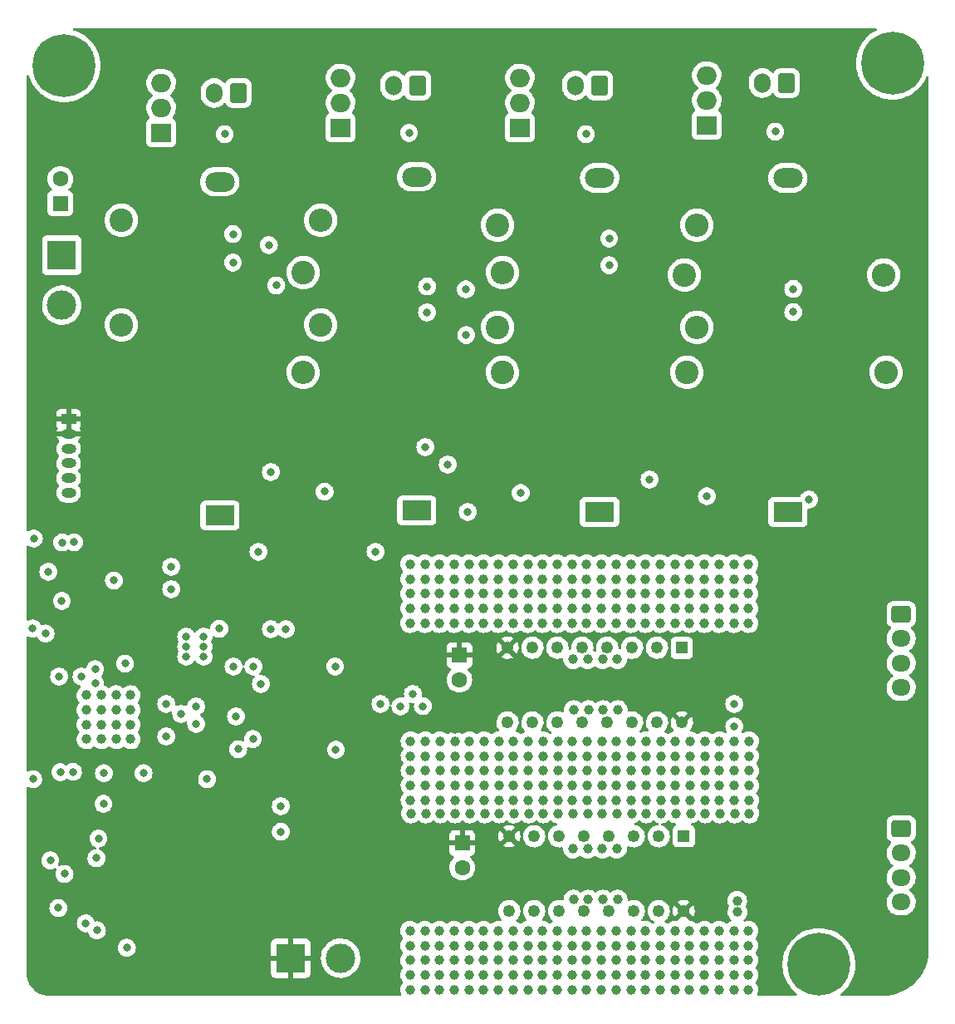
<source format=gbr>
%TF.GenerationSoftware,KiCad,Pcbnew,(6.0.2)*%
%TF.CreationDate,2022-05-13T11:42:35+02:00*%
%TF.ProjectId,shake-it-machine_pcb,7368616b-652d-4697-942d-6d616368696e,rev?*%
%TF.SameCoordinates,PXfad648a0PYf0f792d2*%
%TF.FileFunction,Copper,L2,Inr*%
%TF.FilePolarity,Positive*%
%FSLAX46Y46*%
G04 Gerber Fmt 4.6, Leading zero omitted, Abs format (unit mm)*
G04 Created by KiCad (PCBNEW (6.0.2)) date 2022-05-13 11:42:35*
%MOMM*%
%LPD*%
G01*
G04 APERTURE LIST*
G04 Aperture macros list*
%AMRoundRect*
0 Rectangle with rounded corners*
0 $1 Rounding radius*
0 $2 $3 $4 $5 $6 $7 $8 $9 X,Y pos of 4 corners*
0 Add a 4 corners polygon primitive as box body*
4,1,4,$2,$3,$4,$5,$6,$7,$8,$9,$2,$3,0*
0 Add four circle primitives for the rounded corners*
1,1,$1+$1,$2,$3*
1,1,$1+$1,$4,$5*
1,1,$1+$1,$6,$7*
1,1,$1+$1,$8,$9*
0 Add four rect primitives between the rounded corners*
20,1,$1+$1,$2,$3,$4,$5,0*
20,1,$1+$1,$4,$5,$6,$7,0*
20,1,$1+$1,$6,$7,$8,$9,0*
20,1,$1+$1,$8,$9,$2,$3,0*%
G04 Aperture macros list end*
%TA.AperFunction,ComponentPad*%
%ADD10R,1.248000X1.248000*%
%TD*%
%TA.AperFunction,ComponentPad*%
%ADD11C,1.248000*%
%TD*%
%TA.AperFunction,ComponentPad*%
%ADD12RoundRect,0.250000X0.600000X0.750000X-0.600000X0.750000X-0.600000X-0.750000X0.600000X-0.750000X0*%
%TD*%
%TA.AperFunction,ComponentPad*%
%ADD13O,1.700000X2.000000*%
%TD*%
%TA.AperFunction,ComponentPad*%
%ADD14R,3.000000X2.000000*%
%TD*%
%TA.AperFunction,ComponentPad*%
%ADD15O,3.000000X2.000000*%
%TD*%
%TA.AperFunction,ComponentPad*%
%ADD16R,2.000000X1.905000*%
%TD*%
%TA.AperFunction,ComponentPad*%
%ADD17O,2.000000X1.905000*%
%TD*%
%TA.AperFunction,ComponentPad*%
%ADD18R,1.600000X1.600000*%
%TD*%
%TA.AperFunction,ComponentPad*%
%ADD19C,1.600000*%
%TD*%
%TA.AperFunction,ComponentPad*%
%ADD20RoundRect,0.250000X-0.725000X0.600000X-0.725000X-0.600000X0.725000X-0.600000X0.725000X0.600000X0*%
%TD*%
%TA.AperFunction,ComponentPad*%
%ADD21O,1.950000X1.700000*%
%TD*%
%TA.AperFunction,ComponentPad*%
%ADD22R,3.000000X3.000000*%
%TD*%
%TA.AperFunction,ComponentPad*%
%ADD23C,3.000000*%
%TD*%
%TA.AperFunction,ComponentPad*%
%ADD24R,1.500000X1.000000*%
%TD*%
%TA.AperFunction,ComponentPad*%
%ADD25O,1.500000X1.000000*%
%TD*%
%TA.AperFunction,ComponentPad*%
%ADD26C,0.800000*%
%TD*%
%TA.AperFunction,ComponentPad*%
%ADD27C,6.400000*%
%TD*%
%TA.AperFunction,ComponentPad*%
%ADD28C,2.400000*%
%TD*%
%TA.AperFunction,ComponentPad*%
%ADD29O,2.400000X2.400000*%
%TD*%
%TA.AperFunction,ViaPad*%
%ADD30C,1.000000*%
%TD*%
%TA.AperFunction,ViaPad*%
%ADD31C,0.800000*%
%TD*%
G04 APERTURE END LIST*
D10*
%TO.N,Net-(R1-Pad2)*%
%TO.C,U1*%
X67316000Y35952522D03*
D11*
%TO.N,STEPPER_1_A*%
X64776000Y35952522D03*
%TO.N,STEPPER_1_A_OUT*%
X62236000Y35952522D03*
%TO.N,GND*%
X59696000Y35952522D03*
X57156000Y35952522D03*
%TO.N,STEPPER_1_B_OUT*%
X54616000Y35952522D03*
%TO.N,STEPPER_1_B*%
X52076000Y35952522D03*
%TO.N,+5V*%
X49536000Y35952522D03*
%TO.N,Net-(R12-Pad2)*%
X49536000Y28332522D03*
%TO.N,STEPPER_1_C*%
X52076000Y28332522D03*
%TO.N,STEPPER_1_C_OUT*%
X54616000Y28332522D03*
%TO.N,GND*%
X57156000Y28332522D03*
X59696000Y28332522D03*
%TO.N,STEPPER_1_D_OUT*%
X62236000Y28332522D03*
%TO.N,STEPPER_1_D*%
X64776000Y28332522D03*
%TO.N,+5V*%
X67316000Y28332522D03*
%TD*%
D12*
%TO.N,MOTOR_4+*%
%TO.C,J9*%
X77984000Y93483522D03*
D13*
%TO.N,MOTOR_4-*%
X75484000Y93483522D03*
%TD*%
D14*
%TO.N,+12V*%
%TO.C,F1*%
X78111000Y49795522D03*
D15*
%TO.N,MOTOR_4+*%
X78111000Y83813522D03*
%TD*%
D14*
%TO.N,+12V*%
%TO.C,F2*%
X58934000Y49795522D03*
D15*
%TO.N,MOTOR_3+*%
X58934000Y83813522D03*
%TD*%
D14*
%TO.N,+12V*%
%TO.C,F3*%
X40265000Y49922522D03*
D15*
%TO.N,MOTOR_2+*%
X40265000Y83940522D03*
%TD*%
D14*
%TO.N,+12V*%
%TO.C,F4*%
X20199000Y49414522D03*
D15*
%TO.N,MOTOR_1+*%
X20199000Y83432522D03*
%TD*%
D16*
%TO.N,Net-(D9-Pad1)*%
%TO.C,Q20*%
X14230000Y88403522D03*
D17*
%TO.N,MOTOR_1-*%
X14230000Y90943522D03*
%TO.N,GND*%
X14230000Y93483522D03*
%TD*%
D12*
%TO.N,MOTOR_3+*%
%TO.C,J8*%
X58934000Y93229522D03*
D13*
%TO.N,MOTOR_3-*%
X56434000Y93229522D03*
%TD*%
D18*
%TO.N,+5V*%
%TO.C,C2*%
X44913200Y16064322D03*
D19*
%TO.N,GND*%
X44913200Y13564322D03*
%TD*%
D18*
%TO.N,+5V*%
%TO.C,C8*%
X44633800Y35190522D03*
D19*
%TO.N,GND*%
X44633800Y32690522D03*
%TD*%
D20*
%TO.N,STEPPER_1_A_OUT*%
%TO.C,J2*%
X89668000Y39381522D03*
D21*
%TO.N,STEPPER_1_B_OUT*%
X89668000Y36881522D03*
%TO.N,STEPPER_1_C_OUT*%
X89668000Y34381522D03*
%TO.N,STEPPER_1_D_OUT*%
X89668000Y31881522D03*
%TD*%
D20*
%TO.N,STEPPER_2_A_OUT*%
%TO.C,J3*%
X89668000Y17537522D03*
D21*
%TO.N,STEPPER_2_B_OUT*%
X89668000Y15037522D03*
%TO.N,STEPPER_2_C_OUT*%
X89668000Y12537522D03*
%TO.N,STEPPER_2_D_OUT*%
X89668000Y10037522D03*
%TD*%
D12*
%TO.N,MOTOR_1+*%
%TO.C,J5*%
X22104000Y92467522D03*
D13*
%TO.N,MOTOR_1-*%
X19604000Y92467522D03*
%TD*%
D12*
%TO.N,MOTOR_2+*%
%TO.C,J7*%
X40392000Y93229522D03*
D13*
%TO.N,MOTOR_2-*%
X37892000Y93229522D03*
%TD*%
D16*
%TO.N,Net-(D3-Pad1)*%
%TO.C,Q9*%
X69856000Y89165522D03*
D17*
%TO.N,MOTOR_4-*%
X69856000Y91705522D03*
%TO.N,GND*%
X69856000Y94245522D03*
%TD*%
D16*
%TO.N,Net-(D4-Pad1)*%
%TO.C,Q10*%
X50806000Y88911522D03*
D17*
%TO.N,MOTOR_3-*%
X50806000Y91451522D03*
%TO.N,GND*%
X50806000Y93991522D03*
%TD*%
D16*
%TO.N,Net-(D7-Pad1)*%
%TO.C,Q19*%
X32518000Y88911522D03*
D17*
%TO.N,MOTOR_2-*%
X32518000Y91451522D03*
%TO.N,GND*%
X32518000Y93991522D03*
%TD*%
D10*
%TO.N,Net-(R24-Pad2)*%
%TO.C,U2*%
X67493800Y16750122D03*
D11*
%TO.N,STEPPER_2_A*%
X64953800Y16750122D03*
%TO.N,STEPPER_2_A_OUT*%
X62413800Y16750122D03*
%TO.N,GND*%
X59873800Y16750122D03*
X57333800Y16750122D03*
%TO.N,STEPPER_2_B_OUT*%
X54793800Y16750122D03*
%TO.N,STEPPER_2_B*%
X52253800Y16750122D03*
%TO.N,+5V*%
X49713800Y16750122D03*
%TO.N,Net-(R25-Pad2)*%
X49713800Y9130122D03*
%TO.N,STEPPER_2_C*%
X52253800Y9130122D03*
%TO.N,STEPPER_2_C_OUT*%
X54793800Y9130122D03*
%TO.N,GND*%
X57333800Y9130122D03*
X59873800Y9130122D03*
%TO.N,STEPPER_2_D_OUT*%
X62413800Y9130122D03*
%TO.N,STEPPER_2_D*%
X64953800Y9130122D03*
%TO.N,+5V*%
X67493800Y9130122D03*
%TD*%
D22*
%TO.N,+12V*%
%TO.C,J1*%
X4095400Y75932122D03*
D23*
%TO.N,GND*%
X4095400Y70852122D03*
%TD*%
D18*
%TO.N,+12V*%
%TO.C,C16*%
X3943000Y81215322D03*
D19*
%TO.N,GND*%
X3943000Y83715322D03*
%TD*%
D24*
%TO.N,+5V*%
%TO.C,J10*%
X4781200Y59251322D03*
D25*
X4781200Y57751322D03*
%TO.N,TS_RX*%
X4781200Y56251322D03*
%TO.N,TS_TX*%
X4781200Y54751322D03*
%TO.N,GND*%
X4781200Y53251322D03*
X4781200Y51751322D03*
%TD*%
D22*
%TO.N,+5V*%
%TO.C,J4*%
X27438000Y4329522D03*
D23*
%TO.N,GND*%
X32518000Y4329522D03*
%TD*%
D26*
%TO.N,GND*%
%TO.C,H2*%
X86379000Y95504000D03*
D27*
X88779000Y95504000D03*
D26*
X90476056Y93806944D03*
X87081944Y97201056D03*
X88779000Y93104000D03*
X87081944Y93806944D03*
X88779000Y97904000D03*
X90476056Y97201056D03*
X91179000Y95504000D03*
%TD*%
%TO.N,GND*%
%TO.C,H3*%
X6021056Y96947056D03*
X2626944Y93552944D03*
X4324000Y97650000D03*
X1924000Y95250000D03*
D27*
X4324000Y95250000D03*
D26*
X2626944Y96947056D03*
X4324000Y92850000D03*
X6724000Y95250000D03*
X6021056Y93552944D03*
%TD*%
%TO.N,GND*%
%TO.C,H4*%
X81286000Y1283000D03*
X81286000Y6083000D03*
X82983056Y5380056D03*
X79588944Y5380056D03*
X82983056Y1985944D03*
X78886000Y3683000D03*
X79588944Y1985944D03*
D27*
X81286000Y3683000D03*
D26*
X83686000Y3683000D03*
%TD*%
D28*
%TO.N,Net-(Q5-Pad1)*%
%TO.C,R18*%
X67824000Y64019522D03*
D29*
%TO.N,Net-(R16-Pad1)*%
X88144000Y64019522D03*
%TD*%
D28*
%TO.N,Net-(D3-Pad1)*%
%TO.C,R20*%
X67570000Y73925522D03*
D29*
%TO.N,Net-(Q5-Pad2)*%
X87890000Y73925522D03*
%TD*%
D28*
%TO.N,Net-(Q15-Pad1)*%
%TO.C,R34*%
X49028000Y64019522D03*
D29*
%TO.N,Net-(R32-Pad1)*%
X28708000Y64019522D03*
%TD*%
D28*
%TO.N,Net-(D7-Pad1)*%
%TO.C,R36*%
X28708000Y74179522D03*
D29*
%TO.N,Net-(Q15-Pad2)*%
X49028000Y74179522D03*
%TD*%
D28*
%TO.N,Net-(D9-Pad1)*%
%TO.C,R37*%
X10166000Y79513522D03*
D29*
%TO.N,Net-(Q17-Pad2)*%
X30486000Y79513522D03*
%TD*%
D28*
%TO.N,Net-(Q17-Pad1)*%
%TO.C,R35*%
X30486000Y68845522D03*
D29*
%TO.N,Net-(R33-Pad1)*%
X10166000Y68845522D03*
%TD*%
D28*
%TO.N,Net-(D4-Pad1)*%
%TO.C,R21*%
X48520000Y79005522D03*
D29*
%TO.N,Net-(Q7-Pad2)*%
X68840000Y79005522D03*
%TD*%
D28*
%TO.N,Net-(Q7-Pad1)*%
%TO.C,R19*%
X48520000Y68591522D03*
D29*
%TO.N,Net-(R17-Pad1)*%
X68840000Y68591522D03*
%TD*%
D30*
%TO.N,GND*%
X8110000Y31126522D03*
X9610000Y31126522D03*
X11110000Y31126522D03*
X6610000Y29626522D03*
X8110000Y29626522D03*
X9610000Y29626522D03*
X11110000Y29626522D03*
X6610000Y28126522D03*
X8110000Y28126522D03*
X9610000Y28126522D03*
X11110000Y28126522D03*
X6610000Y26626522D03*
X8110000Y26626522D03*
X9610000Y26626522D03*
X11110000Y26626522D03*
X41104600Y44461522D03*
X42604600Y44461522D03*
X44104600Y44461522D03*
X45604600Y44461522D03*
X47104600Y44461522D03*
X48604600Y44461522D03*
X50104600Y44461522D03*
X51604600Y44461522D03*
X53104600Y44461522D03*
X54604600Y44461522D03*
X56104600Y44461522D03*
X57604600Y44461522D03*
X59104600Y44461522D03*
X60604600Y44461522D03*
X62104600Y44461522D03*
X63604600Y44461522D03*
X65104600Y44461522D03*
X66604600Y44461522D03*
X68104600Y44461522D03*
X69604600Y44461522D03*
X71104600Y44461522D03*
X72604600Y44461522D03*
X74104600Y44461522D03*
X39604600Y42961522D03*
X41104600Y42961522D03*
X42604600Y42961522D03*
X44104600Y42961522D03*
X45604600Y42961522D03*
X47104600Y42961522D03*
X48604600Y42961522D03*
X50104600Y42961522D03*
X51604600Y42961522D03*
X53104600Y42961522D03*
X54604600Y42961522D03*
X56104600Y42961522D03*
X57604600Y42961522D03*
X59104600Y42961522D03*
X60604600Y42961522D03*
X62104600Y42961522D03*
X63604600Y42961522D03*
X65104600Y42961522D03*
X66604600Y42961522D03*
X68104600Y42961522D03*
X69604600Y42961522D03*
X71104600Y42961522D03*
X72604600Y42961522D03*
X74104600Y42961522D03*
X39604600Y41461522D03*
X41104600Y41461522D03*
X42604600Y41461522D03*
X44104600Y41461522D03*
X45604600Y41461522D03*
X47104600Y41461522D03*
X48604600Y41461522D03*
X50104600Y41461522D03*
X51604600Y41461522D03*
X53104600Y41461522D03*
X54604600Y41461522D03*
X56104600Y41461522D03*
X57604600Y41461522D03*
X59104600Y41461522D03*
X60604600Y41461522D03*
X62104600Y41461522D03*
X63604600Y41461522D03*
X65104600Y41461522D03*
X66604600Y41461522D03*
X68104600Y41461522D03*
X69604600Y41461522D03*
X71104600Y41461522D03*
X72604600Y41461522D03*
X74104600Y41461522D03*
X39604600Y39961522D03*
X41104600Y39961522D03*
X42604600Y39961522D03*
X44104600Y39961522D03*
X45604600Y39961522D03*
X47104600Y39961522D03*
X48604600Y39961522D03*
X50104600Y39961522D03*
X51604600Y39961522D03*
X53104600Y39961522D03*
X54604600Y39961522D03*
X56104600Y39961522D03*
X57604600Y39961522D03*
X59104600Y39961522D03*
X60604600Y39961522D03*
X62104600Y39961522D03*
X63604600Y39961522D03*
X65104600Y39961522D03*
X66604600Y39961522D03*
X68104600Y39961522D03*
X69604600Y39961522D03*
X71104600Y39961522D03*
X72604600Y39961522D03*
X74104600Y39961522D03*
X39604600Y38461522D03*
X41104600Y38461522D03*
X42604600Y38461522D03*
X44104600Y38461522D03*
X45604600Y38461522D03*
X47104600Y38461522D03*
X48604600Y38461522D03*
X50104600Y38461522D03*
X51604600Y38461522D03*
X53104600Y38461522D03*
X54604600Y38461522D03*
X56104600Y38461522D03*
X57604600Y38461522D03*
X59104600Y38461522D03*
X60604600Y38461522D03*
X62104600Y38461522D03*
X63604600Y38461522D03*
X65104600Y38461522D03*
X66604600Y38461522D03*
X68104600Y38461522D03*
X69604600Y38461522D03*
X71104600Y38461522D03*
X72604600Y38461522D03*
X74104600Y38461522D03*
X74155400Y23427522D03*
X39655400Y21927522D03*
X41155400Y21927522D03*
X48655400Y21927522D03*
X53155400Y21927522D03*
X54655400Y21927522D03*
X56155400Y21927522D03*
X72655400Y23427522D03*
X44155400Y21927522D03*
X47155400Y21927522D03*
X51655400Y21927522D03*
X57655400Y21927522D03*
X42655400Y21927522D03*
X50155400Y21927522D03*
X59155400Y21927522D03*
X71155400Y23427522D03*
X45655400Y21927522D03*
X45655400Y26427522D03*
X66655400Y26427522D03*
X44155400Y26427522D03*
X44155400Y24927522D03*
X47155400Y24927522D03*
X69655400Y26427522D03*
X50155400Y26427522D03*
X53155400Y24927522D03*
X56155400Y24927522D03*
X74155400Y26427522D03*
X51655400Y26427522D03*
X62155400Y24927522D03*
X65155400Y26427522D03*
X65155400Y24927522D03*
X66655400Y24927522D03*
X68155400Y24927522D03*
X69655400Y24927522D03*
X72655400Y24927522D03*
X57655400Y26427522D03*
X74155400Y24927522D03*
X41155400Y23427522D03*
X42655400Y23427522D03*
X47155400Y23427522D03*
X68155400Y26427522D03*
X51655400Y24927522D03*
X45655400Y24927522D03*
X44155400Y23427522D03*
X50155400Y23427522D03*
X54655400Y24927522D03*
X48655400Y23427522D03*
X48655400Y26427522D03*
X45655400Y23427522D03*
X57655400Y24927522D03*
X71155400Y26427522D03*
X60655400Y26427522D03*
X71155400Y24927522D03*
X39655400Y23427522D03*
X51655400Y23427522D03*
X42655400Y24927522D03*
X41155400Y26427522D03*
X62155400Y26427522D03*
X72655400Y26427522D03*
X39655400Y24927522D03*
X48655400Y24927522D03*
X59155400Y26427522D03*
X42655400Y26427522D03*
X41155400Y24927522D03*
X56155400Y26427522D03*
X54655400Y26427522D03*
X50155400Y24927522D03*
X60655400Y24927522D03*
X47155400Y26427522D03*
X53155400Y26427522D03*
X59155400Y24927522D03*
X63655400Y24927522D03*
X63655400Y26427522D03*
X53155400Y23427522D03*
X57655400Y23427522D03*
X56155400Y23427522D03*
X63655400Y23427522D03*
X69655400Y23427522D03*
X68155400Y23427522D03*
X60655400Y23427522D03*
X54655400Y23427522D03*
X65155400Y23427522D03*
X66655400Y23427522D03*
X62155400Y23427522D03*
X59155400Y23427522D03*
X39655400Y26427522D03*
X57655400Y20427522D03*
X65155400Y20427522D03*
X66655400Y20427522D03*
X54655400Y20427522D03*
X65155400Y21927522D03*
X62155400Y20427522D03*
X44155400Y20427522D03*
X51655400Y20427522D03*
X53155400Y20427522D03*
X66655400Y21927522D03*
X71155400Y21927522D03*
X63655400Y21927522D03*
X60655400Y20427522D03*
X63655400Y20427522D03*
X68155400Y20427522D03*
X62155400Y21927522D03*
X39655400Y20427522D03*
X59155400Y20427522D03*
X74155400Y21927522D03*
X41155400Y20427522D03*
X45655400Y20427522D03*
X48655400Y20427522D03*
X71155400Y20427522D03*
X72655400Y20427522D03*
X56155400Y20427522D03*
X47155400Y20427522D03*
X74155400Y20427522D03*
X72655400Y21927522D03*
X42655400Y20427522D03*
X69655400Y20427522D03*
X50155400Y20427522D03*
X69655400Y21927522D03*
X60655400Y21927522D03*
X68155400Y21927522D03*
X60706200Y19081322D03*
X59206200Y19081322D03*
X41206200Y19081322D03*
X39706200Y19081322D03*
X57706200Y19081322D03*
X62206200Y19081322D03*
X63706200Y19081322D03*
X51706200Y19081322D03*
X44206200Y19081322D03*
X53206200Y19081322D03*
X68206200Y19081322D03*
X66706200Y19081322D03*
X54706200Y19081322D03*
X65206200Y19081322D03*
X45706200Y19081322D03*
X47206200Y19081322D03*
X48706200Y19081322D03*
X74206200Y19081322D03*
X71206200Y19081322D03*
X69706200Y19081322D03*
X50206200Y19081322D03*
X72706200Y19081322D03*
X56206200Y19081322D03*
X42706200Y19081322D03*
X57731600Y34803922D03*
X60731600Y34803922D03*
X59231600Y34803922D03*
X56231600Y34803922D03*
X57757000Y10292922D03*
X56257000Y10292922D03*
X59257000Y10292922D03*
X60706200Y15499922D03*
X59206200Y15499922D03*
X57706200Y15499922D03*
X60757000Y10292922D03*
X56206200Y15499922D03*
D31*
X6533800Y7885522D03*
D30*
X74104600Y2623522D03*
X71104600Y7123522D03*
X60604600Y1123522D03*
X62104600Y5623522D03*
D31*
X1250600Y47077722D03*
D30*
X47104600Y5623522D03*
X51604600Y4123522D03*
X59282400Y29596922D03*
X41104600Y5623522D03*
D31*
X1123600Y37908322D03*
D30*
X72604600Y7123522D03*
X41104600Y1123522D03*
X59104600Y1123522D03*
X57782400Y29596922D03*
X65104600Y5623522D03*
D31*
X7829200Y16521522D03*
D30*
X45604600Y4123522D03*
X54604600Y5623522D03*
X62104600Y7123522D03*
X53104600Y5623522D03*
X62104600Y2623522D03*
X63604600Y1123522D03*
X56282400Y29596922D03*
X50104600Y2623522D03*
X48604600Y7123522D03*
D31*
X72650000Y27951522D03*
D30*
X53104600Y2623522D03*
X45604600Y2623522D03*
X71104600Y4123522D03*
X65104600Y7123522D03*
X59104600Y7123522D03*
D31*
X41331800Y72757122D03*
D30*
X68104600Y4123522D03*
X42604600Y1123522D03*
X47104600Y2623522D03*
X60782400Y29596922D03*
D31*
X31959200Y34047522D03*
D30*
X39604600Y4123522D03*
X62104600Y4123522D03*
X72604600Y4123522D03*
D31*
X10724800Y5396322D03*
D30*
X56104600Y5623522D03*
X56104600Y4123522D03*
X54604600Y4123522D03*
X50104600Y7123522D03*
X50104600Y5623522D03*
D31*
X78669800Y72503122D03*
D30*
X69604600Y1123522D03*
X47104600Y7123522D03*
D31*
X41331800Y70115522D03*
D30*
X56104600Y7123522D03*
X65104600Y4123522D03*
X57604600Y2623522D03*
X39604600Y5623522D03*
X51604600Y1123522D03*
X57604600Y7123522D03*
X53104600Y1123522D03*
D31*
X18903600Y22566722D03*
D30*
X50104600Y4123522D03*
X44104600Y2623522D03*
X66604600Y1123522D03*
X48604600Y1123522D03*
X60604600Y2623522D03*
X63604600Y4123522D03*
D31*
X21545200Y78091122D03*
D30*
X51604600Y2623522D03*
X57604600Y5623522D03*
X57604600Y1123522D03*
X50104600Y1123522D03*
X54604600Y1123522D03*
X60604600Y5623522D03*
X72980200Y9053922D03*
D31*
X21545200Y75195522D03*
X7626000Y14514922D03*
X30892400Y51852922D03*
D30*
X68104600Y2623522D03*
X71104600Y1123522D03*
X68104600Y1123522D03*
X66604600Y4123522D03*
D31*
X78669800Y70140922D03*
D30*
X54604600Y2623522D03*
X48604600Y5623522D03*
X65104600Y1123522D03*
X48604600Y4123522D03*
X42604600Y5623522D03*
X44104600Y7123522D03*
X44104600Y4123522D03*
X45604600Y1123522D03*
X47104600Y4123522D03*
X47104600Y1123522D03*
D31*
X72650000Y30237522D03*
X2927000Y14286322D03*
D30*
X69604600Y7123522D03*
X39604600Y1123522D03*
X69604600Y2623522D03*
D31*
X69856000Y51395722D03*
D30*
X42604600Y4123522D03*
X41104600Y2623522D03*
X45604600Y7123522D03*
X71104600Y2623522D03*
X59104600Y5623522D03*
X56104600Y2623522D03*
X63604600Y2623522D03*
X69604600Y5623522D03*
X72954800Y10171522D03*
X44104600Y5623522D03*
X54604600Y7123522D03*
X72604600Y1123522D03*
X41104600Y7123522D03*
X42604600Y2623522D03*
X41104600Y4123522D03*
X63604600Y7123522D03*
X74104600Y4123522D03*
X44104600Y1123522D03*
X72604600Y5623522D03*
D31*
X1174400Y22566722D03*
D30*
X39604600Y44461522D03*
X66604600Y7123522D03*
X71104600Y5623522D03*
X56104600Y1123522D03*
X60604600Y7123522D03*
X69604600Y4123522D03*
D31*
X50882200Y51725922D03*
D30*
X66604600Y5623522D03*
X62104600Y1123522D03*
X53104600Y4123522D03*
X65104600Y2623522D03*
X39604600Y2623522D03*
X74104600Y7123522D03*
X57604600Y4123522D03*
X48604600Y2623522D03*
D31*
X32035400Y25563922D03*
D30*
X59104600Y4123522D03*
D31*
X59899200Y77633922D03*
D30*
X74104600Y5623522D03*
X60604600Y4123522D03*
X42604600Y7123522D03*
X74104600Y1123522D03*
X59104600Y2623522D03*
X45604600Y5623522D03*
X68104600Y7123522D03*
X53104600Y7123522D03*
X51604600Y5623522D03*
X39604600Y7123522D03*
X51604600Y7123522D03*
X6610000Y31126522D03*
X72604600Y2623522D03*
X68104600Y5623522D03*
X63604600Y5623522D03*
X66604600Y2623522D03*
D31*
X59899200Y74916122D03*
%TO.N,RESET_RESET-CONFIG*%
X10547000Y34338522D03*
X9404000Y42810522D03*
X7499000Y32306522D03*
X7499000Y33756522D03*
%TO.N,STEPPER_2_A*%
X16262000Y29221522D03*
X14738000Y30237522D03*
X26422000Y19823522D03*
X6102000Y33031522D03*
X26422000Y17213132D03*
X3816000Y33031522D03*
%TO.N,ESP_TX*%
X3739800Y9434922D03*
X3943000Y23277922D03*
%TO.N,ESP_RX*%
X4374800Y12914722D03*
X5238400Y23303322D03*
%TO.N,STEPPER_1_D*%
X16770000Y35063522D03*
X18548000Y35063522D03*
X40904653Y30006523D03*
X38614000Y29983522D03*
%TO.N,STEPPER_1_C*%
X18548000Y36079522D03*
X16770000Y36079522D03*
%TO.N,STEPPER_1_B*%
X18548000Y37095522D03*
X16770000Y37095522D03*
%TO.N,STATUS_1*%
X24390000Y32269522D03*
X20148200Y37882922D03*
%TO.N,ESP_BOOT*%
X8388000Y23176322D03*
X8337200Y20062022D03*
%TO.N,STATUS_0*%
X22078600Y25614722D03*
X23577200Y26656122D03*
%TO.N,MOTOR_4*%
X80270000Y51065522D03*
X15246000Y44207522D03*
X15246000Y41921522D03*
%TO.N,STEPPER_1_A*%
X39884000Y31253522D03*
X36582000Y30237522D03*
%TO.N,MOTOR_3*%
X24136000Y45731522D03*
X64014000Y53097522D03*
X36074000Y45731522D03*
%TO.N,MOTOR_1*%
X17786000Y28205522D03*
X25406000Y37857522D03*
X21596000Y34047522D03*
X17786000Y29983522D03*
X25406000Y53859522D03*
%TO.N,MOTOR_2*%
X14738000Y26935522D03*
X45472000Y49795522D03*
X21850000Y28967522D03*
X23628000Y34047522D03*
X26930000Y37857522D03*
%TO.N,+3V3*%
X7676800Y7174322D03*
X2723800Y43699522D03*
X2444400Y37400322D03*
%TO.N,+5V*%
X56343200Y69988522D03*
X35591400Y61250922D03*
X25837800Y66432522D03*
D30*
X72777000Y17512122D03*
D31*
X17278000Y72147522D03*
X72370600Y61708122D03*
X64242600Y63841722D03*
X74504200Y65441922D03*
X14382400Y62292322D03*
X83648200Y62393922D03*
D30*
X44202000Y27672122D03*
X72650000Y36231922D03*
D31*
X54336600Y66127722D03*
X37445600Y65949922D03*
D30*
X44354400Y9130122D03*
D31*
X45522800Y61606522D03*
%TO.N,+12V*%
X39503000Y88403522D03*
X76841000Y88530522D03*
X57537000Y88276522D03*
X20707000Y88276522D03*
%TO.N,Net-(Q15-Pad1)*%
X45294200Y72477722D03*
X45319600Y67804122D03*
%TO.N,Net-(Q17-Pad1)*%
X25202800Y76973522D03*
X25964800Y72858722D03*
%TO.N,TS_TX*%
X4146200Y46674522D03*
X4095400Y40724522D03*
%TO.N,TS_RX*%
X5340000Y46696722D03*
X12426600Y23176322D03*
%TO.N,unconnected-(Q11-Pad2)*%
X41154000Y56399522D03*
X43440000Y54621522D03*
%TD*%
%TA.AperFunction,Conductor*%
%TO.N,+5V*%
G36*
X87155277Y99051520D02*
G01*
X87201770Y98997864D01*
X87211874Y98927590D01*
X87182380Y98863010D01*
X87144359Y98833255D01*
X86925147Y98721561D01*
X86925140Y98721557D01*
X86922206Y98720062D01*
X86919440Y98718266D01*
X86919437Y98718264D01*
X86800513Y98641034D01*
X86596207Y98508357D01*
X86294124Y98263734D01*
X86019266Y97988876D01*
X85774643Y97686793D01*
X85562938Y97360794D01*
X85561443Y97357860D01*
X85561439Y97357853D01*
X85434929Y97109563D01*
X85386468Y97014453D01*
X85247167Y96651562D01*
X85146562Y96276099D01*
X85085754Y95892176D01*
X85065411Y95504000D01*
X85085754Y95115824D01*
X85086267Y95112584D01*
X85086268Y95112576D01*
X85107446Y94978867D01*
X85146562Y94731901D01*
X85247167Y94356438D01*
X85248352Y94353350D01*
X85248353Y94353348D01*
X85284137Y94260129D01*
X85386468Y93993547D01*
X85387966Y93990607D01*
X85547543Y93677421D01*
X85562938Y93647206D01*
X85564734Y93644440D01*
X85564736Y93644437D01*
X85772848Y93323971D01*
X85774643Y93321207D01*
X85835781Y93245708D01*
X86013635Y93026078D01*
X86019266Y93019124D01*
X86294124Y92744266D01*
X86296682Y92742194D01*
X86296686Y92742191D01*
X86385282Y92670447D01*
X86596207Y92499643D01*
X86598970Y92497848D01*
X86598971Y92497848D01*
X86886699Y92310996D01*
X86922205Y92287938D01*
X86925139Y92286443D01*
X86925146Y92286439D01*
X87226037Y92133128D01*
X87268547Y92111468D01*
X87363781Y92074911D01*
X87623123Y91975359D01*
X87631438Y91972167D01*
X88006901Y91871562D01*
X88184171Y91843485D01*
X88387576Y91811268D01*
X88387584Y91811267D01*
X88390824Y91810754D01*
X88779000Y91790411D01*
X89167176Y91810754D01*
X89170416Y91811267D01*
X89170424Y91811268D01*
X89373829Y91843485D01*
X89551099Y91871562D01*
X89926562Y91972167D01*
X89934878Y91975359D01*
X90194219Y92074911D01*
X90289453Y92111468D01*
X90331963Y92133128D01*
X90632854Y92286439D01*
X90632861Y92286443D01*
X90635795Y92287938D01*
X90671302Y92310996D01*
X90959029Y92497848D01*
X90959030Y92497848D01*
X90961793Y92499643D01*
X91172718Y92670447D01*
X91261314Y92742191D01*
X91261318Y92742194D01*
X91263876Y92744266D01*
X91538734Y93019124D01*
X91544366Y93026078D01*
X91722219Y93245708D01*
X91783357Y93321207D01*
X91785152Y93323971D01*
X91993264Y93644437D01*
X91993266Y93644440D01*
X91995062Y93647206D01*
X92010458Y93677421D01*
X92170034Y93990607D01*
X92171532Y93993547D01*
X92218369Y94115563D01*
X92261455Y94171990D01*
X92328208Y94196166D01*
X92397436Y94180415D01*
X92447157Y94129737D01*
X92462000Y94070407D01*
X92462000Y5379077D01*
X92461313Y5365934D01*
X92457141Y5326157D01*
X92460779Y5306164D01*
X92462812Y5284242D01*
X92464638Y4914309D01*
X92464184Y4902976D01*
X92430166Y4504234D01*
X92428694Y4492989D01*
X92358963Y4098935D01*
X92356486Y4087868D01*
X92251603Y3701679D01*
X92248143Y3690884D01*
X92174166Y3491468D01*
X92108954Y3315680D01*
X92104535Y3305236D01*
X92101136Y3298114D01*
X91966087Y3015130D01*
X91932182Y2944086D01*
X91926844Y2934084D01*
X91741716Y2621937D01*
X91722700Y2589873D01*
X91716483Y2580391D01*
X91684026Y2535438D01*
X91482224Y2255944D01*
X91475178Y2247057D01*
X91212688Y1944983D01*
X91204871Y1936766D01*
X90936432Y1678877D01*
X90916289Y1659526D01*
X90907768Y1652048D01*
X90721642Y1502971D01*
X90595428Y1401881D01*
X90586266Y1395196D01*
X90252683Y1174121D01*
X90242957Y1168288D01*
X89890861Y978112D01*
X89880649Y973177D01*
X89512868Y815427D01*
X89502254Y811429D01*
X89121780Y687390D01*
X89110850Y684364D01*
X88720767Y595040D01*
X88709632Y593012D01*
X88313067Y539123D01*
X88301786Y538105D01*
X87939632Y521790D01*
X87914582Y523161D01*
X87911482Y523644D01*
X87911478Y523644D01*
X87902608Y525025D01*
X87893706Y523861D01*
X87893702Y523861D01*
X87871046Y520898D01*
X87854727Y519834D01*
X86577187Y519656D01*
X83627783Y519245D01*
X83559660Y539238D01*
X83513160Y592887D01*
X83503046Y663159D01*
X83532530Y727744D01*
X83548471Y743165D01*
X83768314Y921191D01*
X83768318Y921194D01*
X83770876Y923266D01*
X84045734Y1198124D01*
X84138341Y1312483D01*
X84210734Y1401881D01*
X84290357Y1500207D01*
X84292152Y1502971D01*
X84500264Y1823437D01*
X84500266Y1823440D01*
X84502062Y1826206D01*
X84507860Y1837584D01*
X84677034Y2169607D01*
X84678532Y2172547D01*
X84817833Y2535438D01*
X84918438Y2910901D01*
X84960882Y3178877D01*
X84978732Y3291576D01*
X84978734Y3291593D01*
X84979246Y3294824D01*
X84999589Y3683000D01*
X84979246Y4071176D01*
X84977613Y4081490D01*
X84940751Y4314221D01*
X84918438Y4455099D01*
X84817833Y4830562D01*
X84811311Y4847554D01*
X84726022Y5069738D01*
X84678532Y5193453D01*
X84621097Y5306175D01*
X84503561Y5536853D01*
X84503557Y5536860D01*
X84502062Y5539794D01*
X84476156Y5579687D01*
X84292152Y5863029D01*
X84292152Y5863030D01*
X84290357Y5865793D01*
X84126956Y6067576D01*
X84047809Y6165314D01*
X84047806Y6165318D01*
X84045734Y6167876D01*
X83770876Y6442734D01*
X83699706Y6500367D01*
X83601312Y6580045D01*
X83468793Y6687357D01*
X83142795Y6899062D01*
X83139861Y6900557D01*
X83139854Y6900561D01*
X82799393Y7074034D01*
X82796453Y7075532D01*
X82521994Y7180887D01*
X82436652Y7213647D01*
X82436650Y7213648D01*
X82433562Y7214833D01*
X82058099Y7315438D01*
X81812762Y7354296D01*
X81677424Y7375732D01*
X81677416Y7375733D01*
X81674176Y7376246D01*
X81286000Y7396589D01*
X80897824Y7376246D01*
X80894584Y7375733D01*
X80894576Y7375732D01*
X80759238Y7354296D01*
X80513901Y7315438D01*
X80138438Y7214833D01*
X80135350Y7213648D01*
X80135348Y7213647D01*
X80050006Y7180887D01*
X79775547Y7075532D01*
X79772607Y7074034D01*
X79432147Y6900561D01*
X79432140Y6900557D01*
X79429206Y6899062D01*
X79426440Y6897266D01*
X79426437Y6897264D01*
X79209523Y6756399D01*
X79103207Y6687357D01*
X78970688Y6580045D01*
X78872295Y6500367D01*
X78801124Y6442734D01*
X78526266Y6167876D01*
X78524194Y6165318D01*
X78524191Y6165314D01*
X78445044Y6067576D01*
X78281643Y5865793D01*
X78279848Y5863030D01*
X78279848Y5863029D01*
X78095845Y5579687D01*
X78069938Y5539794D01*
X78068443Y5536860D01*
X78068439Y5536853D01*
X77950903Y5306175D01*
X77893468Y5193453D01*
X77845978Y5069738D01*
X77760690Y4847554D01*
X77754167Y4830562D01*
X77653562Y4455099D01*
X77631249Y4314221D01*
X77594388Y4081490D01*
X77592754Y4071176D01*
X77572411Y3683000D01*
X77592754Y3294824D01*
X77593266Y3291593D01*
X77593268Y3291576D01*
X77611118Y3178877D01*
X77653562Y2910901D01*
X77754167Y2535438D01*
X77893468Y2172547D01*
X77894966Y2169607D01*
X78064141Y1837584D01*
X78069938Y1826206D01*
X78071734Y1823440D01*
X78071736Y1823437D01*
X78279848Y1502971D01*
X78281643Y1500207D01*
X78361266Y1401881D01*
X78433660Y1312483D01*
X78526266Y1198124D01*
X78801124Y923266D01*
X78803684Y921193D01*
X78803695Y921183D01*
X79024333Y742514D01*
X79064685Y684100D01*
X79067051Y613143D01*
X79030678Y552171D01*
X78967115Y520543D01*
X78945057Y518594D01*
X75137079Y518064D01*
X75068955Y538057D01*
X75022455Y591706D01*
X75012341Y661978D01*
X75025383Y700103D01*
X75024818Y700355D01*
X75027322Y705980D01*
X75030369Y711343D01*
X75092797Y899009D01*
X75117585Y1095227D01*
X75117980Y1123522D01*
X75098680Y1320355D01*
X75041516Y1509691D01*
X74948666Y1684318D01*
X74858826Y1794473D01*
X74831272Y1859904D01*
X74843467Y1929845D01*
X74861088Y1956439D01*
X74928649Y2034709D01*
X74928650Y2034711D01*
X74932678Y2039377D01*
X75030369Y2211343D01*
X75092797Y2399009D01*
X75117585Y2595227D01*
X75117980Y2623522D01*
X75098680Y2820355D01*
X75095534Y2830777D01*
X75072305Y2907712D01*
X75041516Y3009691D01*
X74948666Y3184318D01*
X74858826Y3294473D01*
X74831272Y3359904D01*
X74843467Y3429845D01*
X74861088Y3456439D01*
X74928649Y3534709D01*
X74928650Y3534711D01*
X74932678Y3539377D01*
X75030369Y3711343D01*
X75092797Y3899009D01*
X75117585Y4095227D01*
X75117980Y4123522D01*
X75098680Y4320355D01*
X75096663Y4327038D01*
X75057998Y4455099D01*
X75041516Y4509691D01*
X74948666Y4684318D01*
X74858826Y4794473D01*
X74831272Y4859904D01*
X74843467Y4929845D01*
X74861088Y4956439D01*
X74928649Y5034709D01*
X74928650Y5034711D01*
X74932678Y5039377D01*
X75030369Y5211343D01*
X75092797Y5399009D01*
X75117585Y5595227D01*
X75117830Y5612780D01*
X75117931Y5619999D01*
X75117931Y5620002D01*
X75117980Y5623522D01*
X75098680Y5820355D01*
X75084962Y5865793D01*
X75063108Y5938174D01*
X75041516Y6009691D01*
X74948666Y6184318D01*
X74858826Y6294473D01*
X74831272Y6359904D01*
X74843467Y6429845D01*
X74861088Y6456439D01*
X74928649Y6534709D01*
X74928650Y6534711D01*
X74932678Y6539377D01*
X75030369Y6711343D01*
X75092797Y6899009D01*
X75117585Y7095227D01*
X75117980Y7123522D01*
X75098680Y7320355D01*
X75081806Y7376246D01*
X75043297Y7503791D01*
X75041516Y7509691D01*
X74948666Y7684318D01*
X74854986Y7799181D01*
X74827560Y7832809D01*
X74827557Y7832812D01*
X74823665Y7837584D01*
X74817324Y7842830D01*
X74676025Y7959723D01*
X74676021Y7959725D01*
X74671275Y7963652D01*
X74497301Y8057720D01*
X74308368Y8116204D01*
X74302243Y8116848D01*
X74302242Y8116848D01*
X74117804Y8136233D01*
X74117802Y8136233D01*
X74111675Y8136877D01*
X74040032Y8130357D01*
X73920851Y8119511D01*
X73920848Y8119510D01*
X73914712Y8118952D01*
X73908806Y8117214D01*
X73908802Y8117213D01*
X73757277Y8072617D01*
X73686280Y8072573D01*
X73626530Y8110918D01*
X73596996Y8175481D01*
X73607055Y8245761D01*
X73644129Y8292780D01*
X73674191Y8316267D01*
X73679047Y8320061D01*
X73808278Y8469777D01*
X73905969Y8641743D01*
X73968397Y8829409D01*
X73993185Y9025627D01*
X73993580Y9053922D01*
X73974280Y9250755D01*
X73917116Y9440091D01*
X73844285Y9577068D01*
X73829966Y9646604D01*
X73845981Y9698457D01*
X73869382Y9739651D01*
X73880569Y9759343D01*
X73942997Y9947009D01*
X73962545Y10101748D01*
X88181102Y10101748D01*
X88181302Y10096419D01*
X88181302Y10096417D01*
X88183588Y10035526D01*
X88189751Y9871364D01*
X88190846Y9866145D01*
X88204684Y9800193D01*
X88237093Y9645731D01*
X88239051Y9640772D01*
X88239052Y9640770D01*
X88318305Y9440091D01*
X88321776Y9431301D01*
X88324543Y9426742D01*
X88324544Y9426739D01*
X88384504Y9327929D01*
X88441377Y9234205D01*
X88444874Y9230175D01*
X88580130Y9074306D01*
X88592477Y9060077D01*
X88596608Y9056690D01*
X88766627Y8917282D01*
X88766633Y8917278D01*
X88770755Y8913898D01*
X88775391Y8911259D01*
X88775394Y8911257D01*
X88866946Y8859143D01*
X88971114Y8799847D01*
X89187825Y8721185D01*
X89193074Y8720236D01*
X89193077Y8720235D01*
X89410608Y8680899D01*
X89410615Y8680898D01*
X89414692Y8680161D01*
X89432414Y8679325D01*
X89437356Y8679092D01*
X89437363Y8679092D01*
X89438844Y8679022D01*
X89850890Y8679022D01*
X89917809Y8684700D01*
X90017409Y8693151D01*
X90017413Y8693152D01*
X90022720Y8693602D01*
X90027875Y8694940D01*
X90027881Y8694941D01*
X90240703Y8750179D01*
X90240707Y8750180D01*
X90245872Y8751521D01*
X90250738Y8753713D01*
X90250741Y8753714D01*
X90451202Y8844015D01*
X90456075Y8846210D01*
X90647319Y8974963D01*
X90700429Y9025627D01*
X90736541Y9060077D01*
X90814135Y9134098D01*
X90868723Y9207466D01*
X90896644Y9244994D01*
X90951754Y9319064D01*
X90956262Y9327929D01*
X91013997Y9441487D01*
X91056240Y9524573D01*
X91058537Y9531968D01*
X91123024Y9739651D01*
X91124607Y9744749D01*
X91131727Y9798472D01*
X91154198Y9968011D01*
X91154198Y9968016D01*
X91154898Y9973296D01*
X91152678Y10032444D01*
X91148640Y10139984D01*
X91146249Y10203680D01*
X91140892Y10229214D01*
X91100002Y10424094D01*
X91098907Y10429313D01*
X91045374Y10564866D01*
X91016185Y10638778D01*
X91016184Y10638780D01*
X91014224Y10643743D01*
X90996355Y10673191D01*
X90897390Y10836279D01*
X90894623Y10840839D01*
X90877957Y10860045D01*
X90747023Y11010934D01*
X90747021Y11010936D01*
X90743523Y11014967D01*
X90701970Y11049038D01*
X90569373Y11157762D01*
X90569367Y11157766D01*
X90565245Y11161146D01*
X90533750Y11179074D01*
X90484445Y11230154D01*
X90470583Y11299784D01*
X90496566Y11365855D01*
X90525716Y11393095D01*
X90561642Y11417282D01*
X90647319Y11474963D01*
X90814135Y11634098D01*
X90951754Y11819064D01*
X91056240Y12024573D01*
X91086157Y12120919D01*
X91123024Y12239651D01*
X91124607Y12244749D01*
X91125476Y12251303D01*
X91154198Y12468011D01*
X91154198Y12468016D01*
X91154898Y12473296D01*
X91146249Y12703680D01*
X91098907Y12929313D01*
X91027512Y13110097D01*
X91016185Y13138778D01*
X91016184Y13138780D01*
X91014224Y13143743D01*
X90927732Y13286278D01*
X90897390Y13336279D01*
X90894623Y13340839D01*
X90861340Y13379194D01*
X90747023Y13510934D01*
X90747021Y13510936D01*
X90743523Y13514967D01*
X90676653Y13569797D01*
X90569373Y13657762D01*
X90569367Y13657766D01*
X90565245Y13661146D01*
X90533750Y13679074D01*
X90484445Y13730154D01*
X90470583Y13799784D01*
X90496566Y13865855D01*
X90525716Y13893095D01*
X90561642Y13917282D01*
X90647319Y13974963D01*
X90814135Y14134098D01*
X90951754Y14319064D01*
X91056240Y14524573D01*
X91065212Y14553465D01*
X91123024Y14739651D01*
X91124607Y14744749D01*
X91128050Y14770725D01*
X91154198Y14968011D01*
X91154198Y14968016D01*
X91154898Y14973296D01*
X91146249Y15203680D01*
X91098907Y15429313D01*
X91083580Y15468123D01*
X91016185Y15638778D01*
X91016184Y15638780D01*
X91014224Y15643743D01*
X91009605Y15651356D01*
X90913141Y15810322D01*
X90894623Y15840839D01*
X90861147Y15879417D01*
X90747023Y16010934D01*
X90747021Y16010936D01*
X90743523Y16014967D01*
X90707880Y16044192D01*
X90667886Y16102851D01*
X90665954Y16173821D01*
X90702698Y16234570D01*
X90721468Y16248770D01*
X90861120Y16335190D01*
X90867348Y16339044D01*
X90902029Y16373785D01*
X90948092Y16419929D01*
X90992305Y16464219D01*
X90997466Y16472591D01*
X91081275Y16608554D01*
X91081276Y16608556D01*
X91085115Y16614784D01*
X91115001Y16704887D01*
X91138632Y16776133D01*
X91138632Y16776135D01*
X91140797Y16782661D01*
X91151500Y16887122D01*
X91151500Y18187922D01*
X91147187Y18229493D01*
X91141238Y18286830D01*
X91141237Y18286834D01*
X91140526Y18293688D01*
X91084550Y18461468D01*
X90991478Y18611870D01*
X90866303Y18736827D01*
X90860072Y18740668D01*
X90721968Y18825797D01*
X90721966Y18825798D01*
X90715738Y18829637D01*
X90635995Y18856086D01*
X90554389Y18883154D01*
X90554387Y18883154D01*
X90547861Y18885319D01*
X90541025Y18886019D01*
X90541022Y18886020D01*
X90497969Y18890431D01*
X90443400Y18896022D01*
X88892600Y18896022D01*
X88889354Y18895685D01*
X88889350Y18895685D01*
X88793692Y18885760D01*
X88793688Y18885759D01*
X88786834Y18885048D01*
X88780298Y18882867D01*
X88780296Y18882867D01*
X88684651Y18850957D01*
X88619054Y18829072D01*
X88468652Y18736000D01*
X88343695Y18610825D01*
X88339855Y18604595D01*
X88339854Y18604594D01*
X88270764Y18492509D01*
X88250885Y18460260D01*
X88195203Y18292383D01*
X88184500Y18187922D01*
X88184500Y16887122D01*
X88184837Y16883876D01*
X88184837Y16883872D01*
X88189820Y16835853D01*
X88195474Y16781356D01*
X88197655Y16774820D01*
X88197655Y16774818D01*
X88220986Y16704887D01*
X88251450Y16613576D01*
X88344522Y16463174D01*
X88349704Y16458001D01*
X88373627Y16434120D01*
X88469697Y16338217D01*
X88475927Y16334377D01*
X88475928Y16334376D01*
X88511637Y16312365D01*
X88615340Y16248441D01*
X88662832Y16195670D01*
X88674256Y16125598D01*
X88645982Y16060474D01*
X88636195Y16050012D01*
X88521865Y15940946D01*
X88384246Y15755980D01*
X88381830Y15751229D01*
X88381828Y15751225D01*
X88354002Y15696495D01*
X88279760Y15550471D01*
X88278178Y15545377D01*
X88278177Y15545374D01*
X88240310Y15423422D01*
X88211393Y15330295D01*
X88210692Y15325006D01*
X88183705Y15121387D01*
X88181102Y15101748D01*
X88181302Y15096419D01*
X88181302Y15096417D01*
X88182160Y15073559D01*
X88189751Y14871364D01*
X88237093Y14645731D01*
X88239051Y14640772D01*
X88239052Y14640770D01*
X88306617Y14469687D01*
X88321776Y14431301D01*
X88441377Y14234205D01*
X88444874Y14230175D01*
X88566411Y14090116D01*
X88592477Y14060077D01*
X88596608Y14056690D01*
X88766627Y13917282D01*
X88766633Y13917278D01*
X88770755Y13913898D01*
X88802250Y13895970D01*
X88851555Y13844890D01*
X88865417Y13775260D01*
X88839434Y13709189D01*
X88810284Y13681949D01*
X88688681Y13600081D01*
X88684824Y13596402D01*
X88684822Y13596400D01*
X88656935Y13569797D01*
X88521865Y13440946D01*
X88384246Y13255980D01*
X88279760Y13050471D01*
X88278178Y13045377D01*
X88278177Y13045374D01*
X88239647Y12921287D01*
X88211393Y12830295D01*
X88210692Y12825006D01*
X88195304Y12708899D01*
X88181102Y12601748D01*
X88189751Y12371364D01*
X88237093Y12145731D01*
X88321776Y11931301D01*
X88441377Y11734205D01*
X88444874Y11730175D01*
X88531438Y11630419D01*
X88592477Y11560077D01*
X88596608Y11556690D01*
X88766627Y11417282D01*
X88766633Y11417278D01*
X88770755Y11413898D01*
X88802250Y11395970D01*
X88851555Y11344890D01*
X88865417Y11275260D01*
X88839434Y11209189D01*
X88810284Y11181949D01*
X88688681Y11100081D01*
X88521865Y10940946D01*
X88384246Y10755980D01*
X88381830Y10751229D01*
X88381828Y10751225D01*
X88347919Y10684530D01*
X88279760Y10550471D01*
X88278178Y10545377D01*
X88278177Y10545374D01*
X88229338Y10388086D01*
X88211393Y10330295D01*
X88210692Y10325006D01*
X88182047Y10108877D01*
X88181102Y10101748D01*
X73962545Y10101748D01*
X73967785Y10143227D01*
X73968180Y10171522D01*
X73948880Y10368355D01*
X73891716Y10557691D01*
X73798866Y10732318D01*
X73710358Y10840839D01*
X73677760Y10880809D01*
X73677757Y10880812D01*
X73673865Y10885584D01*
X73667524Y10890830D01*
X73526225Y11007723D01*
X73526221Y11007725D01*
X73521475Y11011652D01*
X73347501Y11105720D01*
X73158568Y11164204D01*
X73152443Y11164848D01*
X73152442Y11164848D01*
X72968004Y11184233D01*
X72968002Y11184233D01*
X72961875Y11184877D01*
X72898089Y11179072D01*
X72771051Y11167511D01*
X72771048Y11167510D01*
X72764912Y11166952D01*
X72759006Y11165214D01*
X72759002Y11165213D01*
X72686026Y11143735D01*
X72575181Y11111112D01*
X72569723Y11108259D01*
X72569719Y11108257D01*
X72478947Y11060802D01*
X72399910Y11019482D01*
X72245775Y10895554D01*
X72118646Y10744048D01*
X72115679Y10738650D01*
X72115675Y10738645D01*
X72036895Y10595342D01*
X72023367Y10570735D01*
X72021506Y10564868D01*
X72021505Y10564866D01*
X71965427Y10388086D01*
X71963565Y10382216D01*
X71941519Y10185671D01*
X71942035Y10179527D01*
X71954715Y10028525D01*
X71958068Y9988588D01*
X71964503Y9966148D01*
X71991682Y9871364D01*
X72012583Y9798472D01*
X72015402Y9792987D01*
X72091170Y9645559D01*
X72104518Y9575828D01*
X72089519Y9527264D01*
X72048767Y9453135D01*
X72046906Y9447268D01*
X72046905Y9447266D01*
X72012050Y9337388D01*
X71988965Y9264616D01*
X71966919Y9068071D01*
X71967435Y9061927D01*
X71981614Y8893070D01*
X71983468Y8870988D01*
X71993636Y8835529D01*
X72034333Y8693602D01*
X72037983Y8680872D01*
X72128387Y8504966D01*
X72251235Y8349969D01*
X72255928Y8345975D01*
X72255929Y8345974D01*
X72317472Y8293597D01*
X72356385Y8234214D01*
X72357016Y8163220D01*
X72319164Y8103156D01*
X72271384Y8076769D01*
X72266464Y8075321D01*
X72224981Y8063112D01*
X72219523Y8060259D01*
X72219519Y8060257D01*
X72160588Y8029448D01*
X72049710Y7971482D01*
X71934476Y7878831D01*
X71933083Y7877711D01*
X71867461Y7850614D01*
X71797606Y7863297D01*
X71773818Y7878821D01*
X71676025Y7959723D01*
X71676024Y7959724D01*
X71671275Y7963652D01*
X71497301Y8057720D01*
X71308368Y8116204D01*
X71302243Y8116848D01*
X71302242Y8116848D01*
X71117804Y8136233D01*
X71117802Y8136233D01*
X71111675Y8136877D01*
X71040032Y8130357D01*
X70920851Y8119511D01*
X70920848Y8119510D01*
X70914712Y8118952D01*
X70908806Y8117214D01*
X70908802Y8117213D01*
X70803676Y8086273D01*
X70724981Y8063112D01*
X70719523Y8060259D01*
X70719519Y8060257D01*
X70660588Y8029448D01*
X70549710Y7971482D01*
X70434476Y7878831D01*
X70433083Y7877711D01*
X70367461Y7850614D01*
X70297606Y7863297D01*
X70273818Y7878821D01*
X70176025Y7959723D01*
X70176024Y7959724D01*
X70171275Y7963652D01*
X69997301Y8057720D01*
X69808368Y8116204D01*
X69802243Y8116848D01*
X69802242Y8116848D01*
X69617804Y8136233D01*
X69617802Y8136233D01*
X69611675Y8136877D01*
X69540032Y8130357D01*
X69420851Y8119511D01*
X69420848Y8119510D01*
X69414712Y8118952D01*
X69408806Y8117214D01*
X69408802Y8117213D01*
X69303676Y8086273D01*
X69224981Y8063112D01*
X69219523Y8060259D01*
X69219519Y8060257D01*
X69160588Y8029448D01*
X69049710Y7971482D01*
X68934476Y7878831D01*
X68933083Y7877711D01*
X68867461Y7850614D01*
X68797606Y7863297D01*
X68773818Y7878821D01*
X68676025Y7959723D01*
X68676024Y7959724D01*
X68671275Y7963652D01*
X68497301Y8057720D01*
X68308368Y8116204D01*
X68302243Y8116848D01*
X68302242Y8116848D01*
X68206659Y8126894D01*
X68173709Y8130357D01*
X68108052Y8157370D01*
X68095355Y8169527D01*
X68095270Y8169442D01*
X67506612Y8758100D01*
X67492668Y8765714D01*
X67490835Y8765583D01*
X67484220Y8761332D01*
X66892946Y8170058D01*
X66892725Y8170279D01*
X66856088Y8133642D01*
X66782533Y8118919D01*
X66611675Y8136877D01*
X66540032Y8130357D01*
X66420851Y8119511D01*
X66420848Y8119510D01*
X66414712Y8118952D01*
X66408806Y8117214D01*
X66408802Y8117213D01*
X66303676Y8086273D01*
X66224981Y8063112D01*
X66219523Y8060259D01*
X66219519Y8060257D01*
X66160588Y8029448D01*
X66049710Y7971482D01*
X65934476Y7878831D01*
X65933083Y7877711D01*
X65867461Y7850614D01*
X65797606Y7863297D01*
X65773818Y7878821D01*
X65676025Y7959723D01*
X65676024Y7959724D01*
X65671275Y7963652D01*
X65623759Y7989344D01*
X65573350Y8039339D01*
X65557973Y8108651D01*
X65582509Y8175273D01*
X65603118Y8197054D01*
X65718215Y8292780D01*
X65758029Y8325893D01*
X65833593Y8416748D01*
X65887428Y8481477D01*
X65887430Y8481480D01*
X65891122Y8485919D01*
X65981666Y8647596D01*
X65989999Y8662476D01*
X65990000Y8662478D01*
X65992823Y8667519D01*
X65994679Y8672986D01*
X65994681Y8672991D01*
X66057871Y8859143D01*
X66057872Y8859148D01*
X66059727Y8864612D01*
X66089593Y9070598D01*
X66091152Y9130122D01*
X66088947Y9154115D01*
X66357718Y9154115D01*
X66370569Y8958047D01*
X66372370Y8946677D01*
X66420736Y8756234D01*
X66424577Y8745387D01*
X66506841Y8566943D01*
X66512591Y8556982D01*
X66522368Y8543148D01*
X66532956Y8534761D01*
X66546257Y8541789D01*
X67121778Y9117310D01*
X67128156Y9128990D01*
X67858208Y9128990D01*
X67858339Y9127157D01*
X67862590Y9120542D01*
X68441668Y8541464D01*
X68454048Y8534704D01*
X68460628Y8539630D01*
X68529541Y8662682D01*
X68534222Y8673195D01*
X68597383Y8859262D01*
X68600068Y8870444D01*
X68628559Y9066950D01*
X68629189Y9074333D01*
X68630553Y9126418D01*
X68630310Y9133817D01*
X68612142Y9331539D01*
X68610044Y9342860D01*
X68556710Y9531968D01*
X68552586Y9542715D01*
X68465679Y9718942D01*
X68464615Y9720679D01*
X68455817Y9727282D01*
X68443397Y9720509D01*
X67865822Y9142934D01*
X67858208Y9128990D01*
X67128156Y9128990D01*
X67129392Y9131254D01*
X67129261Y9133087D01*
X67125010Y9139702D01*
X66544571Y9720141D01*
X66532191Y9726901D01*
X66526225Y9722435D01*
X66446177Y9570288D01*
X66441774Y9559655D01*
X66383505Y9372001D01*
X66381115Y9360757D01*
X66358019Y9165616D01*
X66357718Y9154115D01*
X66088947Y9154115D01*
X66072107Y9337388D01*
X66068424Y9350449D01*
X66052335Y9407495D01*
X66015610Y9537713D01*
X66005083Y9559061D01*
X65926106Y9719208D01*
X65923552Y9724387D01*
X65799017Y9891159D01*
X65646176Y10032444D01*
X65556607Y10088958D01*
X66899076Y10088958D01*
X66902562Y10080570D01*
X67480988Y9502144D01*
X67494932Y9494530D01*
X67496765Y9494661D01*
X67503380Y9498912D01*
X68081482Y10077014D01*
X68088242Y10089394D01*
X68082212Y10097449D01*
X68014799Y10139984D01*
X68004556Y10145202D01*
X67822047Y10218016D01*
X67811019Y10221283D01*
X67618300Y10259617D01*
X67606854Y10260820D01*
X67410386Y10263391D01*
X67398906Y10262488D01*
X67205259Y10229214D01*
X67194139Y10226234D01*
X67009789Y10158224D01*
X66999411Y10153274D01*
X66908674Y10099291D01*
X66899076Y10088958D01*
X65556607Y10088958D01*
X65470147Y10143510D01*
X65276825Y10220638D01*
X65174127Y10241066D01*
X65078354Y10260116D01*
X65078350Y10260116D01*
X65072686Y10261243D01*
X65066911Y10261319D01*
X65066907Y10261319D01*
X64962485Y10262686D01*
X64864564Y10263968D01*
X64858867Y10262989D01*
X64858866Y10262989D01*
X64665129Y10229699D01*
X64659432Y10228720D01*
X64464157Y10156679D01*
X64459196Y10153727D01*
X64459195Y10153727D01*
X64290249Y10053215D01*
X64290246Y10053213D01*
X64285281Y10050259D01*
X64280941Y10046453D01*
X64280937Y10046450D01*
X64133135Y9916830D01*
X64128794Y9913023D01*
X64125219Y9908488D01*
X64125218Y9908487D01*
X64039846Y9800193D01*
X63999936Y9749568D01*
X63997248Y9744459D01*
X63905713Y9570480D01*
X63905711Y9570475D01*
X63903024Y9565368D01*
X63891192Y9527263D01*
X63859728Y9425931D01*
X63841302Y9366591D01*
X63816838Y9159894D01*
X63830451Y8952201D01*
X63881685Y8750466D01*
X63968824Y8561446D01*
X63972155Y8556733D01*
X63972156Y8556731D01*
X64071087Y8416748D01*
X64088951Y8391471D01*
X64093087Y8387442D01*
X64213948Y8269704D01*
X64238041Y8246233D01*
X64242844Y8243024D01*
X64242845Y8243023D01*
X64280518Y8217851D01*
X64411103Y8130598D01*
X64416407Y8128319D01*
X64416413Y8128316D01*
X64437940Y8119067D01*
X64492633Y8073799D01*
X64514169Y8006147D01*
X64495711Y7937592D01*
X64467157Y7905107D01*
X64433080Y7877709D01*
X64367461Y7850614D01*
X64297606Y7863297D01*
X64273818Y7878821D01*
X64176025Y7959723D01*
X64176024Y7959724D01*
X64171275Y7963652D01*
X63997301Y8057720D01*
X63808368Y8116204D01*
X63802243Y8116848D01*
X63802242Y8116848D01*
X63617804Y8136233D01*
X63617802Y8136233D01*
X63611675Y8136877D01*
X63540032Y8130357D01*
X63420851Y8119511D01*
X63420848Y8119510D01*
X63414712Y8118952D01*
X63408802Y8117212D01*
X63408799Y8117212D01*
X63310175Y8088186D01*
X63239179Y8088142D01*
X63179428Y8126488D01*
X63149895Y8191050D01*
X63159954Y8261330D01*
X63194032Y8305934D01*
X63213592Y8322202D01*
X63213597Y8322207D01*
X63218029Y8325893D01*
X63293593Y8416748D01*
X63347428Y8481477D01*
X63347430Y8481480D01*
X63351122Y8485919D01*
X63441666Y8647596D01*
X63449999Y8662476D01*
X63450000Y8662478D01*
X63452823Y8667519D01*
X63454679Y8672986D01*
X63454681Y8672991D01*
X63517871Y8859143D01*
X63517872Y8859148D01*
X63519727Y8864612D01*
X63549593Y9070598D01*
X63551152Y9130122D01*
X63532107Y9337388D01*
X63528424Y9350449D01*
X63512335Y9407495D01*
X63475610Y9537713D01*
X63465083Y9559061D01*
X63386106Y9719208D01*
X63383552Y9724387D01*
X63259017Y9891159D01*
X63106176Y10032444D01*
X62930147Y10143510D01*
X62736825Y10220638D01*
X62634127Y10241066D01*
X62538354Y10260116D01*
X62538350Y10260116D01*
X62532686Y10261243D01*
X62526911Y10261319D01*
X62526907Y10261319D01*
X62422485Y10262686D01*
X62324564Y10263968D01*
X62318867Y10262989D01*
X62318866Y10262989D01*
X62125129Y10229699D01*
X62119432Y10228720D01*
X61939832Y10162462D01*
X61869000Y10157650D01*
X61806809Y10191897D01*
X61773007Y10254330D01*
X61770234Y10282428D01*
X61770331Y10289395D01*
X61770331Y10289399D01*
X61770380Y10292922D01*
X61751080Y10489755D01*
X61693916Y10679091D01*
X61601066Y10853718D01*
X61507386Y10968581D01*
X61479960Y11002209D01*
X61479957Y11002212D01*
X61476065Y11006984D01*
X61471316Y11010913D01*
X61328425Y11129123D01*
X61328421Y11129125D01*
X61323675Y11133052D01*
X61149701Y11227120D01*
X60960768Y11285604D01*
X60954643Y11286248D01*
X60954642Y11286248D01*
X60770204Y11305633D01*
X60770202Y11305633D01*
X60764075Y11306277D01*
X60693421Y11299847D01*
X60573251Y11288911D01*
X60573248Y11288910D01*
X60567112Y11288352D01*
X60561206Y11286614D01*
X60561202Y11286613D01*
X60522414Y11275197D01*
X60377381Y11232512D01*
X60371923Y11229659D01*
X60371919Y11229657D01*
X60332768Y11209189D01*
X60202110Y11140882D01*
X60151364Y11100081D01*
X60085483Y11047111D01*
X60019861Y11020014D01*
X59950006Y11032697D01*
X59926218Y11048221D01*
X59863530Y11100081D01*
X59828426Y11129122D01*
X59828424Y11129124D01*
X59823675Y11133052D01*
X59649701Y11227120D01*
X59460768Y11285604D01*
X59454643Y11286248D01*
X59454642Y11286248D01*
X59270204Y11305633D01*
X59270202Y11305633D01*
X59264075Y11306277D01*
X59193421Y11299847D01*
X59073251Y11288911D01*
X59073248Y11288910D01*
X59067112Y11288352D01*
X59061206Y11286614D01*
X59061202Y11286613D01*
X59022414Y11275197D01*
X58877381Y11232512D01*
X58871923Y11229659D01*
X58871919Y11229657D01*
X58832768Y11209189D01*
X58702110Y11140882D01*
X58651364Y11100081D01*
X58585483Y11047111D01*
X58519861Y11020014D01*
X58450006Y11032697D01*
X58426218Y11048221D01*
X58363530Y11100081D01*
X58328426Y11129122D01*
X58328424Y11129124D01*
X58323675Y11133052D01*
X58149701Y11227120D01*
X57960768Y11285604D01*
X57954643Y11286248D01*
X57954642Y11286248D01*
X57770204Y11305633D01*
X57770202Y11305633D01*
X57764075Y11306277D01*
X57693421Y11299847D01*
X57573251Y11288911D01*
X57573248Y11288910D01*
X57567112Y11288352D01*
X57561206Y11286614D01*
X57561202Y11286613D01*
X57522414Y11275197D01*
X57377381Y11232512D01*
X57371923Y11229659D01*
X57371919Y11229657D01*
X57332768Y11209189D01*
X57202110Y11140882D01*
X57151364Y11100081D01*
X57085483Y11047111D01*
X57019861Y11020014D01*
X56950006Y11032697D01*
X56926218Y11048221D01*
X56863530Y11100081D01*
X56828426Y11129122D01*
X56828424Y11129124D01*
X56823675Y11133052D01*
X56649701Y11227120D01*
X56460768Y11285604D01*
X56454643Y11286248D01*
X56454642Y11286248D01*
X56270204Y11305633D01*
X56270202Y11305633D01*
X56264075Y11306277D01*
X56193421Y11299847D01*
X56073251Y11288911D01*
X56073248Y11288910D01*
X56067112Y11288352D01*
X56061206Y11286614D01*
X56061202Y11286613D01*
X56022414Y11275197D01*
X55877381Y11232512D01*
X55871923Y11229659D01*
X55871919Y11229657D01*
X55832768Y11209189D01*
X55702110Y11140882D01*
X55547975Y11016954D01*
X55420846Y10865448D01*
X55417879Y10860050D01*
X55417875Y10860045D01*
X55407317Y10840839D01*
X55325567Y10692135D01*
X55323706Y10686268D01*
X55323705Y10686266D01*
X55311663Y10648305D01*
X55265765Y10503616D01*
X55263522Y10483621D01*
X55246753Y10334124D01*
X55219282Y10268657D01*
X55160778Y10228435D01*
X55096957Y10224590D01*
X54918354Y10260116D01*
X54918350Y10260116D01*
X54912686Y10261243D01*
X54906911Y10261319D01*
X54906907Y10261319D01*
X54802485Y10262686D01*
X54704564Y10263968D01*
X54698867Y10262989D01*
X54698866Y10262989D01*
X54505129Y10229699D01*
X54499432Y10228720D01*
X54304157Y10156679D01*
X54299196Y10153727D01*
X54299195Y10153727D01*
X54130249Y10053215D01*
X54130246Y10053213D01*
X54125281Y10050259D01*
X54120941Y10046453D01*
X54120937Y10046450D01*
X53973135Y9916830D01*
X53968794Y9913023D01*
X53965219Y9908488D01*
X53965218Y9908487D01*
X53879846Y9800193D01*
X53839936Y9749568D01*
X53837248Y9744459D01*
X53745713Y9570480D01*
X53745711Y9570475D01*
X53743024Y9565368D01*
X53731192Y9527263D01*
X53699728Y9425931D01*
X53681302Y9366591D01*
X53656838Y9159894D01*
X53670451Y8952201D01*
X53721685Y8750466D01*
X53808824Y8561446D01*
X53812155Y8556733D01*
X53812156Y8556731D01*
X53911087Y8416748D01*
X53928951Y8391471D01*
X53933087Y8387442D01*
X54053948Y8269704D01*
X54078041Y8246233D01*
X54082844Y8243024D01*
X54082845Y8243023D01*
X54119679Y8218412D01*
X54165207Y8163935D01*
X54174056Y8093492D01*
X54143415Y8029448D01*
X54108054Y8001985D01*
X54055176Y7974340D01*
X54055173Y7974338D01*
X54049710Y7971482D01*
X53934476Y7878831D01*
X53933083Y7877711D01*
X53867461Y7850614D01*
X53797606Y7863297D01*
X53773818Y7878821D01*
X53676025Y7959723D01*
X53676024Y7959724D01*
X53671275Y7963652D01*
X53497301Y8057720D01*
X53308368Y8116204D01*
X53302243Y8116848D01*
X53302242Y8116848D01*
X53223955Y8125076D01*
X53152215Y8132616D01*
X53086558Y8159629D01*
X53045928Y8217851D01*
X53043225Y8288796D01*
X53068511Y8338496D01*
X53187428Y8481477D01*
X53187430Y8481480D01*
X53191122Y8485919D01*
X53281666Y8647596D01*
X53289999Y8662476D01*
X53290000Y8662478D01*
X53292823Y8667519D01*
X53294679Y8672986D01*
X53294681Y8672991D01*
X53357871Y8859143D01*
X53357872Y8859148D01*
X53359727Y8864612D01*
X53389593Y9070598D01*
X53391152Y9130122D01*
X53372107Y9337388D01*
X53368424Y9350449D01*
X53352335Y9407495D01*
X53315610Y9537713D01*
X53305083Y9559061D01*
X53226106Y9719208D01*
X53223552Y9724387D01*
X53099017Y9891159D01*
X52946176Y10032444D01*
X52770147Y10143510D01*
X52576825Y10220638D01*
X52474127Y10241066D01*
X52378354Y10260116D01*
X52378350Y10260116D01*
X52372686Y10261243D01*
X52366911Y10261319D01*
X52366907Y10261319D01*
X52262485Y10262686D01*
X52164564Y10263968D01*
X52158867Y10262989D01*
X52158866Y10262989D01*
X51965129Y10229699D01*
X51959432Y10228720D01*
X51764157Y10156679D01*
X51759196Y10153727D01*
X51759195Y10153727D01*
X51590249Y10053215D01*
X51590246Y10053213D01*
X51585281Y10050259D01*
X51580941Y10046453D01*
X51580937Y10046450D01*
X51433135Y9916830D01*
X51428794Y9913023D01*
X51425219Y9908488D01*
X51425218Y9908487D01*
X51339846Y9800193D01*
X51299936Y9749568D01*
X51297248Y9744459D01*
X51205713Y9570480D01*
X51205711Y9570475D01*
X51203024Y9565368D01*
X51191192Y9527263D01*
X51159728Y9425931D01*
X51141302Y9366591D01*
X51116838Y9159894D01*
X51130451Y8952201D01*
X51181685Y8750466D01*
X51268824Y8561446D01*
X51272155Y8556733D01*
X51272156Y8556731D01*
X51371087Y8416748D01*
X51388951Y8391471D01*
X51393087Y8387442D01*
X51455471Y8326670D01*
X51490308Y8264808D01*
X51486171Y8193933D01*
X51444372Y8136545D01*
X51403124Y8115542D01*
X51297428Y8084434D01*
X51224981Y8063112D01*
X51219523Y8060259D01*
X51219519Y8060257D01*
X51160588Y8029448D01*
X51049710Y7971482D01*
X50934476Y7878831D01*
X50933083Y7877711D01*
X50867461Y7850614D01*
X50797606Y7863297D01*
X50773818Y7878821D01*
X50676025Y7959723D01*
X50676024Y7959724D01*
X50671275Y7963652D01*
X50623759Y7989344D01*
X50502717Y8054792D01*
X50502713Y8054794D01*
X50497301Y8057720D01*
X50491420Y8059541D01*
X50487593Y8061149D01*
X50432546Y8105986D01*
X50410477Y8173465D01*
X50428395Y8242164D01*
X50455849Y8274178D01*
X50513596Y8322206D01*
X50513597Y8322207D01*
X50518029Y8325893D01*
X50593593Y8416748D01*
X50647428Y8481477D01*
X50647430Y8481480D01*
X50651122Y8485919D01*
X50741666Y8647596D01*
X50749999Y8662476D01*
X50750000Y8662478D01*
X50752823Y8667519D01*
X50754679Y8672986D01*
X50754681Y8672991D01*
X50817871Y8859143D01*
X50817872Y8859148D01*
X50819727Y8864612D01*
X50849593Y9070598D01*
X50851152Y9130122D01*
X50832107Y9337388D01*
X50828424Y9350449D01*
X50812335Y9407495D01*
X50775610Y9537713D01*
X50765083Y9559061D01*
X50686106Y9719208D01*
X50683552Y9724387D01*
X50559017Y9891159D01*
X50406176Y10032444D01*
X50230147Y10143510D01*
X50036825Y10220638D01*
X49934127Y10241066D01*
X49838354Y10260116D01*
X49838350Y10260116D01*
X49832686Y10261243D01*
X49826911Y10261319D01*
X49826907Y10261319D01*
X49722485Y10262686D01*
X49624564Y10263968D01*
X49618867Y10262989D01*
X49618866Y10262989D01*
X49425129Y10229699D01*
X49419432Y10228720D01*
X49224157Y10156679D01*
X49219196Y10153727D01*
X49219195Y10153727D01*
X49050249Y10053215D01*
X49050246Y10053213D01*
X49045281Y10050259D01*
X49040941Y10046453D01*
X49040937Y10046450D01*
X48893135Y9916830D01*
X48888794Y9913023D01*
X48885219Y9908488D01*
X48885218Y9908487D01*
X48799846Y9800193D01*
X48759936Y9749568D01*
X48757248Y9744459D01*
X48665713Y9570480D01*
X48665711Y9570475D01*
X48663024Y9565368D01*
X48651192Y9527263D01*
X48619728Y9425931D01*
X48601302Y9366591D01*
X48576838Y9159894D01*
X48590451Y8952201D01*
X48641685Y8750466D01*
X48728824Y8561446D01*
X48732155Y8556733D01*
X48732156Y8556731D01*
X48831087Y8416748D01*
X48848951Y8391471D01*
X48853087Y8387442D01*
X48910445Y8331566D01*
X48945282Y8269704D01*
X48941145Y8198828D01*
X48899346Y8141441D01*
X48833156Y8115761D01*
X48808474Y8117217D01*
X48808368Y8116204D01*
X48617804Y8136233D01*
X48617802Y8136233D01*
X48611675Y8136877D01*
X48540032Y8130357D01*
X48420851Y8119511D01*
X48420848Y8119510D01*
X48414712Y8118952D01*
X48408806Y8117214D01*
X48408802Y8117213D01*
X48303676Y8086273D01*
X48224981Y8063112D01*
X48219523Y8060259D01*
X48219519Y8060257D01*
X48160588Y8029448D01*
X48049710Y7971482D01*
X47934476Y7878831D01*
X47933083Y7877711D01*
X47867461Y7850614D01*
X47797606Y7863297D01*
X47773818Y7878821D01*
X47676025Y7959723D01*
X47676024Y7959724D01*
X47671275Y7963652D01*
X47497301Y8057720D01*
X47308368Y8116204D01*
X47302243Y8116848D01*
X47302242Y8116848D01*
X47117804Y8136233D01*
X47117802Y8136233D01*
X47111675Y8136877D01*
X47040032Y8130357D01*
X46920851Y8119511D01*
X46920848Y8119510D01*
X46914712Y8118952D01*
X46908806Y8117214D01*
X46908802Y8117213D01*
X46803676Y8086273D01*
X46724981Y8063112D01*
X46719523Y8060259D01*
X46719519Y8060257D01*
X46660588Y8029448D01*
X46549710Y7971482D01*
X46434476Y7878831D01*
X46433083Y7877711D01*
X46367461Y7850614D01*
X46297606Y7863297D01*
X46273818Y7878821D01*
X46176025Y7959723D01*
X46176024Y7959724D01*
X46171275Y7963652D01*
X45997301Y8057720D01*
X45808368Y8116204D01*
X45802243Y8116848D01*
X45802242Y8116848D01*
X45617804Y8136233D01*
X45617802Y8136233D01*
X45611675Y8136877D01*
X45540032Y8130357D01*
X45420851Y8119511D01*
X45420848Y8119510D01*
X45414712Y8118952D01*
X45408806Y8117214D01*
X45408802Y8117213D01*
X45303676Y8086273D01*
X45224981Y8063112D01*
X45219523Y8060259D01*
X45219519Y8060257D01*
X45160588Y8029448D01*
X45049710Y7971482D01*
X44934476Y7878831D01*
X44933083Y7877711D01*
X44867461Y7850614D01*
X44797606Y7863297D01*
X44773818Y7878821D01*
X44676025Y7959723D01*
X44676024Y7959724D01*
X44671275Y7963652D01*
X44497301Y8057720D01*
X44308368Y8116204D01*
X44302243Y8116848D01*
X44302242Y8116848D01*
X44117804Y8136233D01*
X44117802Y8136233D01*
X44111675Y8136877D01*
X44040032Y8130357D01*
X43920851Y8119511D01*
X43920848Y8119510D01*
X43914712Y8118952D01*
X43908806Y8117214D01*
X43908802Y8117213D01*
X43803676Y8086273D01*
X43724981Y8063112D01*
X43719523Y8060259D01*
X43719519Y8060257D01*
X43660588Y8029448D01*
X43549710Y7971482D01*
X43434476Y7878831D01*
X43433083Y7877711D01*
X43367461Y7850614D01*
X43297606Y7863297D01*
X43273818Y7878821D01*
X43176025Y7959723D01*
X43176024Y7959724D01*
X43171275Y7963652D01*
X42997301Y8057720D01*
X42808368Y8116204D01*
X42802243Y8116848D01*
X42802242Y8116848D01*
X42617804Y8136233D01*
X42617802Y8136233D01*
X42611675Y8136877D01*
X42540032Y8130357D01*
X42420851Y8119511D01*
X42420848Y8119510D01*
X42414712Y8118952D01*
X42408806Y8117214D01*
X42408802Y8117213D01*
X42303676Y8086273D01*
X42224981Y8063112D01*
X42219523Y8060259D01*
X42219519Y8060257D01*
X42160588Y8029448D01*
X42049710Y7971482D01*
X41934476Y7878831D01*
X41933083Y7877711D01*
X41867461Y7850614D01*
X41797606Y7863297D01*
X41773818Y7878821D01*
X41676025Y7959723D01*
X41676024Y7959724D01*
X41671275Y7963652D01*
X41497301Y8057720D01*
X41308368Y8116204D01*
X41302243Y8116848D01*
X41302242Y8116848D01*
X41117804Y8136233D01*
X41117802Y8136233D01*
X41111675Y8136877D01*
X41040032Y8130357D01*
X40920851Y8119511D01*
X40920848Y8119510D01*
X40914712Y8118952D01*
X40908806Y8117214D01*
X40908802Y8117213D01*
X40803676Y8086273D01*
X40724981Y8063112D01*
X40719523Y8060259D01*
X40719519Y8060257D01*
X40660588Y8029448D01*
X40549710Y7971482D01*
X40434476Y7878831D01*
X40433083Y7877711D01*
X40367461Y7850614D01*
X40297606Y7863297D01*
X40273818Y7878821D01*
X40176025Y7959723D01*
X40176024Y7959724D01*
X40171275Y7963652D01*
X39997301Y8057720D01*
X39808368Y8116204D01*
X39802243Y8116848D01*
X39802242Y8116848D01*
X39617804Y8136233D01*
X39617802Y8136233D01*
X39611675Y8136877D01*
X39540032Y8130357D01*
X39420851Y8119511D01*
X39420848Y8119510D01*
X39414712Y8118952D01*
X39408806Y8117214D01*
X39408802Y8117213D01*
X39303676Y8086273D01*
X39224981Y8063112D01*
X39219523Y8060259D01*
X39219519Y8060257D01*
X39160588Y8029448D01*
X39049710Y7971482D01*
X38895575Y7847554D01*
X38768446Y7696048D01*
X38765479Y7690650D01*
X38765475Y7690645D01*
X38761997Y7684318D01*
X38673167Y7522735D01*
X38671306Y7516868D01*
X38671305Y7516866D01*
X38633151Y7396589D01*
X38613365Y7334216D01*
X38591319Y7137671D01*
X38591835Y7131527D01*
X38604809Y6977022D01*
X38607868Y6940588D01*
X38619791Y6899009D01*
X38645587Y6809048D01*
X38662383Y6750472D01*
X38752787Y6574566D01*
X38756610Y6569742D01*
X38756613Y6569738D01*
X38850843Y6450848D01*
X38877480Y6385038D01*
X38864309Y6315273D01*
X38848618Y6291593D01*
X38768446Y6196048D01*
X38765479Y6190650D01*
X38765475Y6190645D01*
X38721898Y6111377D01*
X38673167Y6022735D01*
X38671306Y6016868D01*
X38671305Y6016866D01*
X38623382Y5865793D01*
X38613365Y5834216D01*
X38591319Y5637671D01*
X38607868Y5440588D01*
X38621266Y5393865D01*
X38640681Y5326157D01*
X38662383Y5250472D01*
X38752787Y5074566D01*
X38756610Y5069742D01*
X38756613Y5069738D01*
X38850843Y4950848D01*
X38877480Y4885038D01*
X38864309Y4815273D01*
X38848618Y4791593D01*
X38768446Y4696048D01*
X38765479Y4690650D01*
X38765475Y4690645D01*
X38714033Y4597070D01*
X38673167Y4522735D01*
X38671306Y4516868D01*
X38671305Y4516866D01*
X38650677Y4451838D01*
X38613365Y4334216D01*
X38591319Y4137671D01*
X38591835Y4131527D01*
X38596037Y4081490D01*
X38607868Y3940588D01*
X38609567Y3934664D01*
X38645753Y3808469D01*
X38662383Y3750472D01*
X38752787Y3574566D01*
X38756610Y3569742D01*
X38756613Y3569738D01*
X38850843Y3450848D01*
X38877480Y3385038D01*
X38864309Y3315273D01*
X38848618Y3291593D01*
X38768446Y3196048D01*
X38765479Y3190650D01*
X38765475Y3190645D01*
X38706061Y3082569D01*
X38673167Y3022735D01*
X38671306Y3016868D01*
X38671305Y3016866D01*
X38648218Y2944086D01*
X38613365Y2834216D01*
X38591319Y2637671D01*
X38591835Y2631527D01*
X38602455Y2505057D01*
X38607868Y2440588D01*
X38609567Y2434664D01*
X38642708Y2319088D01*
X38662383Y2250472D01*
X38752787Y2074566D01*
X38756610Y2069742D01*
X38756613Y2069738D01*
X38850843Y1950848D01*
X38877480Y1885038D01*
X38864309Y1815273D01*
X38848618Y1791593D01*
X38768446Y1696048D01*
X38765479Y1690650D01*
X38765475Y1690645D01*
X38686695Y1547342D01*
X38673167Y1522735D01*
X38671306Y1516868D01*
X38671305Y1516866D01*
X38632709Y1395196D01*
X38613365Y1334216D01*
X38591319Y1137671D01*
X38591835Y1131527D01*
X38605132Y973177D01*
X38607868Y940588D01*
X38618036Y905129D01*
X38654274Y778753D01*
X38662383Y750472D01*
X38690084Y696573D01*
X38703432Y626843D01*
X38676963Y560965D01*
X38619079Y519856D01*
X38578036Y512978D01*
X30851638Y511903D01*
X2849295Y508007D01*
X2829904Y509507D01*
X2820491Y510972D01*
X2815142Y511805D01*
X2815140Y511805D01*
X2806270Y513186D01*
X2797369Y512022D01*
X2797364Y512022D01*
X2789331Y510971D01*
X2765227Y510147D01*
X2554479Y523161D01*
X2525102Y524975D01*
X2509693Y526884D01*
X2246603Y576124D01*
X2231542Y579917D01*
X1976519Y661147D01*
X1962039Y666764D01*
X1936254Y678643D01*
X1718945Y778755D01*
X1705269Y786109D01*
X1477806Y927154D01*
X1465137Y936135D01*
X1459613Y940588D01*
X1360943Y1020117D01*
X1256749Y1104099D01*
X1245281Y1114572D01*
X1059149Y1306888D01*
X1049055Y1318693D01*
X887989Y1532462D01*
X879425Y1545420D01*
X745891Y1777368D01*
X738986Y1791280D01*
X634998Y2037908D01*
X629858Y2052564D01*
X557007Y2310095D01*
X553708Y2325272D01*
X536914Y2434664D01*
X518296Y2555939D01*
X517151Y2581805D01*
X517074Y2582785D01*
X517646Y2591739D01*
X515682Y2600495D01*
X514978Y2609446D01*
X515385Y2609478D01*
X514005Y2621937D01*
X514015Y2784853D01*
X25430001Y2784853D01*
X25430371Y2778032D01*
X25435895Y2727170D01*
X25439521Y2711918D01*
X25484676Y2591468D01*
X25493214Y2575873D01*
X25569715Y2473798D01*
X25582276Y2461237D01*
X25684351Y2384736D01*
X25699946Y2376198D01*
X25820394Y2331044D01*
X25835649Y2327417D01*
X25886514Y2321891D01*
X25893328Y2321522D01*
X27165885Y2321522D01*
X27181124Y2325997D01*
X27182329Y2327387D01*
X27184000Y2335070D01*
X27184000Y2339638D01*
X27692000Y2339638D01*
X27696475Y2324399D01*
X27697865Y2323194D01*
X27705548Y2321523D01*
X28982669Y2321523D01*
X28989490Y2321893D01*
X29040352Y2327417D01*
X29055604Y2331043D01*
X29176054Y2376198D01*
X29191649Y2384736D01*
X29293724Y2461237D01*
X29306285Y2473798D01*
X29382786Y2575873D01*
X29391324Y2591468D01*
X29436478Y2711916D01*
X29440105Y2727171D01*
X29445631Y2778036D01*
X29446000Y2784850D01*
X29446000Y4057407D01*
X29441525Y4072646D01*
X29440135Y4073851D01*
X29432452Y4075522D01*
X27710115Y4075522D01*
X27694876Y4071047D01*
X27693671Y4069657D01*
X27692000Y4061974D01*
X27692000Y2339638D01*
X27184000Y2339638D01*
X27184000Y4057407D01*
X27179525Y4072646D01*
X27178135Y4073851D01*
X27170452Y4075522D01*
X25448116Y4075522D01*
X25432877Y4071047D01*
X25431672Y4069657D01*
X25430001Y4061974D01*
X25430001Y2784853D01*
X514015Y2784853D01*
X514113Y4350604D01*
X30504917Y4350604D01*
X30520682Y4077202D01*
X30521507Y4072997D01*
X30521508Y4072989D01*
X30532966Y4014589D01*
X30573405Y3808469D01*
X30574792Y3804419D01*
X30574793Y3804414D01*
X30617493Y3679699D01*
X30662112Y3549378D01*
X30785160Y3304723D01*
X30787586Y3301194D01*
X30787589Y3301188D01*
X30871652Y3178877D01*
X30940274Y3079032D01*
X30943161Y3075859D01*
X30943162Y3075858D01*
X31096162Y2907712D01*
X31124582Y2876479D01*
X31127877Y2873724D01*
X31127878Y2873723D01*
X31184646Y2826258D01*
X31334675Y2700815D01*
X31338316Y2698531D01*
X31563024Y2557571D01*
X31563028Y2557569D01*
X31566664Y2555288D01*
X31677913Y2505057D01*
X31812345Y2444358D01*
X31812349Y2444356D01*
X31816257Y2442592D01*
X31843022Y2434664D01*
X32074723Y2366031D01*
X32074727Y2366030D01*
X32078836Y2364813D01*
X32083070Y2364165D01*
X32083075Y2364164D01*
X32345298Y2324039D01*
X32345300Y2324039D01*
X32349540Y2323390D01*
X32488912Y2321200D01*
X32619071Y2319155D01*
X32619077Y2319155D01*
X32623362Y2319088D01*
X32895235Y2351988D01*
X33160127Y2421481D01*
X33164087Y2423121D01*
X33164092Y2423123D01*
X33286631Y2473881D01*
X33413136Y2526281D01*
X33555456Y2609446D01*
X33645879Y2662285D01*
X33645880Y2662286D01*
X33649582Y2664449D01*
X33865089Y2833428D01*
X33906809Y2876479D01*
X34042853Y3016866D01*
X34055669Y3030091D01*
X34058202Y3033539D01*
X34058206Y3033544D01*
X34215257Y3247344D01*
X34217795Y3250799D01*
X34239935Y3291576D01*
X34346418Y3487692D01*
X34346419Y3487694D01*
X34348468Y3491468D01*
X34396868Y3619556D01*
X34443751Y3743627D01*
X34443752Y3743631D01*
X34445269Y3747645D01*
X34479936Y3899009D01*
X34505449Y4010405D01*
X34505450Y4010409D01*
X34506407Y4014589D01*
X34510229Y4057407D01*
X34530531Y4284895D01*
X34530531Y4284897D01*
X34530751Y4287361D01*
X34531193Y4329522D01*
X34521880Y4466133D01*
X34512859Y4598467D01*
X34512858Y4598473D01*
X34512567Y4602744D01*
X34496801Y4678877D01*
X34464748Y4833652D01*
X34457032Y4870910D01*
X34365617Y5129057D01*
X34279816Y5295294D01*
X34241978Y5368603D01*
X34241978Y5368604D01*
X34240013Y5372410D01*
X34235328Y5379077D01*
X34120428Y5542563D01*
X34082545Y5596465D01*
X33929099Y5761593D01*
X33899046Y5793934D01*
X33899043Y5793937D01*
X33896125Y5797077D01*
X33892810Y5799791D01*
X33892806Y5799794D01*
X33729735Y5933266D01*
X33684205Y5970532D01*
X33450704Y6113621D01*
X33446768Y6115349D01*
X33203873Y6221973D01*
X33203869Y6221974D01*
X33199945Y6223697D01*
X32936566Y6298722D01*
X32932324Y6299326D01*
X32932318Y6299327D01*
X32705366Y6331627D01*
X32665443Y6337309D01*
X32521589Y6338062D01*
X32395877Y6338720D01*
X32395871Y6338720D01*
X32391591Y6338742D01*
X32387347Y6338183D01*
X32387343Y6338183D01*
X32279416Y6323974D01*
X32120078Y6302997D01*
X32115938Y6301864D01*
X32115936Y6301864D01*
X32078392Y6291593D01*
X31855928Y6230734D01*
X31851980Y6229050D01*
X31607982Y6124976D01*
X31607978Y6124974D01*
X31604030Y6123290D01*
X31584125Y6111377D01*
X31372725Y5984858D01*
X31372721Y5984855D01*
X31369043Y5982654D01*
X31155318Y5811428D01*
X31043964Y5694086D01*
X30973659Y5619999D01*
X30966808Y5612780D01*
X30807002Y5390386D01*
X30678857Y5148361D01*
X30677385Y5144338D01*
X30677383Y5144334D01*
X30589058Y4902976D01*
X30584743Y4891185D01*
X30526404Y4623615D01*
X30504917Y4350604D01*
X514113Y4350604D01*
X514179Y5396322D01*
X9811296Y5396322D01*
X9811986Y5389757D01*
X9830123Y5217196D01*
X9831258Y5206394D01*
X9890273Y5024766D01*
X9985760Y4859378D01*
X9990178Y4854471D01*
X9990179Y4854470D01*
X10046794Y4791593D01*
X10113547Y4717456D01*
X10166646Y4678877D01*
X10248585Y4619345D01*
X10268048Y4605204D01*
X10274076Y4602520D01*
X10274078Y4602519D01*
X10436481Y4530213D01*
X10442512Y4527528D01*
X10526428Y4509691D01*
X10622856Y4489194D01*
X10622861Y4489194D01*
X10629313Y4487822D01*
X10820287Y4487822D01*
X10826739Y4489194D01*
X10826744Y4489194D01*
X10923172Y4509691D01*
X11007088Y4527528D01*
X11013119Y4530213D01*
X11173541Y4601637D01*
X25430000Y4601637D01*
X25434475Y4586398D01*
X25435865Y4585193D01*
X25443548Y4583522D01*
X27165885Y4583522D01*
X27181124Y4587997D01*
X27182329Y4589387D01*
X27184000Y4597070D01*
X27184000Y4601637D01*
X27692000Y4601637D01*
X27696475Y4586398D01*
X27697865Y4585193D01*
X27705548Y4583522D01*
X29427884Y4583522D01*
X29443123Y4587997D01*
X29444328Y4589387D01*
X29445999Y4597070D01*
X29445999Y5874191D01*
X29445629Y5881012D01*
X29440105Y5931874D01*
X29436479Y5947126D01*
X29391324Y6067576D01*
X29382786Y6083171D01*
X29306285Y6185246D01*
X29293724Y6197807D01*
X29191649Y6274308D01*
X29176054Y6282846D01*
X29055606Y6328000D01*
X29040351Y6331627D01*
X28989486Y6337153D01*
X28982672Y6337522D01*
X27710115Y6337522D01*
X27694876Y6333047D01*
X27693671Y6331657D01*
X27692000Y6323974D01*
X27692000Y4601637D01*
X27184000Y4601637D01*
X27184000Y6319406D01*
X27179525Y6334645D01*
X27178135Y6335850D01*
X27170452Y6337521D01*
X25893331Y6337521D01*
X25886510Y6337151D01*
X25835648Y6331627D01*
X25820396Y6328001D01*
X25699946Y6282846D01*
X25684351Y6274308D01*
X25582276Y6197807D01*
X25569715Y6185246D01*
X25493214Y6083171D01*
X25484676Y6067576D01*
X25439522Y5947128D01*
X25435895Y5931873D01*
X25430369Y5881008D01*
X25430000Y5874194D01*
X25430000Y4601637D01*
X11173541Y4601637D01*
X11175522Y4602519D01*
X11175524Y4602520D01*
X11181552Y4605204D01*
X11201016Y4619345D01*
X11282954Y4678877D01*
X11336053Y4717456D01*
X11402806Y4791593D01*
X11459421Y4854470D01*
X11459422Y4854471D01*
X11463840Y4859378D01*
X11559327Y5024766D01*
X11618342Y5206394D01*
X11619478Y5217196D01*
X11637614Y5389757D01*
X11638304Y5396322D01*
X11618342Y5586250D01*
X11559327Y5767878D01*
X11463840Y5933266D01*
X11451361Y5947126D01*
X11340475Y6070277D01*
X11340474Y6070278D01*
X11336053Y6075188D01*
X11212006Y6165314D01*
X11186894Y6183559D01*
X11186893Y6183560D01*
X11181552Y6187440D01*
X11175524Y6190124D01*
X11175522Y6190125D01*
X11013119Y6262431D01*
X11013118Y6262431D01*
X11007088Y6265116D01*
X10913687Y6284969D01*
X10826744Y6303450D01*
X10826739Y6303450D01*
X10820287Y6304822D01*
X10629313Y6304822D01*
X10622861Y6303450D01*
X10622856Y6303450D01*
X10535913Y6284969D01*
X10442512Y6265116D01*
X10436482Y6262431D01*
X10436481Y6262431D01*
X10274078Y6190125D01*
X10274076Y6190124D01*
X10268048Y6187440D01*
X10262707Y6183560D01*
X10262706Y6183559D01*
X10237594Y6165314D01*
X10113547Y6075188D01*
X10109126Y6070278D01*
X10109125Y6070277D01*
X9998240Y5947126D01*
X9985760Y5933266D01*
X9890273Y5767878D01*
X9831258Y5586250D01*
X9811296Y5396322D01*
X514179Y5396322D01*
X514335Y7885522D01*
X5620296Y7885522D01*
X5640258Y7695594D01*
X5699273Y7513966D01*
X5702576Y7508244D01*
X5702577Y7508243D01*
X5736486Y7449512D01*
X5794760Y7348578D01*
X5799178Y7343671D01*
X5799179Y7343670D01*
X5915184Y7214833D01*
X5922547Y7206656D01*
X6077048Y7094404D01*
X6083076Y7091720D01*
X6083078Y7091719D01*
X6245481Y7019413D01*
X6251512Y7016728D01*
X6344912Y6996875D01*
X6431856Y6978394D01*
X6431861Y6978394D01*
X6438313Y6977022D01*
X6629287Y6977022D01*
X6635742Y6978394D01*
X6635751Y6978395D01*
X6664579Y6984523D01*
X6735370Y6979122D01*
X6792003Y6936306D01*
X6810610Y6900214D01*
X6842273Y6802766D01*
X6937760Y6637378D01*
X7065547Y6495456D01*
X7138112Y6442734D01*
X7211161Y6389661D01*
X7220048Y6383204D01*
X7226076Y6380520D01*
X7226078Y6380519D01*
X7353081Y6323974D01*
X7394512Y6305528D01*
X7460071Y6291593D01*
X7574856Y6267194D01*
X7574861Y6267194D01*
X7581313Y6265822D01*
X7772287Y6265822D01*
X7778739Y6267194D01*
X7778744Y6267194D01*
X7893529Y6291593D01*
X7959088Y6305528D01*
X8000519Y6323974D01*
X8127522Y6380519D01*
X8127524Y6380520D01*
X8133552Y6383204D01*
X8142440Y6389661D01*
X8215488Y6442734D01*
X8288053Y6495456D01*
X8415840Y6637378D01*
X8511327Y6802766D01*
X8570342Y6984394D01*
X8573741Y7016728D01*
X8589614Y7167757D01*
X8590304Y7174322D01*
X8575418Y7315954D01*
X8571032Y7357687D01*
X8571032Y7357689D01*
X8570342Y7364250D01*
X8511327Y7545878D01*
X8415840Y7711266D01*
X8288053Y7853188D01*
X8133552Y7965440D01*
X8127524Y7968124D01*
X8127522Y7968125D01*
X7965119Y8040431D01*
X7965118Y8040431D01*
X7959088Y8043116D01*
X7832464Y8070031D01*
X7778744Y8081450D01*
X7778739Y8081450D01*
X7772287Y8082822D01*
X7581313Y8082822D01*
X7574858Y8081450D01*
X7574849Y8081449D01*
X7546021Y8075321D01*
X7475230Y8080722D01*
X7418597Y8123538D01*
X7399990Y8159630D01*
X7384841Y8206254D01*
X7368327Y8257078D01*
X7361038Y8269704D01*
X7276141Y8416748D01*
X7272840Y8422466D01*
X7193624Y8510445D01*
X7149475Y8559477D01*
X7149474Y8559478D01*
X7145053Y8564388D01*
X7035747Y8643804D01*
X6995894Y8672759D01*
X6995893Y8672760D01*
X6990552Y8676640D01*
X6984524Y8679324D01*
X6984522Y8679325D01*
X6822119Y8751631D01*
X6822118Y8751631D01*
X6816088Y8754316D01*
X6722687Y8774169D01*
X6635744Y8792650D01*
X6635739Y8792650D01*
X6629287Y8794022D01*
X6438313Y8794022D01*
X6431861Y8792650D01*
X6431856Y8792650D01*
X6344913Y8774169D01*
X6251512Y8754316D01*
X6245482Y8751631D01*
X6245481Y8751631D01*
X6083078Y8679325D01*
X6083076Y8679324D01*
X6077048Y8676640D01*
X6071707Y8672760D01*
X6071706Y8672759D01*
X6031853Y8643804D01*
X5922547Y8564388D01*
X5918126Y8559478D01*
X5918125Y8559477D01*
X5873977Y8510445D01*
X5794760Y8422466D01*
X5791459Y8416748D01*
X5706563Y8269704D01*
X5699273Y8257078D01*
X5640258Y8075450D01*
X5639568Y8068889D01*
X5639568Y8068887D01*
X5629367Y7971831D01*
X5620296Y7885522D01*
X514335Y7885522D01*
X514339Y7952868D01*
X514432Y9434922D01*
X2826296Y9434922D01*
X2826986Y9428357D01*
X2845163Y9255416D01*
X2846258Y9244994D01*
X2905273Y9063366D01*
X2908576Y9057644D01*
X2908577Y9057643D01*
X2925027Y9029151D01*
X3000760Y8897978D01*
X3005178Y8893071D01*
X3005179Y8893070D01*
X3025062Y8870988D01*
X3128547Y8756056D01*
X3283048Y8643804D01*
X3289076Y8641120D01*
X3289078Y8641119D01*
X3451481Y8568813D01*
X3457512Y8566128D01*
X3550913Y8546275D01*
X3637856Y8527794D01*
X3637861Y8527794D01*
X3644313Y8526422D01*
X3835287Y8526422D01*
X3841739Y8527794D01*
X3841744Y8527794D01*
X3928687Y8546275D01*
X4022088Y8566128D01*
X4028119Y8568813D01*
X4190522Y8641119D01*
X4190524Y8641120D01*
X4196552Y8643804D01*
X4351053Y8756056D01*
X4454538Y8870988D01*
X4474421Y8893070D01*
X4474422Y8893071D01*
X4478840Y8897978D01*
X4554573Y9029151D01*
X4571023Y9057643D01*
X4571024Y9057644D01*
X4574327Y9063366D01*
X4633342Y9244994D01*
X4634438Y9255416D01*
X4652614Y9428357D01*
X4653304Y9434922D01*
X4647025Y9494661D01*
X4634032Y9618287D01*
X4634032Y9618289D01*
X4633342Y9624850D01*
X4574327Y9806478D01*
X4478840Y9971866D01*
X4472753Y9978627D01*
X4355475Y10108877D01*
X4355474Y10108878D01*
X4351053Y10113788D01*
X4227328Y10203680D01*
X4201894Y10222159D01*
X4201893Y10222160D01*
X4196552Y10226040D01*
X4190524Y10228724D01*
X4190522Y10228725D01*
X4028119Y10301031D01*
X4028118Y10301031D01*
X4022088Y10303716D01*
X3921927Y10325006D01*
X3841744Y10342050D01*
X3841739Y10342050D01*
X3835287Y10343422D01*
X3644313Y10343422D01*
X3637861Y10342050D01*
X3637856Y10342050D01*
X3557673Y10325006D01*
X3457512Y10303716D01*
X3451482Y10301031D01*
X3451481Y10301031D01*
X3289078Y10228725D01*
X3289076Y10228724D01*
X3283048Y10226040D01*
X3277707Y10222160D01*
X3277706Y10222159D01*
X3252272Y10203680D01*
X3128547Y10113788D01*
X3124126Y10108878D01*
X3124125Y10108877D01*
X3006848Y9978627D01*
X3000760Y9971866D01*
X2905273Y9806478D01*
X2846258Y9624850D01*
X2845568Y9618289D01*
X2845568Y9618287D01*
X2832575Y9494661D01*
X2826296Y9434922D01*
X514432Y9434922D01*
X514736Y14286322D01*
X2013496Y14286322D01*
X2014186Y14279757D01*
X2029123Y14137643D01*
X2033458Y14096394D01*
X2092473Y13914766D01*
X2187960Y13749378D01*
X2192378Y13744471D01*
X2192379Y13744470D01*
X2282162Y13644756D01*
X2315747Y13607456D01*
X2334835Y13593588D01*
X2448598Y13510934D01*
X2470248Y13495204D01*
X2476276Y13492520D01*
X2476278Y13492519D01*
X2638681Y13420213D01*
X2644712Y13417528D01*
X2738113Y13397675D01*
X2825056Y13379194D01*
X2825061Y13379194D01*
X2831513Y13377822D01*
X3022487Y13377822D01*
X3028939Y13379194D01*
X3028944Y13379194D01*
X3115887Y13397675D01*
X3209288Y13417528D01*
X3215319Y13420213D01*
X3377724Y13492520D01*
X3377725Y13492521D01*
X3383752Y13495204D01*
X3389094Y13499085D01*
X3392918Y13501293D01*
X3461913Y13518033D01*
X3529005Y13494815D01*
X3572894Y13439009D01*
X3579645Y13368334D01*
X3565040Y13329176D01*
X3540273Y13286278D01*
X3481258Y13104650D01*
X3480568Y13098089D01*
X3480568Y13098087D01*
X3475028Y13045374D01*
X3461296Y12914722D01*
X3461986Y12908157D01*
X3470170Y12830295D01*
X3481258Y12724794D01*
X3540273Y12543166D01*
X3635760Y12377778D01*
X3640178Y12372871D01*
X3640179Y12372870D01*
X3749638Y12251303D01*
X3763547Y12235856D01*
X3918048Y12123604D01*
X3924076Y12120920D01*
X3924078Y12120919D01*
X4086481Y12048613D01*
X4092512Y12045928D01*
X4185912Y12026075D01*
X4272856Y12007594D01*
X4272861Y12007594D01*
X4279313Y12006222D01*
X4470287Y12006222D01*
X4476739Y12007594D01*
X4476744Y12007594D01*
X4563688Y12026075D01*
X4657088Y12045928D01*
X4663119Y12048613D01*
X4825522Y12120919D01*
X4825524Y12120920D01*
X4831552Y12123604D01*
X4986053Y12235856D01*
X4999962Y12251303D01*
X5109421Y12372870D01*
X5109422Y12372871D01*
X5113840Y12377778D01*
X5209327Y12543166D01*
X5268342Y12724794D01*
X5279431Y12830295D01*
X5287614Y12908157D01*
X5288304Y12914722D01*
X5274572Y13045374D01*
X5269032Y13098087D01*
X5269032Y13098089D01*
X5268342Y13104650D01*
X5209327Y13286278D01*
X5113840Y13451666D01*
X5012405Y13564322D01*
X43599702Y13564322D01*
X43619657Y13336235D01*
X43621081Y13330922D01*
X43621081Y13330920D01*
X43642436Y13251225D01*
X43678916Y13115079D01*
X43681239Y13110098D01*
X43681239Y13110097D01*
X43773351Y12912560D01*
X43773354Y12912555D01*
X43775677Y12907573D01*
X43778834Y12903065D01*
X43903661Y12724794D01*
X43907002Y12720022D01*
X44068900Y12558124D01*
X44073408Y12554967D01*
X44073411Y12554965D01*
X44081286Y12549451D01*
X44256451Y12426799D01*
X44261433Y12424476D01*
X44261438Y12424473D01*
X44458975Y12332361D01*
X44463957Y12330038D01*
X44469265Y12328616D01*
X44469267Y12328615D01*
X44679798Y12272203D01*
X44679800Y12272203D01*
X44685113Y12270779D01*
X44913200Y12250824D01*
X45141287Y12270779D01*
X45146600Y12272203D01*
X45146602Y12272203D01*
X45357133Y12328615D01*
X45357135Y12328616D01*
X45362443Y12330038D01*
X45367425Y12332361D01*
X45564962Y12424473D01*
X45564967Y12424476D01*
X45569949Y12426799D01*
X45745114Y12549451D01*
X45752989Y12554965D01*
X45752992Y12554967D01*
X45757500Y12558124D01*
X45919398Y12720022D01*
X45922740Y12724794D01*
X46047566Y12903065D01*
X46050723Y12907573D01*
X46053046Y12912555D01*
X46053049Y12912560D01*
X46145161Y13110097D01*
X46145161Y13110098D01*
X46147484Y13115079D01*
X46183965Y13251225D01*
X46205319Y13330920D01*
X46205319Y13330922D01*
X46206743Y13336235D01*
X46226698Y13564322D01*
X46206743Y13792409D01*
X46158335Y13973070D01*
X46148907Y14008255D01*
X46148906Y14008257D01*
X46147484Y14013565D01*
X46111788Y14090116D01*
X46053049Y14216084D01*
X46053046Y14216089D01*
X46050723Y14221071D01*
X45919398Y14408622D01*
X45773278Y14554742D01*
X45739252Y14617054D01*
X45744317Y14687869D01*
X45786864Y14744705D01*
X45823806Y14762005D01*
X45823407Y14763070D01*
X45951254Y14810998D01*
X45966849Y14819536D01*
X46068924Y14896037D01*
X46081485Y14908598D01*
X46157986Y15010673D01*
X46166524Y15026268D01*
X46211678Y15146716D01*
X46215305Y15161971D01*
X46220831Y15212836D01*
X46221200Y15219650D01*
X46221200Y15791524D01*
X49119562Y15791524D01*
X49129444Y15779035D01*
X49166538Y15754249D01*
X49176648Y15748759D01*
X49357187Y15671193D01*
X49368130Y15667638D01*
X49559774Y15624273D01*
X49571184Y15622771D01*
X49767530Y15615057D01*
X49779012Y15615659D01*
X49973478Y15643854D01*
X49984660Y15646539D01*
X50170727Y15709700D01*
X50181240Y15714381D01*
X50299463Y15780590D01*
X50309328Y15790668D01*
X50306372Y15798340D01*
X49726612Y16378100D01*
X49712668Y16385714D01*
X49710835Y16385583D01*
X49704220Y16381332D01*
X49125758Y15802870D01*
X49119562Y15791524D01*
X46221200Y15791524D01*
X46221200Y15792207D01*
X46216725Y15807446D01*
X46215335Y15808651D01*
X46207652Y15810322D01*
X43623316Y15810322D01*
X43608077Y15805847D01*
X43606872Y15804457D01*
X43605201Y15796774D01*
X43605201Y15219653D01*
X43605571Y15212832D01*
X43611095Y15161970D01*
X43614721Y15146718D01*
X43659876Y15026268D01*
X43668414Y15010673D01*
X43744915Y14908598D01*
X43757476Y14896037D01*
X43859551Y14819536D01*
X43875146Y14810998D01*
X44002993Y14763070D01*
X44002296Y14761210D01*
X44054828Y14731191D01*
X44087642Y14668232D01*
X44081208Y14597528D01*
X44053122Y14554742D01*
X43907002Y14408622D01*
X43775677Y14221071D01*
X43773354Y14216089D01*
X43773351Y14216084D01*
X43714612Y14090116D01*
X43678916Y14013565D01*
X43677494Y14008257D01*
X43677493Y14008255D01*
X43668065Y13973070D01*
X43619657Y13792409D01*
X43599702Y13564322D01*
X5012405Y13564322D01*
X5007475Y13569797D01*
X4990475Y13588677D01*
X4990474Y13588678D01*
X4986053Y13593588D01*
X4831552Y13705840D01*
X4825524Y13708524D01*
X4825522Y13708525D01*
X4663119Y13780831D01*
X4663118Y13780831D01*
X4657088Y13783516D01*
X4563687Y13803369D01*
X4476744Y13821850D01*
X4476739Y13821850D01*
X4470287Y13823222D01*
X4279313Y13823222D01*
X4272861Y13821850D01*
X4272856Y13821850D01*
X4185913Y13803369D01*
X4092512Y13783516D01*
X4086482Y13780831D01*
X4086481Y13780831D01*
X3924079Y13708525D01*
X3918048Y13705840D01*
X3912707Y13701960D01*
X3908882Y13699751D01*
X3839887Y13683011D01*
X3772795Y13706229D01*
X3728906Y13762035D01*
X3722155Y13832710D01*
X3736760Y13871868D01*
X3758223Y13909043D01*
X3758224Y13909044D01*
X3761527Y13914766D01*
X3820542Y14096394D01*
X3824878Y14137643D01*
X3839814Y14279757D01*
X3840504Y14286322D01*
X3825266Y14431301D01*
X3821232Y14469687D01*
X3821232Y14469689D01*
X3820542Y14476250D01*
X3807977Y14514922D01*
X6712496Y14514922D01*
X6713186Y14508357D01*
X6724143Y14404111D01*
X6732458Y14324994D01*
X6791473Y14143366D01*
X6886960Y13977978D01*
X7014747Y13836056D01*
X7098425Y13775260D01*
X7134049Y13749378D01*
X7169248Y13723804D01*
X7175276Y13721120D01*
X7175278Y13721119D01*
X7317581Y13657762D01*
X7343712Y13646128D01*
X7437113Y13626275D01*
X7524056Y13607794D01*
X7524061Y13607794D01*
X7530513Y13606422D01*
X7721487Y13606422D01*
X7727939Y13607794D01*
X7727944Y13607794D01*
X7814887Y13626275D01*
X7908288Y13646128D01*
X7934419Y13657762D01*
X8076722Y13721119D01*
X8076724Y13721120D01*
X8082752Y13723804D01*
X8117952Y13749378D01*
X8153575Y13775260D01*
X8237253Y13836056D01*
X8365040Y13977978D01*
X8460527Y14143366D01*
X8519542Y14324994D01*
X8527858Y14404111D01*
X8538814Y14508357D01*
X8539504Y14514922D01*
X8533779Y14569394D01*
X8520232Y14698287D01*
X8520232Y14698289D01*
X8519542Y14704850D01*
X8460527Y14886478D01*
X8365040Y15051866D01*
X8315368Y15107033D01*
X8241675Y15188877D01*
X8241674Y15188878D01*
X8237253Y15193788D01*
X8082752Y15306040D01*
X8076724Y15308724D01*
X8076722Y15308725D01*
X7919247Y15378837D01*
X7865151Y15424817D01*
X7844502Y15492744D01*
X7863854Y15561053D01*
X7917065Y15608054D01*
X7944296Y15617190D01*
X8111488Y15652728D01*
X8117519Y15655413D01*
X8279922Y15727719D01*
X8279924Y15727720D01*
X8285952Y15730404D01*
X8311216Y15748759D01*
X8341357Y15770658D01*
X8440453Y15842656D01*
X8465311Y15870264D01*
X8563821Y15979670D01*
X8563822Y15979671D01*
X8568240Y15984578D01*
X8663727Y16149966D01*
X8722742Y16331594D01*
X8724049Y16344024D01*
X8742014Y16514957D01*
X8742704Y16521522D01*
X8737958Y16566677D01*
X8723432Y16704887D01*
X8723432Y16704889D01*
X8722742Y16711450D01*
X8663727Y16893078D01*
X8650602Y16915812D01*
X8592223Y17016926D01*
X8568240Y17058466D01*
X8483889Y17152148D01*
X8444875Y17195477D01*
X8444874Y17195478D01*
X8440453Y17200388D01*
X8422912Y17213132D01*
X25508496Y17213132D01*
X25509186Y17206567D01*
X25518846Y17114661D01*
X25528458Y17023204D01*
X25587473Y16841576D01*
X25682960Y16676188D01*
X25687378Y16671281D01*
X25687379Y16671280D01*
X25781634Y16566599D01*
X25810747Y16534266D01*
X25886617Y16479143D01*
X25948586Y16434120D01*
X25965248Y16422014D01*
X25971276Y16419330D01*
X25971278Y16419329D01*
X26092435Y16365387D01*
X26139712Y16344338D01*
X26229203Y16325316D01*
X26320056Y16306004D01*
X26320061Y16306004D01*
X26326513Y16304632D01*
X26517487Y16304632D01*
X26523939Y16306004D01*
X26523944Y16306004D01*
X26614797Y16325316D01*
X26667117Y16336437D01*
X43605200Y16336437D01*
X43609675Y16321198D01*
X43611065Y16319993D01*
X43618748Y16318322D01*
X44641085Y16318322D01*
X44656324Y16322797D01*
X44657529Y16324187D01*
X44659200Y16331870D01*
X44659200Y16336437D01*
X45167200Y16336437D01*
X45171675Y16321198D01*
X45173065Y16319993D01*
X45180748Y16318322D01*
X46203084Y16318322D01*
X46218323Y16322797D01*
X46219528Y16324187D01*
X46221199Y16331870D01*
X46221199Y16774115D01*
X48577718Y16774115D01*
X48590569Y16578047D01*
X48592370Y16566677D01*
X48640736Y16376234D01*
X48644577Y16365387D01*
X48726841Y16186943D01*
X48732591Y16176982D01*
X48742368Y16163148D01*
X48752956Y16154761D01*
X48766257Y16161789D01*
X49341778Y16737310D01*
X49348156Y16748990D01*
X50078208Y16748990D01*
X50078339Y16747157D01*
X50082590Y16740542D01*
X50661668Y16161464D01*
X50674048Y16154704D01*
X50680628Y16159630D01*
X50749541Y16282682D01*
X50754222Y16293195D01*
X50817383Y16479262D01*
X50820068Y16490444D01*
X50848559Y16686950D01*
X50849189Y16694333D01*
X50850553Y16746418D01*
X50850310Y16753817D01*
X50847914Y16779894D01*
X51116838Y16779894D01*
X51130451Y16572201D01*
X51181685Y16370466D01*
X51268824Y16181446D01*
X51272155Y16176733D01*
X51272156Y16176731D01*
X51365827Y16044191D01*
X51388951Y16011471D01*
X51538041Y15866233D01*
X51711103Y15750598D01*
X51716405Y15748320D01*
X51716407Y15748319D01*
X51806295Y15709700D01*
X51902339Y15668436D01*
X52011466Y15643743D01*
X52097511Y15624273D01*
X52105346Y15622500D01*
X52111117Y15622273D01*
X52111119Y15622273D01*
X52180759Y15619537D01*
X52313324Y15614329D01*
X52519310Y15644195D01*
X52524774Y15646050D01*
X52524779Y15646051D01*
X52710931Y15709241D01*
X52710936Y15709243D01*
X52716403Y15711099D01*
X52722264Y15714381D01*
X52804190Y15760262D01*
X52898003Y15812800D01*
X52926234Y15836279D01*
X53053597Y15942207D01*
X53058029Y15945893D01*
X53139783Y16044191D01*
X53187428Y16101477D01*
X53187430Y16101480D01*
X53191122Y16105919D01*
X53270939Y16248442D01*
X53289999Y16282476D01*
X53290000Y16282478D01*
X53292823Y16287519D01*
X53294679Y16292986D01*
X53294681Y16292991D01*
X53357871Y16479143D01*
X53357872Y16479148D01*
X53359727Y16484612D01*
X53389593Y16690598D01*
X53391152Y16750122D01*
X53372107Y16957388D01*
X53369489Y16966673D01*
X53342216Y17063374D01*
X53315610Y17157713D01*
X53304790Y17179655D01*
X53226106Y17339208D01*
X53223552Y17344387D01*
X53118971Y17484438D01*
X53102470Y17506535D01*
X53102470Y17506536D01*
X53099017Y17511159D01*
X52980379Y17620827D01*
X52950416Y17648525D01*
X52950413Y17648527D01*
X52946176Y17652444D01*
X52770147Y17763510D01*
X52576825Y17840638D01*
X52474084Y17861074D01*
X52378354Y17880116D01*
X52378350Y17880116D01*
X52372686Y17881243D01*
X52366911Y17881319D01*
X52366907Y17881319D01*
X52262485Y17882686D01*
X52164564Y17883968D01*
X52158867Y17882989D01*
X52158866Y17882989D01*
X52139068Y17879587D01*
X52003826Y17856348D01*
X51963065Y17861074D01*
X51934164Y17839398D01*
X51764157Y17776679D01*
X51759196Y17773727D01*
X51759195Y17773727D01*
X51590249Y17673215D01*
X51590246Y17673213D01*
X51585281Y17670259D01*
X51580941Y17666453D01*
X51580937Y17666450D01*
X51519327Y17612419D01*
X51428794Y17533023D01*
X51425219Y17528488D01*
X51425218Y17528487D01*
X51314176Y17387631D01*
X51299936Y17369568D01*
X51297248Y17364459D01*
X51205713Y17190480D01*
X51205711Y17190475D01*
X51203024Y17185368D01*
X51201310Y17179847D01*
X51152671Y17023204D01*
X51141302Y16986591D01*
X51116838Y16779894D01*
X50847914Y16779894D01*
X50832142Y16951539D01*
X50830044Y16962860D01*
X50776710Y17151968D01*
X50772586Y17162715D01*
X50685679Y17338942D01*
X50684615Y17340679D01*
X50675817Y17347282D01*
X50663397Y17340509D01*
X50085822Y16762934D01*
X50078208Y16748990D01*
X49348156Y16748990D01*
X49349392Y16751254D01*
X49349261Y16753087D01*
X49345010Y16759702D01*
X48764571Y17340141D01*
X48752191Y17346901D01*
X48746225Y17342435D01*
X48666177Y17190288D01*
X48661774Y17179655D01*
X48603505Y16992001D01*
X48601115Y16980757D01*
X48578019Y16785616D01*
X48577718Y16774115D01*
X46221199Y16774115D01*
X46221199Y16908991D01*
X46220829Y16915812D01*
X46215305Y16966674D01*
X46211679Y16981926D01*
X46166524Y17102376D01*
X46157986Y17117971D01*
X46081485Y17220046D01*
X46068924Y17232607D01*
X45966849Y17309108D01*
X45951254Y17317646D01*
X45830806Y17362800D01*
X45815551Y17366427D01*
X45764686Y17371953D01*
X45757872Y17372322D01*
X45185315Y17372322D01*
X45170076Y17367847D01*
X45168871Y17366457D01*
X45167200Y17358774D01*
X45167200Y16336437D01*
X44659200Y16336437D01*
X44659200Y17354206D01*
X44654725Y17369445D01*
X44653335Y17370650D01*
X44645652Y17372321D01*
X44068531Y17372321D01*
X44061710Y17371951D01*
X44010848Y17366427D01*
X43995596Y17362801D01*
X43875146Y17317646D01*
X43859551Y17309108D01*
X43757476Y17232607D01*
X43744915Y17220046D01*
X43668414Y17117971D01*
X43659876Y17102376D01*
X43614722Y16981928D01*
X43611095Y16966673D01*
X43605569Y16915808D01*
X43605200Y16908994D01*
X43605200Y16336437D01*
X26667117Y16336437D01*
X26704288Y16344338D01*
X26751565Y16365387D01*
X26872722Y16419329D01*
X26872724Y16419330D01*
X26878752Y16422014D01*
X26895415Y16434120D01*
X26957383Y16479143D01*
X27033253Y16534266D01*
X27062366Y16566599D01*
X27156621Y16671280D01*
X27156622Y16671281D01*
X27161040Y16676188D01*
X27256527Y16841576D01*
X27315542Y17023204D01*
X27325155Y17114661D01*
X27334814Y17206567D01*
X27335504Y17213132D01*
X27325417Y17309108D01*
X27316232Y17396497D01*
X27316232Y17396499D01*
X27315542Y17403060D01*
X27256527Y17584688D01*
X27240517Y17612419D01*
X27189622Y17700570D01*
X27161040Y17750076D01*
X27140153Y17773274D01*
X27037675Y17887087D01*
X27037674Y17887088D01*
X27033253Y17891998D01*
X26891020Y17995337D01*
X26884094Y18000369D01*
X26884093Y18000370D01*
X26878752Y18004250D01*
X26872724Y18006934D01*
X26872722Y18006935D01*
X26710319Y18079241D01*
X26710318Y18079241D01*
X26704288Y18081926D01*
X26605590Y18102905D01*
X26523944Y18120260D01*
X26523939Y18120260D01*
X26517487Y18121632D01*
X26326513Y18121632D01*
X26320061Y18120260D01*
X26320056Y18120260D01*
X26238410Y18102905D01*
X26139712Y18081926D01*
X26133682Y18079241D01*
X26133681Y18079241D01*
X25971278Y18006935D01*
X25971276Y18006934D01*
X25965248Y18004250D01*
X25959907Y18000370D01*
X25959906Y18000369D01*
X25952980Y17995337D01*
X25810747Y17891998D01*
X25806326Y17887088D01*
X25806325Y17887087D01*
X25703848Y17773274D01*
X25682960Y17750076D01*
X25654378Y17700570D01*
X25603484Y17612419D01*
X25587473Y17584688D01*
X25528458Y17403060D01*
X25527768Y17396499D01*
X25527768Y17396497D01*
X25518583Y17309108D01*
X25508496Y17213132D01*
X8422912Y17213132D01*
X8285952Y17312640D01*
X8279924Y17315324D01*
X8279922Y17315325D01*
X8117519Y17387631D01*
X8117518Y17387631D01*
X8111488Y17390316D01*
X8018088Y17410169D01*
X7931144Y17428650D01*
X7931139Y17428650D01*
X7924687Y17430022D01*
X7733713Y17430022D01*
X7727261Y17428650D01*
X7727256Y17428650D01*
X7640312Y17410169D01*
X7546912Y17390316D01*
X7540882Y17387631D01*
X7540881Y17387631D01*
X7378478Y17315325D01*
X7378476Y17315324D01*
X7372448Y17312640D01*
X7217947Y17200388D01*
X7213526Y17195478D01*
X7213525Y17195477D01*
X7174512Y17152148D01*
X7090160Y17058466D01*
X7066177Y17016926D01*
X7007799Y16915812D01*
X6994673Y16893078D01*
X6935658Y16711450D01*
X6934968Y16704889D01*
X6934968Y16704887D01*
X6920442Y16566677D01*
X6915696Y16521522D01*
X6916386Y16514957D01*
X6934352Y16344024D01*
X6935658Y16331594D01*
X6994673Y16149966D01*
X7090160Y15984578D01*
X7094578Y15979671D01*
X7094579Y15979670D01*
X7193089Y15870264D01*
X7217947Y15842656D01*
X7317043Y15770658D01*
X7347185Y15748759D01*
X7372448Y15730404D01*
X7378476Y15727720D01*
X7378478Y15727719D01*
X7535953Y15657607D01*
X7590049Y15611627D01*
X7610698Y15543700D01*
X7591346Y15475391D01*
X7538135Y15428390D01*
X7510904Y15419254D01*
X7343712Y15383716D01*
X7337682Y15381031D01*
X7337681Y15381031D01*
X7175278Y15308725D01*
X7175276Y15308724D01*
X7169248Y15306040D01*
X7014747Y15193788D01*
X7010326Y15188878D01*
X7010325Y15188877D01*
X6936633Y15107033D01*
X6886960Y15051866D01*
X6791473Y14886478D01*
X6732458Y14704850D01*
X6731768Y14698289D01*
X6731768Y14698287D01*
X6718221Y14569394D01*
X6712496Y14514922D01*
X3807977Y14514922D01*
X3761527Y14657878D01*
X3666040Y14823266D01*
X3622733Y14871364D01*
X3542675Y14960277D01*
X3542674Y14960278D01*
X3538253Y14965188D01*
X3426822Y15046148D01*
X3389094Y15073559D01*
X3389093Y15073560D01*
X3383752Y15077440D01*
X3377724Y15080124D01*
X3377722Y15080125D01*
X3215319Y15152431D01*
X3215318Y15152431D01*
X3209288Y15155116D01*
X3115888Y15174969D01*
X3028944Y15193450D01*
X3028939Y15193450D01*
X3022487Y15194822D01*
X2831513Y15194822D01*
X2825061Y15193450D01*
X2825056Y15193450D01*
X2738112Y15174969D01*
X2644712Y15155116D01*
X2638682Y15152431D01*
X2638681Y15152431D01*
X2476278Y15080125D01*
X2476276Y15080124D01*
X2470248Y15077440D01*
X2464907Y15073560D01*
X2464906Y15073559D01*
X2427178Y15046148D01*
X2315747Y14965188D01*
X2311326Y14960278D01*
X2311325Y14960277D01*
X2231268Y14871364D01*
X2187960Y14823266D01*
X2092473Y14657878D01*
X2033458Y14476250D01*
X2032768Y14469689D01*
X2032768Y14469687D01*
X2028734Y14431301D01*
X2013496Y14286322D01*
X514736Y14286322D01*
X515098Y20062022D01*
X7423696Y20062022D01*
X7443658Y19872094D01*
X7502673Y19690466D01*
X7598160Y19525078D01*
X7602578Y19520171D01*
X7602579Y19520170D01*
X7655324Y19461591D01*
X7725947Y19383156D01*
X7825043Y19311158D01*
X7858875Y19286578D01*
X7880448Y19270904D01*
X7886476Y19268220D01*
X7886478Y19268219D01*
X8048881Y19195913D01*
X8054912Y19193228D01*
X8148313Y19173375D01*
X8235256Y19154894D01*
X8235261Y19154894D01*
X8241713Y19153522D01*
X8432687Y19153522D01*
X8439139Y19154894D01*
X8439144Y19154894D01*
X8526087Y19173375D01*
X8619488Y19193228D01*
X8625519Y19195913D01*
X8787922Y19268219D01*
X8787924Y19268220D01*
X8793952Y19270904D01*
X8815526Y19286578D01*
X8849357Y19311158D01*
X8948453Y19383156D01*
X9019076Y19461591D01*
X9071821Y19520170D01*
X9071822Y19520171D01*
X9076240Y19525078D01*
X9171727Y19690466D01*
X9214960Y19823522D01*
X25508496Y19823522D01*
X25509186Y19816957D01*
X25522481Y19690466D01*
X25528458Y19633594D01*
X25587473Y19451966D01*
X25682960Y19286578D01*
X25687378Y19281671D01*
X25687379Y19281670D01*
X25768248Y19191856D01*
X25810747Y19144656D01*
X25965248Y19032404D01*
X25971276Y19029720D01*
X25971278Y19029719D01*
X26133681Y18957413D01*
X26139712Y18954728D01*
X26233112Y18934875D01*
X26320056Y18916394D01*
X26320061Y18916394D01*
X26326513Y18915022D01*
X26517487Y18915022D01*
X26523939Y18916394D01*
X26523944Y18916394D01*
X26610888Y18934875D01*
X26704288Y18954728D01*
X26710319Y18957413D01*
X26872722Y19029719D01*
X26872724Y19029720D01*
X26878752Y19032404D01*
X27033253Y19144656D01*
X27075752Y19191856D01*
X27156621Y19281670D01*
X27156622Y19281671D01*
X27161040Y19286578D01*
X27256527Y19451966D01*
X27315542Y19633594D01*
X27321520Y19690466D01*
X27334814Y19816957D01*
X27335504Y19823522D01*
X27315542Y20013450D01*
X27256527Y20195078D01*
X27161040Y20360466D01*
X27129295Y20395723D01*
X27087923Y20441671D01*
X38642119Y20441671D01*
X38642635Y20435527D01*
X38658050Y20251950D01*
X38658668Y20244588D01*
X38660367Y20238664D01*
X38709136Y20068587D01*
X38713183Y20054472D01*
X38803587Y19878566D01*
X38827788Y19848032D01*
X38864484Y19801732D01*
X38891121Y19735922D01*
X38877950Y19666158D01*
X38872058Y19656246D01*
X38870046Y19653848D01*
X38774767Y19480535D01*
X38772906Y19474668D01*
X38772905Y19474666D01*
X38767698Y19458251D01*
X38714965Y19292016D01*
X38692919Y19095471D01*
X38693435Y19089327D01*
X38704512Y18957413D01*
X38709468Y18898388D01*
X38713919Y18882867D01*
X38757278Y18731656D01*
X38763983Y18708272D01*
X38854387Y18532366D01*
X38977235Y18377369D01*
X38981928Y18373375D01*
X38981929Y18373374D01*
X39077094Y18292383D01*
X39127850Y18249186D01*
X39300494Y18152698D01*
X39488592Y18091582D01*
X39684977Y18068164D01*
X39691112Y18068636D01*
X39691114Y18068636D01*
X39876030Y18082865D01*
X39876034Y18082866D01*
X39882172Y18083338D01*
X40072663Y18136524D01*
X40078167Y18139304D01*
X40078169Y18139305D01*
X40243695Y18222918D01*
X40243697Y18222919D01*
X40249196Y18225697D01*
X40380028Y18327914D01*
X40446022Y18354092D01*
X40515693Y18340434D01*
X40539260Y18324581D01*
X40627850Y18249186D01*
X40800494Y18152698D01*
X40988592Y18091582D01*
X41184977Y18068164D01*
X41191112Y18068636D01*
X41191114Y18068636D01*
X41376030Y18082865D01*
X41376034Y18082866D01*
X41382172Y18083338D01*
X41572663Y18136524D01*
X41578167Y18139304D01*
X41578169Y18139305D01*
X41743695Y18222918D01*
X41743697Y18222919D01*
X41749196Y18225697D01*
X41880028Y18327914D01*
X41946022Y18354092D01*
X42015693Y18340434D01*
X42039260Y18324581D01*
X42127850Y18249186D01*
X42300494Y18152698D01*
X42488592Y18091582D01*
X42684977Y18068164D01*
X42691112Y18068636D01*
X42691114Y18068636D01*
X42876030Y18082865D01*
X42876034Y18082866D01*
X42882172Y18083338D01*
X43072663Y18136524D01*
X43078167Y18139304D01*
X43078169Y18139305D01*
X43243695Y18222918D01*
X43243697Y18222919D01*
X43249196Y18225697D01*
X43380028Y18327914D01*
X43446022Y18354092D01*
X43515693Y18340434D01*
X43539260Y18324581D01*
X43627850Y18249186D01*
X43800494Y18152698D01*
X43988592Y18091582D01*
X44184977Y18068164D01*
X44191112Y18068636D01*
X44191114Y18068636D01*
X44376030Y18082865D01*
X44376034Y18082866D01*
X44382172Y18083338D01*
X44572663Y18136524D01*
X44578167Y18139304D01*
X44578169Y18139305D01*
X44743695Y18222918D01*
X44743697Y18222919D01*
X44749196Y18225697D01*
X44880028Y18327914D01*
X44946022Y18354092D01*
X45015693Y18340434D01*
X45039260Y18324581D01*
X45127850Y18249186D01*
X45300494Y18152698D01*
X45488592Y18091582D01*
X45684977Y18068164D01*
X45691112Y18068636D01*
X45691114Y18068636D01*
X45876030Y18082865D01*
X45876034Y18082866D01*
X45882172Y18083338D01*
X46072663Y18136524D01*
X46078167Y18139304D01*
X46078169Y18139305D01*
X46243695Y18222918D01*
X46243697Y18222919D01*
X46249196Y18225697D01*
X46380028Y18327914D01*
X46446022Y18354092D01*
X46515693Y18340434D01*
X46539260Y18324581D01*
X46627850Y18249186D01*
X46800494Y18152698D01*
X46988592Y18091582D01*
X47184977Y18068164D01*
X47191112Y18068636D01*
X47191114Y18068636D01*
X47376030Y18082865D01*
X47376034Y18082866D01*
X47382172Y18083338D01*
X47572663Y18136524D01*
X47578167Y18139304D01*
X47578169Y18139305D01*
X47743695Y18222918D01*
X47743697Y18222919D01*
X47749196Y18225697D01*
X47880028Y18327914D01*
X47946022Y18354092D01*
X48015693Y18340434D01*
X48039260Y18324581D01*
X48127850Y18249186D01*
X48300494Y18152698D01*
X48488592Y18091582D01*
X48684977Y18068164D01*
X48691112Y18068636D01*
X48691114Y18068636D01*
X48876030Y18082865D01*
X48876034Y18082866D01*
X48882172Y18083338D01*
X49072663Y18136524D01*
X49078167Y18139304D01*
X49078169Y18139305D01*
X49243695Y18222918D01*
X49243697Y18222919D01*
X49249196Y18225697D01*
X49380028Y18327914D01*
X49446022Y18354092D01*
X49515693Y18340434D01*
X49539260Y18324581D01*
X49627850Y18249186D01*
X49800494Y18152698D01*
X49841714Y18139305D01*
X49884604Y18125369D01*
X49943210Y18085296D01*
X49970847Y18019899D01*
X49958740Y17949942D01*
X49910734Y17897636D01*
X49842070Y17879587D01*
X49832494Y17880227D01*
X49826857Y17880820D01*
X49630386Y17883391D01*
X49618906Y17882488D01*
X49425259Y17849214D01*
X49414139Y17846234D01*
X49229789Y17778224D01*
X49219411Y17773274D01*
X49128674Y17719291D01*
X49119076Y17708958D01*
X49122562Y17700570D01*
X49700988Y17122144D01*
X49714932Y17114530D01*
X49716765Y17114661D01*
X49723380Y17118912D01*
X50301482Y17697014D01*
X50308242Y17709394D01*
X50302212Y17717449D01*
X50234799Y17759984D01*
X50224556Y17765202D01*
X50050266Y17834737D01*
X49994407Y17878558D01*
X49971106Y17945622D01*
X49987762Y18014637D01*
X50039086Y18063691D01*
X50111875Y18076881D01*
X50132054Y18074475D01*
X50184977Y18068164D01*
X50191112Y18068636D01*
X50191114Y18068636D01*
X50376030Y18082865D01*
X50376034Y18082866D01*
X50382172Y18083338D01*
X50572663Y18136524D01*
X50578167Y18139304D01*
X50578169Y18139305D01*
X50743695Y18222918D01*
X50743697Y18222919D01*
X50749196Y18225697D01*
X50880028Y18327914D01*
X50946022Y18354092D01*
X51015693Y18340434D01*
X51039260Y18324581D01*
X51127850Y18249186D01*
X51300494Y18152698D01*
X51488592Y18091582D01*
X51684977Y18068164D01*
X51691112Y18068636D01*
X51691114Y18068636D01*
X51880886Y18083239D01*
X51909110Y18077259D01*
X51927030Y18093666D01*
X51948605Y18101886D01*
X52066719Y18134864D01*
X52066723Y18134865D01*
X52072663Y18136524D01*
X52078167Y18139304D01*
X52078169Y18139305D01*
X52243695Y18222918D01*
X52243697Y18222919D01*
X52249196Y18225697D01*
X52380028Y18327914D01*
X52446022Y18354092D01*
X52515693Y18340434D01*
X52539260Y18324581D01*
X52627850Y18249186D01*
X52800494Y18152698D01*
X52988592Y18091582D01*
X53184977Y18068164D01*
X53191112Y18068636D01*
X53191114Y18068636D01*
X53376030Y18082865D01*
X53376034Y18082866D01*
X53382172Y18083338D01*
X53572663Y18136524D01*
X53578167Y18139304D01*
X53578169Y18139305D01*
X53743695Y18222918D01*
X53743697Y18222919D01*
X53749196Y18225697D01*
X53880028Y18327914D01*
X53946022Y18354092D01*
X54015693Y18340434D01*
X54039260Y18324581D01*
X54127850Y18249186D01*
X54300494Y18152698D01*
X54306354Y18150794D01*
X54482728Y18093487D01*
X54482731Y18093486D01*
X54488592Y18091582D01*
X54491086Y18091285D01*
X54552213Y18057726D01*
X54586097Y17995337D01*
X54580872Y17924533D01*
X54538196Y17867794D01*
X54499339Y17848973D01*
X54499432Y17848720D01*
X54496851Y17847768D01*
X54496849Y17847767D01*
X54304157Y17776679D01*
X54299196Y17773727D01*
X54299195Y17773727D01*
X54130249Y17673215D01*
X54130246Y17673213D01*
X54125281Y17670259D01*
X54120941Y17666453D01*
X54120937Y17666450D01*
X54059327Y17612419D01*
X53968794Y17533023D01*
X53965219Y17528488D01*
X53965218Y17528487D01*
X53854176Y17387631D01*
X53839936Y17369568D01*
X53837248Y17364459D01*
X53745713Y17190480D01*
X53745711Y17190475D01*
X53743024Y17185368D01*
X53741310Y17179847D01*
X53692671Y17023204D01*
X53681302Y16986591D01*
X53656838Y16779894D01*
X53670451Y16572201D01*
X53721685Y16370466D01*
X53808824Y16181446D01*
X53812155Y16176733D01*
X53812156Y16176731D01*
X53905827Y16044191D01*
X53928951Y16011471D01*
X54078041Y15866233D01*
X54251103Y15750598D01*
X54256405Y15748320D01*
X54256407Y15748319D01*
X54346295Y15709700D01*
X54442339Y15668436D01*
X54551466Y15643743D01*
X54637511Y15624273D01*
X54645346Y15622500D01*
X54651117Y15622273D01*
X54651119Y15622273D01*
X54720759Y15619537D01*
X54853324Y15614329D01*
X54980374Y15632750D01*
X55049484Y15642770D01*
X55119770Y15632750D01*
X55173481Y15586320D01*
X55193278Y15517272D01*
X55192919Y15514071D01*
X55193435Y15507927D01*
X55208795Y15325006D01*
X55209468Y15316988D01*
X55213720Y15302159D01*
X55258293Y15146716D01*
X55263983Y15126872D01*
X55266802Y15121387D01*
X55323702Y15010673D01*
X55354387Y14950966D01*
X55477235Y14795969D01*
X55481928Y14791975D01*
X55481929Y14791974D01*
X55587831Y14701845D01*
X55627850Y14667786D01*
X55800494Y14571298D01*
X55988592Y14510182D01*
X56184977Y14486764D01*
X56191112Y14487236D01*
X56191114Y14487236D01*
X56376030Y14501465D01*
X56376034Y14501466D01*
X56382172Y14501938D01*
X56572663Y14555124D01*
X56578167Y14557904D01*
X56578169Y14557905D01*
X56743695Y14641518D01*
X56743697Y14641519D01*
X56749196Y14644297D01*
X56880028Y14746514D01*
X56946022Y14772692D01*
X57015693Y14759034D01*
X57039260Y14743181D01*
X57127850Y14667786D01*
X57300494Y14571298D01*
X57488592Y14510182D01*
X57684977Y14486764D01*
X57691112Y14487236D01*
X57691114Y14487236D01*
X57876030Y14501465D01*
X57876034Y14501466D01*
X57882172Y14501938D01*
X58072663Y14555124D01*
X58078167Y14557904D01*
X58078169Y14557905D01*
X58243695Y14641518D01*
X58243697Y14641519D01*
X58249196Y14644297D01*
X58380028Y14746514D01*
X58446022Y14772692D01*
X58515693Y14759034D01*
X58539260Y14743181D01*
X58627850Y14667786D01*
X58800494Y14571298D01*
X58988592Y14510182D01*
X59184977Y14486764D01*
X59191112Y14487236D01*
X59191114Y14487236D01*
X59376030Y14501465D01*
X59376034Y14501466D01*
X59382172Y14501938D01*
X59572663Y14555124D01*
X59578167Y14557904D01*
X59578169Y14557905D01*
X59743695Y14641518D01*
X59743697Y14641519D01*
X59749196Y14644297D01*
X59880028Y14746514D01*
X59946022Y14772692D01*
X60015693Y14759034D01*
X60039260Y14743181D01*
X60127850Y14667786D01*
X60300494Y14571298D01*
X60488592Y14510182D01*
X60684977Y14486764D01*
X60691112Y14487236D01*
X60691114Y14487236D01*
X60876030Y14501465D01*
X60876034Y14501466D01*
X60882172Y14501938D01*
X61072663Y14555124D01*
X61078167Y14557904D01*
X61078169Y14557905D01*
X61243695Y14641518D01*
X61243697Y14641519D01*
X61249196Y14644297D01*
X61405047Y14766061D01*
X61500543Y14876695D01*
X61530249Y14911109D01*
X61530250Y14911111D01*
X61534278Y14915777D01*
X61631969Y15087743D01*
X61694397Y15275409D01*
X61719185Y15471627D01*
X61719580Y15499922D01*
X61708067Y15617336D01*
X61721326Y15687083D01*
X61770189Y15738590D01*
X61839141Y15755503D01*
X61883204Y15745399D01*
X62062339Y15668436D01*
X62171466Y15643743D01*
X62257511Y15624273D01*
X62265346Y15622500D01*
X62271117Y15622273D01*
X62271119Y15622273D01*
X62340759Y15619537D01*
X62473324Y15614329D01*
X62679310Y15644195D01*
X62684774Y15646050D01*
X62684779Y15646051D01*
X62870931Y15709241D01*
X62870936Y15709243D01*
X62876403Y15711099D01*
X62882264Y15714381D01*
X62964190Y15760262D01*
X63058003Y15812800D01*
X63086234Y15836279D01*
X63213597Y15942207D01*
X63218029Y15945893D01*
X63299783Y16044191D01*
X63347428Y16101477D01*
X63347430Y16101480D01*
X63351122Y16105919D01*
X63430939Y16248442D01*
X63449999Y16282476D01*
X63450000Y16282478D01*
X63452823Y16287519D01*
X63454679Y16292986D01*
X63454681Y16292991D01*
X63517871Y16479143D01*
X63517872Y16479148D01*
X63519727Y16484612D01*
X63549593Y16690598D01*
X63551152Y16750122D01*
X63532107Y16957388D01*
X63529489Y16966673D01*
X63502216Y17063374D01*
X63475610Y17157713D01*
X63464790Y17179655D01*
X63386106Y17339208D01*
X63383552Y17344387D01*
X63278971Y17484438D01*
X63262470Y17506535D01*
X63262470Y17506536D01*
X63259017Y17511159D01*
X63140379Y17620827D01*
X63110416Y17648525D01*
X63110413Y17648527D01*
X63106176Y17652444D01*
X62930147Y17763510D01*
X62736825Y17840638D01*
X62539828Y17879822D01*
X62476919Y17912729D01*
X62441787Y17974424D01*
X62445587Y18045319D01*
X62487112Y18102905D01*
X62530526Y18124759D01*
X62566719Y18134864D01*
X62566723Y18134865D01*
X62572663Y18136524D01*
X62578167Y18139304D01*
X62578169Y18139305D01*
X62743695Y18222918D01*
X62743697Y18222919D01*
X62749196Y18225697D01*
X62880028Y18327914D01*
X62946022Y18354092D01*
X63015693Y18340434D01*
X63039260Y18324581D01*
X63127850Y18249186D01*
X63300494Y18152698D01*
X63488592Y18091582D01*
X63684977Y18068164D01*
X63691112Y18068636D01*
X63691114Y18068636D01*
X63876030Y18082865D01*
X63876034Y18082866D01*
X63882172Y18083338D01*
X64072663Y18136524D01*
X64078167Y18139304D01*
X64078169Y18139305D01*
X64243695Y18222918D01*
X64243697Y18222919D01*
X64249196Y18225697D01*
X64380028Y18327914D01*
X64446022Y18354092D01*
X64515693Y18340434D01*
X64539260Y18324581D01*
X64627850Y18249186D01*
X64800494Y18152698D01*
X64874603Y18128619D01*
X64878502Y18127352D01*
X64937108Y18087279D01*
X64964745Y18021882D01*
X64952638Y17951926D01*
X64904633Y17899619D01*
X64860904Y17883339D01*
X64846244Y17880820D01*
X64703825Y17856348D01*
X64659432Y17848720D01*
X64464157Y17776679D01*
X64459196Y17773727D01*
X64459195Y17773727D01*
X64290249Y17673215D01*
X64290246Y17673213D01*
X64285281Y17670259D01*
X64280941Y17666453D01*
X64280937Y17666450D01*
X64219327Y17612419D01*
X64128794Y17533023D01*
X64125219Y17528488D01*
X64125218Y17528487D01*
X64014176Y17387631D01*
X63999936Y17369568D01*
X63997248Y17364459D01*
X63905713Y17190480D01*
X63905711Y17190475D01*
X63903024Y17185368D01*
X63901310Y17179847D01*
X63852671Y17023204D01*
X63841302Y16986591D01*
X63816838Y16779894D01*
X63830451Y16572201D01*
X63881685Y16370466D01*
X63968824Y16181446D01*
X63972155Y16176733D01*
X63972156Y16176731D01*
X64065827Y16044191D01*
X64088951Y16011471D01*
X64238041Y15866233D01*
X64411103Y15750598D01*
X64416405Y15748320D01*
X64416407Y15748319D01*
X64506295Y15709700D01*
X64602339Y15668436D01*
X64711466Y15643743D01*
X64797511Y15624273D01*
X64805346Y15622500D01*
X64811117Y15622273D01*
X64811119Y15622273D01*
X64880759Y15619537D01*
X65013324Y15614329D01*
X65219310Y15644195D01*
X65224774Y15646050D01*
X65224779Y15646051D01*
X65410931Y15709241D01*
X65410936Y15709243D01*
X65416403Y15711099D01*
X65422264Y15714381D01*
X65504190Y15760262D01*
X65598003Y15812800D01*
X65626234Y15836279D01*
X65753597Y15942207D01*
X65758029Y15945893D01*
X65839783Y16044191D01*
X65887428Y16101477D01*
X65887430Y16101480D01*
X65891122Y16105919D01*
X65970939Y16248442D01*
X65989999Y16282476D01*
X65990000Y16282478D01*
X65992823Y16287519D01*
X65994679Y16292986D01*
X65994681Y16292991D01*
X66057871Y16479143D01*
X66057872Y16479148D01*
X66059727Y16484612D01*
X66089593Y16690598D01*
X66091152Y16750122D01*
X66072107Y16957388D01*
X66069489Y16966673D01*
X66042216Y17063374D01*
X66015610Y17157713D01*
X66004790Y17179655D01*
X65926106Y17339208D01*
X65923552Y17344387D01*
X65818971Y17484438D01*
X65802470Y17506535D01*
X65802470Y17506536D01*
X65799017Y17511159D01*
X65680379Y17620827D01*
X65650416Y17648525D01*
X65650413Y17648527D01*
X65646176Y17652444D01*
X65470147Y17763510D01*
X65316681Y17824737D01*
X65287786Y17836265D01*
X65231926Y17880086D01*
X65208626Y17947150D01*
X65225282Y18016165D01*
X65276606Y18065220D01*
X65324809Y18078924D01*
X65376030Y18082865D01*
X65376034Y18082866D01*
X65382172Y18083338D01*
X65572663Y18136524D01*
X65578167Y18139304D01*
X65578169Y18139305D01*
X65743695Y18222918D01*
X65743697Y18222919D01*
X65749196Y18225697D01*
X65880028Y18327914D01*
X65946022Y18354092D01*
X66015693Y18340434D01*
X66039260Y18324581D01*
X66127850Y18249186D01*
X66300494Y18152698D01*
X66488592Y18091582D01*
X66541307Y18085296D01*
X66616461Y18076334D01*
X66681735Y18048406D01*
X66721547Y17989623D01*
X66723259Y17918647D01*
X66686326Y17858013D01*
X66645770Y17833238D01*
X66631507Y17827891D01*
X66631504Y17827889D01*
X66623095Y17824737D01*
X66506539Y17737383D01*
X66419185Y17620827D01*
X66368055Y17484438D01*
X66361300Y17422256D01*
X66361300Y16077988D01*
X66368055Y16015806D01*
X66419185Y15879417D01*
X66506539Y15762861D01*
X66623095Y15675507D01*
X66759484Y15624377D01*
X66821666Y15617622D01*
X68165934Y15617622D01*
X68228116Y15624377D01*
X68364505Y15675507D01*
X68481061Y15762861D01*
X68568415Y15879417D01*
X68619545Y16015806D01*
X68626300Y16077988D01*
X68626300Y17422256D01*
X68619545Y17484438D01*
X68568415Y17620827D01*
X68481061Y17737383D01*
X68364505Y17824737D01*
X68341829Y17833238D01*
X68328452Y17838253D01*
X68271687Y17880895D01*
X68246988Y17947457D01*
X68262196Y18016806D01*
X68312482Y18066924D01*
X68363016Y18081864D01*
X68364513Y18081979D01*
X68376029Y18082865D01*
X68376032Y18082866D01*
X68382172Y18083338D01*
X68572663Y18136524D01*
X68578167Y18139304D01*
X68578169Y18139305D01*
X68743695Y18222918D01*
X68743697Y18222919D01*
X68749196Y18225697D01*
X68880028Y18327914D01*
X68946022Y18354092D01*
X69015693Y18340434D01*
X69039260Y18324581D01*
X69127850Y18249186D01*
X69300494Y18152698D01*
X69488592Y18091582D01*
X69684977Y18068164D01*
X69691112Y18068636D01*
X69691114Y18068636D01*
X69876030Y18082865D01*
X69876034Y18082866D01*
X69882172Y18083338D01*
X70072663Y18136524D01*
X70078167Y18139304D01*
X70078169Y18139305D01*
X70243695Y18222918D01*
X70243697Y18222919D01*
X70249196Y18225697D01*
X70380028Y18327914D01*
X70446022Y18354092D01*
X70515693Y18340434D01*
X70539260Y18324581D01*
X70627850Y18249186D01*
X70800494Y18152698D01*
X70988592Y18091582D01*
X71184977Y18068164D01*
X71191112Y18068636D01*
X71191114Y18068636D01*
X71376030Y18082865D01*
X71376034Y18082866D01*
X71382172Y18083338D01*
X71572663Y18136524D01*
X71578167Y18139304D01*
X71578169Y18139305D01*
X71743695Y18222918D01*
X71743697Y18222919D01*
X71749196Y18225697D01*
X71880028Y18327914D01*
X71946022Y18354092D01*
X72015693Y18340434D01*
X72039260Y18324581D01*
X72127850Y18249186D01*
X72300494Y18152698D01*
X72488592Y18091582D01*
X72684977Y18068164D01*
X72691112Y18068636D01*
X72691114Y18068636D01*
X72876030Y18082865D01*
X72876034Y18082866D01*
X72882172Y18083338D01*
X73072663Y18136524D01*
X73078167Y18139304D01*
X73078169Y18139305D01*
X73243695Y18222918D01*
X73243697Y18222919D01*
X73249196Y18225697D01*
X73380028Y18327914D01*
X73446022Y18354092D01*
X73515693Y18340434D01*
X73539260Y18324581D01*
X73627850Y18249186D01*
X73800494Y18152698D01*
X73988592Y18091582D01*
X74184977Y18068164D01*
X74191112Y18068636D01*
X74191114Y18068636D01*
X74376030Y18082865D01*
X74376034Y18082866D01*
X74382172Y18083338D01*
X74572663Y18136524D01*
X74578167Y18139304D01*
X74578169Y18139305D01*
X74743695Y18222918D01*
X74743697Y18222919D01*
X74749196Y18225697D01*
X74905047Y18347461D01*
X75007790Y18466490D01*
X75030249Y18492509D01*
X75030250Y18492511D01*
X75034278Y18497177D01*
X75131969Y18669143D01*
X75194397Y18856809D01*
X75219185Y19053027D01*
X75219580Y19081322D01*
X75200280Y19278155D01*
X75143116Y19467491D01*
X75050266Y19642118D01*
X75041977Y19652282D01*
X74998035Y19706159D01*
X74970481Y19771590D01*
X74982676Y19841532D01*
X74986122Y19848032D01*
X74999792Y19872094D01*
X75023298Y19913472D01*
X75078123Y20009980D01*
X75078125Y20009985D01*
X75081169Y20015343D01*
X75143597Y20203009D01*
X75168385Y20399227D01*
X75168780Y20427522D01*
X75149480Y20624355D01*
X75092316Y20813691D01*
X74999466Y20988318D01*
X74909626Y21098473D01*
X74882072Y21163904D01*
X74894267Y21233845D01*
X74911888Y21260439D01*
X74979449Y21338709D01*
X74979450Y21338711D01*
X74983478Y21343377D01*
X75081169Y21515343D01*
X75143597Y21703009D01*
X75168385Y21899227D01*
X75168780Y21927522D01*
X75149480Y22124355D01*
X75092316Y22313691D01*
X74999466Y22488318D01*
X74909626Y22598473D01*
X74882072Y22663904D01*
X74894267Y22733845D01*
X74911888Y22760439D01*
X74979449Y22838709D01*
X74979450Y22838711D01*
X74983478Y22843377D01*
X75081169Y23015343D01*
X75143597Y23203009D01*
X75168385Y23399227D01*
X75168780Y23427522D01*
X75149480Y23624355D01*
X75143793Y23643193D01*
X75094097Y23807791D01*
X75092316Y23813691D01*
X74999466Y23988318D01*
X74909626Y24098473D01*
X74882072Y24163904D01*
X74894267Y24233845D01*
X74911888Y24260439D01*
X74979449Y24338709D01*
X74979450Y24338711D01*
X74983478Y24343377D01*
X75081169Y24515343D01*
X75143597Y24703009D01*
X75168385Y24899227D01*
X75168780Y24927522D01*
X75149480Y25124355D01*
X75092316Y25313691D01*
X74999466Y25488318D01*
X74909626Y25598473D01*
X74882072Y25663904D01*
X74894267Y25733845D01*
X74911888Y25760439D01*
X74979449Y25838709D01*
X74979450Y25838711D01*
X74983478Y25843377D01*
X75081169Y26015343D01*
X75143597Y26203009D01*
X75168385Y26399227D01*
X75168780Y26427522D01*
X75149480Y26624355D01*
X75092316Y26813691D01*
X74999466Y26988318D01*
X74905786Y27103181D01*
X74878360Y27136809D01*
X74878357Y27136812D01*
X74874465Y27141584D01*
X74868124Y27146830D01*
X74726825Y27263723D01*
X74726821Y27263725D01*
X74722075Y27267652D01*
X74548101Y27361720D01*
X74359168Y27420204D01*
X74353043Y27420848D01*
X74353042Y27420848D01*
X74168604Y27440233D01*
X74168602Y27440233D01*
X74162475Y27440877D01*
X74087986Y27434098D01*
X73971651Y27423511D01*
X73971648Y27423510D01*
X73965512Y27422952D01*
X73959606Y27421214D01*
X73959602Y27421213D01*
X73857562Y27391181D01*
X73775781Y27367112D01*
X73770323Y27364259D01*
X73770319Y27364257D01*
X73682361Y27318273D01*
X73600510Y27275482D01*
X73580652Y27259516D01*
X73515033Y27232419D01*
X73445178Y27245101D01*
X73393269Y27293537D01*
X73375786Y27362347D01*
X73392582Y27420712D01*
X73481223Y27574243D01*
X73481224Y27574244D01*
X73484527Y27579966D01*
X73543542Y27761594D01*
X73544357Y27769342D01*
X73562814Y27944957D01*
X73563504Y27951522D01*
X73554894Y28033446D01*
X73544232Y28134887D01*
X73544232Y28134889D01*
X73543542Y28141450D01*
X73484527Y28323078D01*
X73479075Y28332522D01*
X73404546Y28461609D01*
X73389040Y28488466D01*
X73362331Y28518130D01*
X73265675Y28625477D01*
X73265674Y28625478D01*
X73261253Y28630388D01*
X73152872Y28709132D01*
X73112094Y28738759D01*
X73112093Y28738760D01*
X73106752Y28742640D01*
X73100724Y28745324D01*
X73100722Y28745325D01*
X72938319Y28817631D01*
X72938318Y28817631D01*
X72932288Y28820316D01*
X72819721Y28844243D01*
X72751944Y28858650D01*
X72751939Y28858650D01*
X72745487Y28860022D01*
X72554513Y28860022D01*
X72548061Y28858650D01*
X72548056Y28858650D01*
X72480279Y28844243D01*
X72367712Y28820316D01*
X72361682Y28817631D01*
X72361681Y28817631D01*
X72199278Y28745325D01*
X72199276Y28745324D01*
X72193248Y28742640D01*
X72187907Y28738760D01*
X72187906Y28738759D01*
X72147128Y28709132D01*
X72038747Y28630388D01*
X72034326Y28625478D01*
X72034325Y28625477D01*
X71937670Y28518130D01*
X71910960Y28488466D01*
X71895454Y28461609D01*
X71820926Y28332522D01*
X71815473Y28323078D01*
X71756458Y28141450D01*
X71755768Y28134889D01*
X71755768Y28134887D01*
X71745106Y28033446D01*
X71736496Y27951522D01*
X71737186Y27944957D01*
X71755644Y27769342D01*
X71756458Y27761594D01*
X71815473Y27579966D01*
X71898167Y27436735D01*
X71914905Y27367742D01*
X71891685Y27300650D01*
X71835878Y27256763D01*
X71765203Y27250014D01*
X71722157Y27267804D01*
X71722075Y27267652D01*
X71720619Y27268439D01*
X71548101Y27361720D01*
X71359168Y27420204D01*
X71353043Y27420848D01*
X71353042Y27420848D01*
X71168604Y27440233D01*
X71168602Y27440233D01*
X71162475Y27440877D01*
X71087986Y27434098D01*
X70971651Y27423511D01*
X70971648Y27423510D01*
X70965512Y27422952D01*
X70959606Y27421214D01*
X70959602Y27421213D01*
X70857562Y27391181D01*
X70775781Y27367112D01*
X70770323Y27364259D01*
X70770319Y27364257D01*
X70682361Y27318273D01*
X70600510Y27275482D01*
X70485266Y27182823D01*
X70483883Y27181711D01*
X70418261Y27154614D01*
X70348406Y27167297D01*
X70324618Y27182821D01*
X70263749Y27233176D01*
X70226826Y27263722D01*
X70226824Y27263724D01*
X70222075Y27267652D01*
X70048101Y27361720D01*
X69859168Y27420204D01*
X69853043Y27420848D01*
X69853042Y27420848D01*
X69668604Y27440233D01*
X69668602Y27440233D01*
X69662475Y27440877D01*
X69587986Y27434098D01*
X69471651Y27423511D01*
X69471648Y27423510D01*
X69465512Y27422952D01*
X69459606Y27421214D01*
X69459602Y27421213D01*
X69357562Y27391181D01*
X69275781Y27367112D01*
X69270323Y27364259D01*
X69270319Y27364257D01*
X69182361Y27318273D01*
X69100510Y27275482D01*
X68985266Y27182823D01*
X68983883Y27181711D01*
X68918261Y27154614D01*
X68848406Y27167297D01*
X68824618Y27182821D01*
X68763749Y27233176D01*
X68726826Y27263722D01*
X68726824Y27263724D01*
X68722075Y27267652D01*
X68548101Y27361720D01*
X68359168Y27420204D01*
X68353045Y27420847D01*
X68353043Y27420848D01*
X68290607Y27427410D01*
X68224951Y27454423D01*
X68184321Y27512645D01*
X68181618Y27583590D01*
X68206905Y27633290D01*
X68249212Y27684158D01*
X68255729Y27693640D01*
X68351744Y27865088D01*
X68356420Y27875591D01*
X68419583Y28061662D01*
X68422268Y28072844D01*
X68450759Y28269350D01*
X68451389Y28276733D01*
X68452753Y28328818D01*
X68452510Y28336217D01*
X68434342Y28533939D01*
X68432244Y28545260D01*
X68378910Y28734368D01*
X68374786Y28745115D01*
X68287879Y28921342D01*
X68286815Y28923079D01*
X68278017Y28929682D01*
X68265597Y28922909D01*
X67405095Y28062407D01*
X67342783Y28028381D01*
X67271968Y28033446D01*
X67226905Y28062407D01*
X66366771Y28922541D01*
X66354391Y28929301D01*
X66348425Y28924835D01*
X66268377Y28772688D01*
X66263974Y28762055D01*
X66205705Y28574401D01*
X66203315Y28563157D01*
X66180219Y28368016D01*
X66179918Y28356515D01*
X66192769Y28160447D01*
X66194570Y28149077D01*
X66242936Y27958634D01*
X66246777Y27947787D01*
X66329041Y27769342D01*
X66334792Y27759381D01*
X66451532Y27594197D01*
X66449639Y27592859D01*
X66474554Y27537264D01*
X66463954Y27467064D01*
X66417083Y27413738D01*
X66385287Y27399341D01*
X66335842Y27384789D01*
X66275781Y27367112D01*
X66270323Y27364259D01*
X66270319Y27364257D01*
X66182361Y27318273D01*
X66100510Y27275482D01*
X65985266Y27182823D01*
X65983883Y27181711D01*
X65918261Y27154614D01*
X65848406Y27167297D01*
X65824618Y27182821D01*
X65763749Y27233176D01*
X65726826Y27263722D01*
X65726824Y27263724D01*
X65722075Y27267652D01*
X65609050Y27328765D01*
X65558642Y27378759D01*
X65543265Y27448070D01*
X65567801Y27514692D01*
X65577781Y27526257D01*
X65580229Y27528293D01*
X65626219Y27583590D01*
X65709628Y27683877D01*
X65709630Y27683880D01*
X65713322Y27688319D01*
X65815023Y27869919D01*
X65816879Y27875386D01*
X65816881Y27875391D01*
X65880071Y28061543D01*
X65880072Y28061548D01*
X65881927Y28067012D01*
X65911793Y28272998D01*
X65913352Y28332522D01*
X65894307Y28539788D01*
X65837810Y28740113D01*
X65834230Y28747374D01*
X65748306Y28921608D01*
X65745752Y28926787D01*
X65636765Y29072738D01*
X65624670Y29088935D01*
X65624670Y29088936D01*
X65621217Y29093559D01*
X65509902Y29196458D01*
X65472616Y29230925D01*
X65472613Y29230927D01*
X65468376Y29234844D01*
X65378807Y29291358D01*
X66721276Y29291358D01*
X66724762Y29282970D01*
X67303188Y28704544D01*
X67317132Y28696930D01*
X67318965Y28697061D01*
X67325580Y28701312D01*
X67903682Y29279414D01*
X67910442Y29291794D01*
X67904412Y29299849D01*
X67836999Y29342384D01*
X67826756Y29347602D01*
X67644247Y29420416D01*
X67633219Y29423683D01*
X67440500Y29462017D01*
X67429054Y29463220D01*
X67232586Y29465791D01*
X67221106Y29464888D01*
X67027459Y29431614D01*
X67016339Y29428634D01*
X66831989Y29360624D01*
X66821611Y29355674D01*
X66730874Y29301691D01*
X66721276Y29291358D01*
X65378807Y29291358D01*
X65292347Y29345910D01*
X65099025Y29423038D01*
X64981554Y29446404D01*
X64900554Y29462516D01*
X64900550Y29462516D01*
X64894886Y29463643D01*
X64889111Y29463719D01*
X64889107Y29463719D01*
X64784685Y29465086D01*
X64686764Y29466368D01*
X64681067Y29465389D01*
X64681066Y29465389D01*
X64487329Y29432099D01*
X64481632Y29431120D01*
X64286357Y29359079D01*
X64281396Y29356127D01*
X64281395Y29356127D01*
X64112449Y29255615D01*
X64112446Y29255613D01*
X64107481Y29252659D01*
X64103141Y29248853D01*
X64103137Y29248850D01*
X63955694Y29119545D01*
X63950994Y29115423D01*
X63947419Y29110888D01*
X63947418Y29110887D01*
X63828026Y28959439D01*
X63822136Y28951968D01*
X63819448Y28946859D01*
X63727913Y28772880D01*
X63727911Y28772875D01*
X63725224Y28767768D01*
X63715592Y28736748D01*
X63672654Y28598464D01*
X63663502Y28568991D01*
X63639038Y28362294D01*
X63652651Y28154601D01*
X63703885Y27952866D01*
X63791024Y27763846D01*
X63794356Y27759132D01*
X63794359Y27759126D01*
X63887408Y27627465D01*
X63910389Y27560291D01*
X63893405Y27491356D01*
X63841847Y27442546D01*
X63771341Y27429435D01*
X63668604Y27440233D01*
X63668602Y27440233D01*
X63662475Y27440877D01*
X63587986Y27434098D01*
X63471651Y27423511D01*
X63471648Y27423510D01*
X63465512Y27422952D01*
X63459606Y27421214D01*
X63459602Y27421213D01*
X63357562Y27391181D01*
X63275781Y27367112D01*
X63270323Y27364259D01*
X63270319Y27364257D01*
X63168979Y27311277D01*
X63099343Y27297443D01*
X63033282Y27323453D01*
X62991770Y27381049D01*
X62987987Y27451944D01*
X63023133Y27513631D01*
X63030033Y27519813D01*
X63035796Y27524606D01*
X63035797Y27524607D01*
X63040229Y27528293D01*
X63086219Y27583590D01*
X63169628Y27683877D01*
X63169630Y27683880D01*
X63173322Y27688319D01*
X63275023Y27869919D01*
X63276879Y27875386D01*
X63276881Y27875391D01*
X63340071Y28061543D01*
X63340072Y28061548D01*
X63341927Y28067012D01*
X63371793Y28272998D01*
X63373352Y28332522D01*
X63354307Y28539788D01*
X63297810Y28740113D01*
X63294230Y28747374D01*
X63208306Y28921608D01*
X63205752Y28926787D01*
X63096765Y29072738D01*
X63084670Y29088935D01*
X63084670Y29088936D01*
X63081217Y29093559D01*
X62969902Y29196458D01*
X62932616Y29230925D01*
X62932613Y29230927D01*
X62928376Y29234844D01*
X62752347Y29345910D01*
X62559025Y29423038D01*
X62441554Y29446404D01*
X62360554Y29462516D01*
X62360550Y29462516D01*
X62354886Y29463643D01*
X62349111Y29463719D01*
X62349107Y29463719D01*
X62244685Y29465086D01*
X62146764Y29466368D01*
X62141067Y29465389D01*
X62141066Y29465389D01*
X61941905Y29431167D01*
X61871381Y29439344D01*
X61816473Y29484351D01*
X61794614Y29551899D01*
X61794874Y29564140D01*
X61794943Y29565130D01*
X61795385Y29568627D01*
X61795563Y29581385D01*
X61795731Y29593399D01*
X61795731Y29593402D01*
X61795780Y29596922D01*
X61776480Y29793755D01*
X61774548Y29800156D01*
X61747315Y29890353D01*
X61719316Y29983091D01*
X61626466Y30157718D01*
X61561380Y30237522D01*
X71736496Y30237522D01*
X71737186Y30230958D01*
X71737186Y30230957D01*
X71754585Y30065419D01*
X71756458Y30047594D01*
X71815473Y29865966D01*
X71818776Y29860244D01*
X71818777Y29860243D01*
X71840188Y29823158D01*
X71910960Y29700578D01*
X71915378Y29695671D01*
X71915379Y29695670D01*
X71997084Y29604927D01*
X72038747Y29558656D01*
X72106578Y29509374D01*
X72171759Y29462017D01*
X72193248Y29446404D01*
X72199276Y29443720D01*
X72199278Y29443719D01*
X72266471Y29413803D01*
X72367712Y29368728D01*
X72461113Y29348875D01*
X72548056Y29330394D01*
X72548061Y29330394D01*
X72554513Y29329022D01*
X72745487Y29329022D01*
X72751939Y29330394D01*
X72751944Y29330394D01*
X72838887Y29348875D01*
X72932288Y29368728D01*
X73033529Y29413803D01*
X73100722Y29443719D01*
X73100724Y29443720D01*
X73106752Y29446404D01*
X73128242Y29462017D01*
X73193422Y29509374D01*
X73261253Y29558656D01*
X73302916Y29604927D01*
X73384621Y29695670D01*
X73384622Y29695671D01*
X73389040Y29700578D01*
X73459812Y29823158D01*
X73481223Y29860243D01*
X73481224Y29860244D01*
X73484527Y29865966D01*
X73543542Y30047594D01*
X73545416Y30065419D01*
X73562814Y30230957D01*
X73562814Y30230958D01*
X73563504Y30237522D01*
X73554735Y30320954D01*
X73544232Y30420887D01*
X73544232Y30420889D01*
X73543542Y30427450D01*
X73484527Y30609078D01*
X73389040Y30774466D01*
X73345661Y30822644D01*
X73265675Y30911477D01*
X73265674Y30911478D01*
X73261253Y30916388D01*
X73161751Y30988681D01*
X73112094Y31024759D01*
X73112093Y31024760D01*
X73106752Y31028640D01*
X73100724Y31031324D01*
X73100722Y31031325D01*
X72938319Y31103631D01*
X72938318Y31103631D01*
X72932288Y31106316D01*
X72837227Y31126522D01*
X72751944Y31144650D01*
X72751939Y31144650D01*
X72745487Y31146022D01*
X72554513Y31146022D01*
X72548061Y31144650D01*
X72548056Y31144650D01*
X72462773Y31126522D01*
X72367712Y31106316D01*
X72361682Y31103631D01*
X72361681Y31103631D01*
X72199278Y31031325D01*
X72199276Y31031324D01*
X72193248Y31028640D01*
X72187907Y31024760D01*
X72187906Y31024759D01*
X72138249Y30988681D01*
X72038747Y30916388D01*
X72034326Y30911478D01*
X72034325Y30911477D01*
X71954340Y30822644D01*
X71910960Y30774466D01*
X71815473Y30609078D01*
X71756458Y30427450D01*
X71755768Y30420889D01*
X71755768Y30420887D01*
X71745265Y30320954D01*
X71736496Y30237522D01*
X61561380Y30237522D01*
X61546696Y30255526D01*
X61505360Y30306209D01*
X61505357Y30306212D01*
X61501465Y30310984D01*
X61492654Y30318273D01*
X61353825Y30433123D01*
X61353821Y30433125D01*
X61349075Y30437052D01*
X61175101Y30531120D01*
X60986168Y30589604D01*
X60980043Y30590248D01*
X60980042Y30590248D01*
X60795604Y30609633D01*
X60795602Y30609633D01*
X60789475Y30610277D01*
X60707240Y30602793D01*
X60598651Y30592911D01*
X60598648Y30592910D01*
X60592512Y30592352D01*
X60586606Y30590614D01*
X60586602Y30590613D01*
X60525868Y30572738D01*
X60402781Y30536512D01*
X60397323Y30533659D01*
X60397319Y30533657D01*
X60306547Y30486202D01*
X60227510Y30444882D01*
X60122935Y30360801D01*
X60110883Y30351111D01*
X60045261Y30324014D01*
X59975406Y30336697D01*
X59951618Y30352221D01*
X59860682Y30427450D01*
X59853826Y30433122D01*
X59853824Y30433124D01*
X59849075Y30437052D01*
X59675101Y30531120D01*
X59486168Y30589604D01*
X59480043Y30590248D01*
X59480042Y30590248D01*
X59295604Y30609633D01*
X59295602Y30609633D01*
X59289475Y30610277D01*
X59207240Y30602793D01*
X59098651Y30592911D01*
X59098648Y30592910D01*
X59092512Y30592352D01*
X59086606Y30590614D01*
X59086602Y30590613D01*
X59025868Y30572738D01*
X58902781Y30536512D01*
X58897323Y30533659D01*
X58897319Y30533657D01*
X58806547Y30486202D01*
X58727510Y30444882D01*
X58622935Y30360801D01*
X58610883Y30351111D01*
X58545261Y30324014D01*
X58475406Y30336697D01*
X58451618Y30352221D01*
X58360682Y30427450D01*
X58353826Y30433122D01*
X58353824Y30433124D01*
X58349075Y30437052D01*
X58175101Y30531120D01*
X57986168Y30589604D01*
X57980043Y30590248D01*
X57980042Y30590248D01*
X57795604Y30609633D01*
X57795602Y30609633D01*
X57789475Y30610277D01*
X57707240Y30602793D01*
X57598651Y30592911D01*
X57598648Y30592910D01*
X57592512Y30592352D01*
X57586606Y30590614D01*
X57586602Y30590613D01*
X57525868Y30572738D01*
X57402781Y30536512D01*
X57397323Y30533659D01*
X57397319Y30533657D01*
X57306547Y30486202D01*
X57227510Y30444882D01*
X57122935Y30360801D01*
X57110883Y30351111D01*
X57045261Y30324014D01*
X56975406Y30336697D01*
X56951618Y30352221D01*
X56860682Y30427450D01*
X56853826Y30433122D01*
X56853824Y30433124D01*
X56849075Y30437052D01*
X56675101Y30531120D01*
X56486168Y30589604D01*
X56480043Y30590248D01*
X56480042Y30590248D01*
X56295604Y30609633D01*
X56295602Y30609633D01*
X56289475Y30610277D01*
X56207240Y30602793D01*
X56098651Y30592911D01*
X56098648Y30592910D01*
X56092512Y30592352D01*
X56086606Y30590614D01*
X56086602Y30590613D01*
X56025868Y30572738D01*
X55902781Y30536512D01*
X55897323Y30533659D01*
X55897319Y30533657D01*
X55806547Y30486202D01*
X55727510Y30444882D01*
X55573375Y30320954D01*
X55446246Y30169448D01*
X55443279Y30164050D01*
X55443275Y30164045D01*
X55367240Y30025735D01*
X55350967Y29996135D01*
X55349106Y29990268D01*
X55349105Y29990266D01*
X55309675Y29865966D01*
X55291165Y29807616D01*
X55269119Y29611071D01*
X55269635Y29604927D01*
X55279843Y29483358D01*
X55265611Y29413803D01*
X55216034Y29362983D01*
X55146852Y29347034D01*
X55107595Y29355785D01*
X55099339Y29359079D01*
X54939025Y29423038D01*
X54821554Y29446404D01*
X54740554Y29462516D01*
X54740550Y29462516D01*
X54734886Y29463643D01*
X54729111Y29463719D01*
X54729107Y29463719D01*
X54624685Y29465086D01*
X54526764Y29466368D01*
X54521067Y29465389D01*
X54521066Y29465389D01*
X54327329Y29432099D01*
X54321632Y29431120D01*
X54126357Y29359079D01*
X54121396Y29356127D01*
X54121395Y29356127D01*
X53952449Y29255615D01*
X53952446Y29255613D01*
X53947481Y29252659D01*
X53943141Y29248853D01*
X53943137Y29248850D01*
X53795694Y29119545D01*
X53790994Y29115423D01*
X53787419Y29110888D01*
X53787418Y29110887D01*
X53668026Y28959439D01*
X53662136Y28951968D01*
X53659448Y28946859D01*
X53567913Y28772880D01*
X53567911Y28772875D01*
X53565224Y28767768D01*
X53555592Y28736748D01*
X53512654Y28598464D01*
X53503502Y28568991D01*
X53479038Y28362294D01*
X53492651Y28154601D01*
X53543885Y27952866D01*
X53631024Y27763846D01*
X53634355Y27759133D01*
X53634356Y27759131D01*
X53740122Y27609477D01*
X53751151Y27593871D01*
X53781176Y27564622D01*
X53882457Y27465958D01*
X53900241Y27448633D01*
X53905042Y27445425D01*
X53905047Y27445421D01*
X53984479Y27392347D01*
X54030006Y27337871D01*
X54038855Y27267427D01*
X54008214Y27203383D01*
X53993433Y27189389D01*
X53983881Y27181710D01*
X53918259Y27154614D01*
X53848405Y27167298D01*
X53824618Y27182821D01*
X53763749Y27233176D01*
X53726826Y27263722D01*
X53726824Y27263724D01*
X53722075Y27267652D01*
X53548101Y27361720D01*
X53359168Y27420204D01*
X53353043Y27420848D01*
X53353042Y27420848D01*
X53168604Y27440233D01*
X53168602Y27440233D01*
X53162475Y27440877D01*
X53156333Y27440318D01*
X53081025Y27433465D01*
X53011372Y27447211D01*
X52960208Y27496432D01*
X52943777Y27565501D01*
X52967296Y27632489D01*
X52972733Y27639516D01*
X53009623Y27683871D01*
X53009625Y27683874D01*
X53013322Y27688319D01*
X53115023Y27869919D01*
X53116879Y27875386D01*
X53116881Y27875391D01*
X53180071Y28061543D01*
X53180072Y28061548D01*
X53181927Y28067012D01*
X53211793Y28272998D01*
X53213352Y28332522D01*
X53194307Y28539788D01*
X53137810Y28740113D01*
X53134230Y28747374D01*
X53048306Y28921608D01*
X53045752Y28926787D01*
X52936765Y29072738D01*
X52924670Y29088935D01*
X52924670Y29088936D01*
X52921217Y29093559D01*
X52809902Y29196458D01*
X52772616Y29230925D01*
X52772613Y29230927D01*
X52768376Y29234844D01*
X52592347Y29345910D01*
X52399025Y29423038D01*
X52281554Y29446404D01*
X52200554Y29462516D01*
X52200550Y29462516D01*
X52194886Y29463643D01*
X52189111Y29463719D01*
X52189107Y29463719D01*
X52084685Y29465086D01*
X51986764Y29466368D01*
X51981067Y29465389D01*
X51981066Y29465389D01*
X51787329Y29432099D01*
X51781632Y29431120D01*
X51586357Y29359079D01*
X51581396Y29356127D01*
X51581395Y29356127D01*
X51412449Y29255615D01*
X51412446Y29255613D01*
X51407481Y29252659D01*
X51403141Y29248853D01*
X51403137Y29248850D01*
X51255694Y29119545D01*
X51250994Y29115423D01*
X51247419Y29110888D01*
X51247418Y29110887D01*
X51128026Y28959439D01*
X51122136Y28951968D01*
X51119448Y28946859D01*
X51027913Y28772880D01*
X51027911Y28772875D01*
X51025224Y28767768D01*
X51015592Y28736748D01*
X50972654Y28598464D01*
X50963502Y28568991D01*
X50939038Y28362294D01*
X50952651Y28154601D01*
X51003885Y27952866D01*
X51091024Y27763846D01*
X51094355Y27759133D01*
X51094356Y27759131D01*
X51200122Y27609477D01*
X51211151Y27593871D01*
X51215287Y27589842D01*
X51215293Y27589835D01*
X51260636Y27545663D01*
X51295474Y27483801D01*
X51291336Y27412926D01*
X51249536Y27355538D01*
X51231090Y27343748D01*
X51100510Y27275482D01*
X50985266Y27182823D01*
X50983883Y27181711D01*
X50918261Y27154614D01*
X50848406Y27167297D01*
X50824618Y27182821D01*
X50763749Y27233176D01*
X50726826Y27263722D01*
X50726824Y27263724D01*
X50722075Y27267652D01*
X50548101Y27361720D01*
X50452925Y27391182D01*
X50393767Y27430432D01*
X50365219Y27495436D01*
X50376347Y27565555D01*
X50393311Y27592115D01*
X50469624Y27683871D01*
X50469631Y27683881D01*
X50473322Y27688319D01*
X50575023Y27869919D01*
X50576879Y27875386D01*
X50576881Y27875391D01*
X50640071Y28061543D01*
X50640072Y28061548D01*
X50641927Y28067012D01*
X50671793Y28272998D01*
X50673352Y28332522D01*
X50654307Y28539788D01*
X50597810Y28740113D01*
X50594230Y28747374D01*
X50508306Y28921608D01*
X50505752Y28926787D01*
X50396765Y29072738D01*
X50384670Y29088935D01*
X50384670Y29088936D01*
X50381217Y29093559D01*
X50269902Y29196458D01*
X50232616Y29230925D01*
X50232613Y29230927D01*
X50228376Y29234844D01*
X50052347Y29345910D01*
X49859025Y29423038D01*
X49741554Y29446404D01*
X49660554Y29462516D01*
X49660550Y29462516D01*
X49654886Y29463643D01*
X49649111Y29463719D01*
X49649107Y29463719D01*
X49544685Y29465086D01*
X49446764Y29466368D01*
X49441067Y29465389D01*
X49441066Y29465389D01*
X49247329Y29432099D01*
X49241632Y29431120D01*
X49046357Y29359079D01*
X49041396Y29356127D01*
X49041395Y29356127D01*
X48872449Y29255615D01*
X48872446Y29255613D01*
X48867481Y29252659D01*
X48863141Y29248853D01*
X48863137Y29248850D01*
X48715694Y29119545D01*
X48710994Y29115423D01*
X48707419Y29110888D01*
X48707418Y29110887D01*
X48588026Y28959439D01*
X48582136Y28951968D01*
X48579448Y28946859D01*
X48487913Y28772880D01*
X48487911Y28772875D01*
X48485224Y28767768D01*
X48475592Y28736748D01*
X48432654Y28598464D01*
X48423502Y28568991D01*
X48399038Y28362294D01*
X48412651Y28154601D01*
X48463885Y27952866D01*
X48551024Y27763846D01*
X48554355Y27759133D01*
X48554360Y27759124D01*
X48646135Y27629267D01*
X48669117Y27562093D01*
X48652133Y27493157D01*
X48600576Y27444348D01*
X48554659Y27431065D01*
X48471651Y27423511D01*
X48471648Y27423510D01*
X48465512Y27422952D01*
X48459606Y27421214D01*
X48459602Y27421213D01*
X48357562Y27391181D01*
X48275781Y27367112D01*
X48270323Y27364259D01*
X48270319Y27364257D01*
X48182361Y27318273D01*
X48100510Y27275482D01*
X47985266Y27182823D01*
X47983883Y27181711D01*
X47918261Y27154614D01*
X47848406Y27167297D01*
X47824618Y27182821D01*
X47763749Y27233176D01*
X47726826Y27263722D01*
X47726824Y27263724D01*
X47722075Y27267652D01*
X47548101Y27361720D01*
X47359168Y27420204D01*
X47353043Y27420848D01*
X47353042Y27420848D01*
X47168604Y27440233D01*
X47168602Y27440233D01*
X47162475Y27440877D01*
X47087986Y27434098D01*
X46971651Y27423511D01*
X46971648Y27423510D01*
X46965512Y27422952D01*
X46959606Y27421214D01*
X46959602Y27421213D01*
X46857562Y27391181D01*
X46775781Y27367112D01*
X46770323Y27364259D01*
X46770319Y27364257D01*
X46682361Y27318273D01*
X46600510Y27275482D01*
X46485266Y27182823D01*
X46483883Y27181711D01*
X46418261Y27154614D01*
X46348406Y27167297D01*
X46324618Y27182821D01*
X46263749Y27233176D01*
X46226826Y27263722D01*
X46226824Y27263724D01*
X46222075Y27267652D01*
X46048101Y27361720D01*
X45859168Y27420204D01*
X45853043Y27420848D01*
X45853042Y27420848D01*
X45668604Y27440233D01*
X45668602Y27440233D01*
X45662475Y27440877D01*
X45587986Y27434098D01*
X45471651Y27423511D01*
X45471648Y27423510D01*
X45465512Y27422952D01*
X45459606Y27421214D01*
X45459602Y27421213D01*
X45357562Y27391181D01*
X45275781Y27367112D01*
X45270323Y27364259D01*
X45270319Y27364257D01*
X45182361Y27318273D01*
X45100510Y27275482D01*
X44985266Y27182823D01*
X44983883Y27181711D01*
X44918261Y27154614D01*
X44848406Y27167297D01*
X44824618Y27182821D01*
X44763749Y27233176D01*
X44726826Y27263722D01*
X44726824Y27263724D01*
X44722075Y27267652D01*
X44548101Y27361720D01*
X44359168Y27420204D01*
X44353043Y27420848D01*
X44353042Y27420848D01*
X44168604Y27440233D01*
X44168602Y27440233D01*
X44162475Y27440877D01*
X44087986Y27434098D01*
X43971651Y27423511D01*
X43971648Y27423510D01*
X43965512Y27422952D01*
X43959606Y27421214D01*
X43959602Y27421213D01*
X43857562Y27391181D01*
X43775781Y27367112D01*
X43770323Y27364259D01*
X43770319Y27364257D01*
X43682361Y27318273D01*
X43600510Y27275482D01*
X43485266Y27182823D01*
X43483883Y27181711D01*
X43418261Y27154614D01*
X43348406Y27167297D01*
X43324618Y27182821D01*
X43263749Y27233176D01*
X43226826Y27263722D01*
X43226824Y27263724D01*
X43222075Y27267652D01*
X43048101Y27361720D01*
X42859168Y27420204D01*
X42853043Y27420848D01*
X42853042Y27420848D01*
X42668604Y27440233D01*
X42668602Y27440233D01*
X42662475Y27440877D01*
X42587986Y27434098D01*
X42471651Y27423511D01*
X42471648Y27423510D01*
X42465512Y27422952D01*
X42459606Y27421214D01*
X42459602Y27421213D01*
X42357562Y27391181D01*
X42275781Y27367112D01*
X42270323Y27364259D01*
X42270319Y27364257D01*
X42182361Y27318273D01*
X42100510Y27275482D01*
X41985266Y27182823D01*
X41983883Y27181711D01*
X41918261Y27154614D01*
X41848406Y27167297D01*
X41824618Y27182821D01*
X41763749Y27233176D01*
X41726826Y27263722D01*
X41726824Y27263724D01*
X41722075Y27267652D01*
X41548101Y27361720D01*
X41359168Y27420204D01*
X41353043Y27420848D01*
X41353042Y27420848D01*
X41168604Y27440233D01*
X41168602Y27440233D01*
X41162475Y27440877D01*
X41087986Y27434098D01*
X40971651Y27423511D01*
X40971648Y27423510D01*
X40965512Y27422952D01*
X40959606Y27421214D01*
X40959602Y27421213D01*
X40857562Y27391181D01*
X40775781Y27367112D01*
X40770323Y27364259D01*
X40770319Y27364257D01*
X40682361Y27318273D01*
X40600510Y27275482D01*
X40485266Y27182823D01*
X40483883Y27181711D01*
X40418261Y27154614D01*
X40348406Y27167297D01*
X40324618Y27182821D01*
X40263749Y27233176D01*
X40226826Y27263722D01*
X40226824Y27263724D01*
X40222075Y27267652D01*
X40048101Y27361720D01*
X39859168Y27420204D01*
X39853043Y27420848D01*
X39853042Y27420848D01*
X39668604Y27440233D01*
X39668602Y27440233D01*
X39662475Y27440877D01*
X39587986Y27434098D01*
X39471651Y27423511D01*
X39471648Y27423510D01*
X39465512Y27422952D01*
X39459606Y27421214D01*
X39459602Y27421213D01*
X39357562Y27391181D01*
X39275781Y27367112D01*
X39270323Y27364259D01*
X39270319Y27364257D01*
X39182361Y27318273D01*
X39100510Y27275482D01*
X38946375Y27151554D01*
X38819246Y27000048D01*
X38816279Y26994650D01*
X38816275Y26994645D01*
X38738037Y26852328D01*
X38723967Y26826735D01*
X38722106Y26820868D01*
X38722105Y26820866D01*
X38700309Y26752157D01*
X38664165Y26638216D01*
X38642119Y26441671D01*
X38642635Y26435527D01*
X38657981Y26252773D01*
X38658668Y26244588D01*
X38670591Y26203009D01*
X38709669Y26066728D01*
X38713183Y26054472D01*
X38730285Y26021196D01*
X38799955Y25885634D01*
X38803587Y25878566D01*
X38807410Y25873742D01*
X38807413Y25873738D01*
X38901643Y25754848D01*
X38928280Y25689038D01*
X38915109Y25619273D01*
X38899418Y25595593D01*
X38819246Y25500048D01*
X38816279Y25494650D01*
X38816275Y25494645D01*
X38753556Y25380557D01*
X38723967Y25326735D01*
X38722106Y25320868D01*
X38722105Y25320866D01*
X38699451Y25249451D01*
X38664165Y25138216D01*
X38642119Y24941671D01*
X38642635Y24935527D01*
X38656299Y24772804D01*
X38658668Y24744588D01*
X38713183Y24554472D01*
X38803587Y24378566D01*
X38807410Y24373742D01*
X38807413Y24373738D01*
X38901643Y24254848D01*
X38928280Y24189038D01*
X38915109Y24119273D01*
X38899418Y24095593D01*
X38819246Y24000048D01*
X38816279Y23994650D01*
X38816275Y23994645D01*
X38780192Y23929009D01*
X38723967Y23826735D01*
X38722106Y23820868D01*
X38722105Y23820866D01*
X38666027Y23644086D01*
X38664165Y23638216D01*
X38642119Y23441671D01*
X38642635Y23435527D01*
X38655318Y23284487D01*
X38658668Y23244588D01*
X38681306Y23165641D01*
X38703571Y23087994D01*
X38713183Y23054472D01*
X38716002Y23048987D01*
X38786070Y22912651D01*
X38803587Y22878566D01*
X38807410Y22873742D01*
X38807413Y22873738D01*
X38901643Y22754848D01*
X38928280Y22689038D01*
X38915109Y22619273D01*
X38899418Y22595593D01*
X38819246Y22500048D01*
X38816279Y22494650D01*
X38816275Y22494645D01*
X38768508Y22407756D01*
X38723967Y22326735D01*
X38722106Y22320868D01*
X38722105Y22320866D01*
X38684224Y22201451D01*
X38664165Y22138216D01*
X38642119Y21941671D01*
X38642635Y21935527D01*
X38656064Y21775604D01*
X38658668Y21744588D01*
X38713183Y21554472D01*
X38803587Y21378566D01*
X38807410Y21373742D01*
X38807413Y21373738D01*
X38901643Y21254848D01*
X38928280Y21189038D01*
X38915109Y21119273D01*
X38899418Y21095593D01*
X38819246Y21000048D01*
X38816279Y20994650D01*
X38816275Y20994645D01*
X38739959Y20855825D01*
X38723967Y20826735D01*
X38722106Y20820868D01*
X38722105Y20820866D01*
X38680475Y20689631D01*
X38664165Y20638216D01*
X38642119Y20441671D01*
X27087923Y20441671D01*
X27037675Y20497477D01*
X27037674Y20497478D01*
X27033253Y20502388D01*
X26934157Y20574386D01*
X26884094Y20610759D01*
X26884093Y20610760D01*
X26878752Y20614640D01*
X26872724Y20617324D01*
X26872722Y20617325D01*
X26710319Y20689631D01*
X26710318Y20689631D01*
X26704288Y20692316D01*
X26610887Y20712169D01*
X26523944Y20730650D01*
X26523939Y20730650D01*
X26517487Y20732022D01*
X26326513Y20732022D01*
X26320061Y20730650D01*
X26320056Y20730650D01*
X26233113Y20712169D01*
X26139712Y20692316D01*
X26133682Y20689631D01*
X26133681Y20689631D01*
X25971278Y20617325D01*
X25971276Y20617324D01*
X25965248Y20614640D01*
X25959907Y20610760D01*
X25959906Y20610759D01*
X25909843Y20574386D01*
X25810747Y20502388D01*
X25806326Y20497478D01*
X25806325Y20497477D01*
X25714706Y20395723D01*
X25682960Y20360466D01*
X25587473Y20195078D01*
X25528458Y20013450D01*
X25508496Y19823522D01*
X9214960Y19823522D01*
X9230742Y19872094D01*
X9250704Y20062022D01*
X9237380Y20188793D01*
X9231432Y20245387D01*
X9231432Y20245389D01*
X9230742Y20251950D01*
X9171727Y20433578D01*
X9167055Y20441671D01*
X9079541Y20593248D01*
X9076240Y20598966D01*
X8992188Y20692316D01*
X8952875Y20735977D01*
X8952874Y20735978D01*
X8948453Y20740888D01*
X8793952Y20853140D01*
X8787924Y20855824D01*
X8787922Y20855825D01*
X8625519Y20928131D01*
X8625518Y20928131D01*
X8619488Y20930816D01*
X8526088Y20950669D01*
X8439144Y20969150D01*
X8439139Y20969150D01*
X8432687Y20970522D01*
X8241713Y20970522D01*
X8235261Y20969150D01*
X8235256Y20969150D01*
X8148312Y20950669D01*
X8054912Y20930816D01*
X8048882Y20928131D01*
X8048881Y20928131D01*
X7886478Y20855825D01*
X7886476Y20855824D01*
X7880448Y20853140D01*
X7725947Y20740888D01*
X7721526Y20735978D01*
X7721525Y20735977D01*
X7682213Y20692316D01*
X7598160Y20598966D01*
X7594859Y20593248D01*
X7507346Y20441671D01*
X7502673Y20433578D01*
X7443658Y20251950D01*
X7442968Y20245389D01*
X7442968Y20245387D01*
X7437020Y20188793D01*
X7423696Y20062022D01*
X515098Y20062022D01*
X515199Y21675412D01*
X535205Y21743530D01*
X588864Y21790020D01*
X659138Y21800119D01*
X705687Y21781225D01*
X706589Y21782786D01*
X712307Y21779485D01*
X717648Y21775604D01*
X723676Y21772920D01*
X723678Y21772919D01*
X886081Y21700613D01*
X892112Y21697928D01*
X985513Y21678075D01*
X1072456Y21659594D01*
X1072461Y21659594D01*
X1078913Y21658222D01*
X1269887Y21658222D01*
X1276339Y21659594D01*
X1276344Y21659594D01*
X1363287Y21678075D01*
X1456688Y21697928D01*
X1462719Y21700613D01*
X1625122Y21772919D01*
X1625124Y21772920D01*
X1631152Y21775604D01*
X1785653Y21887856D01*
X1790075Y21892767D01*
X1909021Y22024870D01*
X1909022Y22024871D01*
X1913440Y22029778D01*
X2008927Y22195166D01*
X2067942Y22376794D01*
X2071341Y22409128D01*
X2087214Y22560157D01*
X2087904Y22566722D01*
X2083989Y22603967D01*
X2068632Y22750087D01*
X2068632Y22750089D01*
X2067942Y22756650D01*
X2008927Y22938278D01*
X1913440Y23103666D01*
X1853932Y23169757D01*
X1790075Y23240677D01*
X1790074Y23240678D01*
X1785653Y23245588D01*
X1741149Y23277922D01*
X3029496Y23277922D01*
X3030186Y23271357D01*
X3046099Y23119957D01*
X3049458Y23087994D01*
X3108473Y22906366D01*
X3203960Y22740978D01*
X3208378Y22736071D01*
X3208379Y22736070D01*
X3323436Y22608286D01*
X3331747Y22599056D01*
X3351881Y22584428D01*
X3477591Y22493094D01*
X3486248Y22486804D01*
X3492276Y22484120D01*
X3492278Y22484119D01*
X3603662Y22434528D01*
X3660712Y22409128D01*
X3754112Y22389275D01*
X3841056Y22370794D01*
X3841061Y22370794D01*
X3847513Y22369422D01*
X4038487Y22369422D01*
X4044939Y22370794D01*
X4044944Y22370794D01*
X4131888Y22389275D01*
X4225288Y22409128D01*
X4282338Y22434528D01*
X4393722Y22484119D01*
X4393724Y22484120D01*
X4399752Y22486804D01*
X4408410Y22493094D01*
X4534119Y22584428D01*
X4600986Y22608286D01*
X4670138Y22592206D01*
X4682237Y22584430D01*
X4781648Y22512204D01*
X4787676Y22509520D01*
X4787678Y22509519D01*
X4950081Y22437213D01*
X4956112Y22434528D01*
X5049513Y22414675D01*
X5136456Y22396194D01*
X5136461Y22396194D01*
X5142913Y22394822D01*
X5333887Y22394822D01*
X5340339Y22396194D01*
X5340344Y22396194D01*
X5427287Y22414675D01*
X5520688Y22434528D01*
X5526719Y22437213D01*
X5689122Y22509519D01*
X5689124Y22509520D01*
X5695152Y22512204D01*
X5849653Y22624456D01*
X5885172Y22663904D01*
X5973021Y22761470D01*
X5973022Y22761471D01*
X5977440Y22766378D01*
X6072927Y22931766D01*
X6131942Y23113394D01*
X6138556Y23176322D01*
X7474496Y23176322D01*
X7475186Y23169757D01*
X7483780Y23087994D01*
X7494458Y22986394D01*
X7553473Y22804766D01*
X7648960Y22639378D01*
X7653378Y22634471D01*
X7653379Y22634470D01*
X7714380Y22566722D01*
X7776747Y22497456D01*
X7859664Y22437213D01*
X7916122Y22396194D01*
X7931248Y22385204D01*
X7937276Y22382520D01*
X7937278Y22382519D01*
X8099681Y22310213D01*
X8105712Y22307528D01*
X8199112Y22287675D01*
X8286056Y22269194D01*
X8286061Y22269194D01*
X8292513Y22267822D01*
X8483487Y22267822D01*
X8489939Y22269194D01*
X8489944Y22269194D01*
X8576888Y22287675D01*
X8670288Y22307528D01*
X8676319Y22310213D01*
X8838722Y22382519D01*
X8838724Y22382520D01*
X8844752Y22385204D01*
X8859879Y22396194D01*
X8916336Y22437213D01*
X8999253Y22497456D01*
X9061620Y22566722D01*
X9122621Y22634470D01*
X9122622Y22634471D01*
X9127040Y22639378D01*
X9222527Y22804766D01*
X9281542Y22986394D01*
X9292221Y23087994D01*
X9300814Y23169757D01*
X9301504Y23176322D01*
X11513096Y23176322D01*
X11513786Y23169757D01*
X11522380Y23087994D01*
X11533058Y22986394D01*
X11592073Y22804766D01*
X11687560Y22639378D01*
X11691978Y22634471D01*
X11691979Y22634470D01*
X11752980Y22566722D01*
X11815347Y22497456D01*
X11898264Y22437213D01*
X11954722Y22396194D01*
X11969848Y22385204D01*
X11975876Y22382520D01*
X11975878Y22382519D01*
X12138281Y22310213D01*
X12144312Y22307528D01*
X12237712Y22287675D01*
X12324656Y22269194D01*
X12324661Y22269194D01*
X12331113Y22267822D01*
X12522087Y22267822D01*
X12528539Y22269194D01*
X12528544Y22269194D01*
X12615488Y22287675D01*
X12708888Y22307528D01*
X12714919Y22310213D01*
X12877322Y22382519D01*
X12877324Y22382520D01*
X12883352Y22385204D01*
X12898479Y22396194D01*
X12954936Y22437213D01*
X13037853Y22497456D01*
X13100220Y22566722D01*
X17990096Y22566722D01*
X17990786Y22560157D01*
X18006660Y22409128D01*
X18010058Y22376794D01*
X18069073Y22195166D01*
X18164560Y22029778D01*
X18168978Y22024871D01*
X18168979Y22024870D01*
X18287925Y21892767D01*
X18292347Y21887856D01*
X18446848Y21775604D01*
X18452876Y21772920D01*
X18452878Y21772919D01*
X18615281Y21700613D01*
X18621312Y21697928D01*
X18714713Y21678075D01*
X18801656Y21659594D01*
X18801661Y21659594D01*
X18808113Y21658222D01*
X18999087Y21658222D01*
X19005539Y21659594D01*
X19005544Y21659594D01*
X19092487Y21678075D01*
X19185888Y21697928D01*
X19191919Y21700613D01*
X19354322Y21772919D01*
X19354324Y21772920D01*
X19360352Y21775604D01*
X19514853Y21887856D01*
X19519275Y21892767D01*
X19638221Y22024870D01*
X19638222Y22024871D01*
X19642640Y22029778D01*
X19738127Y22195166D01*
X19797142Y22376794D01*
X19800541Y22409128D01*
X19816414Y22560157D01*
X19817104Y22566722D01*
X19813189Y22603967D01*
X19797832Y22750087D01*
X19797832Y22750089D01*
X19797142Y22756650D01*
X19738127Y22938278D01*
X19642640Y23103666D01*
X19583132Y23169757D01*
X19519275Y23240677D01*
X19519274Y23240678D01*
X19514853Y23245588D01*
X19360352Y23357840D01*
X19354324Y23360524D01*
X19354322Y23360525D01*
X19191919Y23432831D01*
X19191918Y23432831D01*
X19185888Y23435516D01*
X19064646Y23461287D01*
X19005544Y23473850D01*
X19005539Y23473850D01*
X18999087Y23475222D01*
X18808113Y23475222D01*
X18801661Y23473850D01*
X18801656Y23473850D01*
X18742554Y23461287D01*
X18621312Y23435516D01*
X18615282Y23432831D01*
X18615281Y23432831D01*
X18452878Y23360525D01*
X18452876Y23360524D01*
X18446848Y23357840D01*
X18292347Y23245588D01*
X18287926Y23240678D01*
X18287925Y23240677D01*
X18224069Y23169757D01*
X18164560Y23103666D01*
X18069073Y22938278D01*
X18010058Y22756650D01*
X18009368Y22750089D01*
X18009368Y22750087D01*
X17994011Y22603967D01*
X17990096Y22566722D01*
X13100220Y22566722D01*
X13161221Y22634470D01*
X13161222Y22634471D01*
X13165640Y22639378D01*
X13261127Y22804766D01*
X13320142Y22986394D01*
X13330821Y23087994D01*
X13339414Y23169757D01*
X13340104Y23176322D01*
X13320142Y23366250D01*
X13261127Y23547878D01*
X13165640Y23713266D01*
X13080530Y23807791D01*
X13042275Y23850277D01*
X13042274Y23850278D01*
X13037853Y23855188D01*
X12883352Y23967440D01*
X12877324Y23970124D01*
X12877322Y23970125D01*
X12714919Y24042431D01*
X12714918Y24042431D01*
X12708888Y24045116D01*
X12614594Y24065159D01*
X12528544Y24083450D01*
X12528539Y24083450D01*
X12522087Y24084822D01*
X12331113Y24084822D01*
X12324661Y24083450D01*
X12324656Y24083450D01*
X12238606Y24065159D01*
X12144312Y24045116D01*
X12138282Y24042431D01*
X12138281Y24042431D01*
X11975878Y23970125D01*
X11975876Y23970124D01*
X11969848Y23967440D01*
X11815347Y23855188D01*
X11810926Y23850278D01*
X11810925Y23850277D01*
X11772671Y23807791D01*
X11687560Y23713266D01*
X11592073Y23547878D01*
X11533058Y23366250D01*
X11513096Y23176322D01*
X9301504Y23176322D01*
X9281542Y23366250D01*
X9222527Y23547878D01*
X9127040Y23713266D01*
X9041930Y23807791D01*
X9003675Y23850277D01*
X9003674Y23850278D01*
X8999253Y23855188D01*
X8844752Y23967440D01*
X8838724Y23970124D01*
X8838722Y23970125D01*
X8676319Y24042431D01*
X8676318Y24042431D01*
X8670288Y24045116D01*
X8575994Y24065159D01*
X8489944Y24083450D01*
X8489939Y24083450D01*
X8483487Y24084822D01*
X8292513Y24084822D01*
X8286061Y24083450D01*
X8286056Y24083450D01*
X8200006Y24065159D01*
X8105712Y24045116D01*
X8099682Y24042431D01*
X8099681Y24042431D01*
X7937278Y23970125D01*
X7937276Y23970124D01*
X7931248Y23967440D01*
X7776747Y23855188D01*
X7772326Y23850278D01*
X7772325Y23850277D01*
X7734071Y23807791D01*
X7648960Y23713266D01*
X7553473Y23547878D01*
X7494458Y23366250D01*
X7474496Y23176322D01*
X6138556Y23176322D01*
X6151904Y23303322D01*
X6141824Y23399227D01*
X6132632Y23486687D01*
X6132632Y23486689D01*
X6131942Y23493250D01*
X6072927Y23674878D01*
X5977440Y23840266D01*
X5849653Y23982188D01*
X5730112Y24069040D01*
X5700494Y24090559D01*
X5700493Y24090560D01*
X5695152Y24094440D01*
X5689124Y24097124D01*
X5689122Y24097125D01*
X5526719Y24169431D01*
X5526718Y24169431D01*
X5520688Y24172116D01*
X5427288Y24191969D01*
X5340344Y24210450D01*
X5340339Y24210450D01*
X5333887Y24211822D01*
X5142913Y24211822D01*
X5136461Y24210450D01*
X5136456Y24210450D01*
X5049512Y24191969D01*
X4956112Y24172116D01*
X4950082Y24169431D01*
X4950081Y24169431D01*
X4787678Y24097125D01*
X4787676Y24097124D01*
X4781648Y24094440D01*
X4776307Y24090560D01*
X4776306Y24090559D01*
X4746688Y24069040D01*
X4658236Y24004775D01*
X4647281Y23996816D01*
X4580414Y23972958D01*
X4511262Y23989038D01*
X4499159Y23996816D01*
X4405094Y24065159D01*
X4405093Y24065160D01*
X4399752Y24069040D01*
X4393724Y24071724D01*
X4393722Y24071725D01*
X4231319Y24144031D01*
X4231318Y24144031D01*
X4225288Y24146716D01*
X4118423Y24169431D01*
X4044944Y24185050D01*
X4044939Y24185050D01*
X4038487Y24186422D01*
X3847513Y24186422D01*
X3841061Y24185050D01*
X3841056Y24185050D01*
X3767577Y24169431D01*
X3660712Y24146716D01*
X3654682Y24144031D01*
X3654681Y24144031D01*
X3492278Y24071725D01*
X3492276Y24071724D01*
X3486248Y24069040D01*
X3480907Y24065160D01*
X3480906Y24065159D01*
X3449624Y24042431D01*
X3331747Y23956788D01*
X3327326Y23951878D01*
X3327325Y23951877D01*
X3219505Y23832130D01*
X3203960Y23814866D01*
X3108473Y23649478D01*
X3049458Y23467850D01*
X3048768Y23461289D01*
X3048768Y23461287D01*
X3035214Y23332328D01*
X3029496Y23277922D01*
X1741149Y23277922D01*
X1631152Y23357840D01*
X1625124Y23360524D01*
X1625122Y23360525D01*
X1462719Y23432831D01*
X1462718Y23432831D01*
X1456688Y23435516D01*
X1335446Y23461287D01*
X1276344Y23473850D01*
X1276339Y23473850D01*
X1269887Y23475222D01*
X1078913Y23475222D01*
X1072461Y23473850D01*
X1072456Y23473850D01*
X1013354Y23461287D01*
X892112Y23435516D01*
X886082Y23432831D01*
X886081Y23432831D01*
X723678Y23360525D01*
X723676Y23360524D01*
X717648Y23357840D01*
X712307Y23353959D01*
X706589Y23350658D01*
X705441Y23352646D01*
X648518Y23332328D01*
X579365Y23348401D01*
X529879Y23399309D01*
X515311Y23458130D01*
X515904Y32923924D01*
X515911Y33031522D01*
X2902496Y33031522D01*
X2903186Y33024957D01*
X2910826Y32952271D01*
X2922458Y32841594D01*
X2981473Y32659966D01*
X3076960Y32494578D01*
X3081378Y32489671D01*
X3081379Y32489670D01*
X3108589Y32459450D01*
X3204747Y32352656D01*
X3259209Y32313087D01*
X3328207Y32262957D01*
X3359248Y32240404D01*
X3365276Y32237720D01*
X3365278Y32237719D01*
X3507732Y32174295D01*
X3533712Y32162728D01*
X3627113Y32142875D01*
X3714056Y32124394D01*
X3714061Y32124394D01*
X3720513Y32123022D01*
X3911487Y32123022D01*
X3917939Y32124394D01*
X3917944Y32124394D01*
X4004887Y32142875D01*
X4098288Y32162728D01*
X4124268Y32174295D01*
X4266722Y32237719D01*
X4266724Y32237720D01*
X4272752Y32240404D01*
X4303794Y32262957D01*
X4372791Y32313087D01*
X4427253Y32352656D01*
X4523411Y32459450D01*
X4550621Y32489670D01*
X4550622Y32489671D01*
X4555040Y32494578D01*
X4650527Y32659966D01*
X4709542Y32841594D01*
X4721175Y32952271D01*
X4728814Y33024957D01*
X4729504Y33031522D01*
X5188496Y33031522D01*
X5189186Y33024957D01*
X5196826Y32952271D01*
X5208458Y32841594D01*
X5267473Y32659966D01*
X5362960Y32494578D01*
X5367378Y32489671D01*
X5367379Y32489670D01*
X5394589Y32459450D01*
X5490747Y32352656D01*
X5545209Y32313087D01*
X5614207Y32262957D01*
X5645248Y32240404D01*
X5651276Y32237720D01*
X5651278Y32237719D01*
X5793732Y32174295D01*
X5819712Y32162728D01*
X5826167Y32161356D01*
X5826176Y32161353D01*
X5931511Y32138963D01*
X5993984Y32105235D01*
X6028305Y32043085D01*
X6023577Y31972246D01*
X5984267Y31917522D01*
X5900975Y31850554D01*
X5773846Y31699048D01*
X5770879Y31693650D01*
X5770875Y31693645D01*
X5714257Y31590656D01*
X5678567Y31525735D01*
X5676706Y31519868D01*
X5676705Y31519866D01*
X5639764Y31403413D01*
X5618765Y31337216D01*
X5596719Y31140671D01*
X5597235Y31134527D01*
X5609482Y30988681D01*
X5613268Y30943588D01*
X5622476Y30911477D01*
X5665544Y30761282D01*
X5667783Y30753472D01*
X5670602Y30747987D01*
X5712599Y30666271D01*
X5758187Y30577566D01*
X5762010Y30572742D01*
X5762013Y30572738D01*
X5856243Y30453848D01*
X5882880Y30388038D01*
X5869709Y30318273D01*
X5854018Y30294593D01*
X5773846Y30199048D01*
X5770879Y30193650D01*
X5770875Y30193645D01*
X5714825Y30091688D01*
X5678567Y30025735D01*
X5676706Y30019868D01*
X5676705Y30019866D01*
X5659465Y29965518D01*
X5618765Y29837216D01*
X5596719Y29640671D01*
X5597235Y29634527D01*
X5612706Y29450285D01*
X5613268Y29443588D01*
X5623436Y29408129D01*
X5659325Y29282970D01*
X5667783Y29253472D01*
X5670602Y29247987D01*
X5736613Y29119545D01*
X5758187Y29077566D01*
X5762010Y29072742D01*
X5762013Y29072738D01*
X5856243Y28953848D01*
X5882880Y28888038D01*
X5869709Y28818273D01*
X5854018Y28794593D01*
X5773846Y28699048D01*
X5770879Y28693650D01*
X5770875Y28693645D01*
X5699140Y28563157D01*
X5678567Y28525735D01*
X5676706Y28519868D01*
X5676705Y28519866D01*
X5628535Y28368016D01*
X5618765Y28337216D01*
X5596719Y28140671D01*
X5597235Y28134527D01*
X5612602Y27951522D01*
X5613268Y27943588D01*
X5614967Y27937664D01*
X5653974Y27801631D01*
X5667783Y27753472D01*
X5670602Y27747987D01*
X5751882Y27589835D01*
X5758187Y27577566D01*
X5762010Y27572742D01*
X5762013Y27572738D01*
X5856243Y27453848D01*
X5882880Y27388038D01*
X5869709Y27318273D01*
X5854018Y27294593D01*
X5773846Y27199048D01*
X5770879Y27193650D01*
X5770875Y27193645D01*
X5733385Y27125450D01*
X5678567Y27025735D01*
X5676706Y27019868D01*
X5676705Y27019866D01*
X5647867Y26928957D01*
X5618765Y26837216D01*
X5596719Y26640671D01*
X5597235Y26634527D01*
X5611370Y26466194D01*
X5613268Y26443588D01*
X5626869Y26396157D01*
X5665462Y26261567D01*
X5667783Y26253472D01*
X5670602Y26247987D01*
X5739324Y26114270D01*
X5758187Y26077566D01*
X5881035Y25922569D01*
X5885728Y25918575D01*
X5885729Y25918574D01*
X5975845Y25841880D01*
X6031650Y25794386D01*
X6204294Y25697898D01*
X6392392Y25636782D01*
X6588777Y25613364D01*
X6594912Y25613836D01*
X6594914Y25613836D01*
X6779830Y25628065D01*
X6779834Y25628066D01*
X6785972Y25628538D01*
X6976463Y25681724D01*
X6981967Y25684504D01*
X6981969Y25684505D01*
X7147495Y25768118D01*
X7147497Y25768119D01*
X7152996Y25770897D01*
X7283828Y25873114D01*
X7349822Y25899292D01*
X7419493Y25885634D01*
X7443060Y25869781D01*
X7531650Y25794386D01*
X7704294Y25697898D01*
X7892392Y25636782D01*
X8088777Y25613364D01*
X8094912Y25613836D01*
X8094914Y25613836D01*
X8279830Y25628065D01*
X8279834Y25628066D01*
X8285972Y25628538D01*
X8476463Y25681724D01*
X8481967Y25684504D01*
X8481969Y25684505D01*
X8647495Y25768118D01*
X8647497Y25768119D01*
X8652996Y25770897D01*
X8783828Y25873114D01*
X8849822Y25899292D01*
X8919493Y25885634D01*
X8943060Y25869781D01*
X9031650Y25794386D01*
X9204294Y25697898D01*
X9392392Y25636782D01*
X9588777Y25613364D01*
X9594912Y25613836D01*
X9594914Y25613836D01*
X9779830Y25628065D01*
X9779834Y25628066D01*
X9785972Y25628538D01*
X9976463Y25681724D01*
X9981967Y25684504D01*
X9981969Y25684505D01*
X10147495Y25768118D01*
X10147497Y25768119D01*
X10152996Y25770897D01*
X10283828Y25873114D01*
X10349822Y25899292D01*
X10419493Y25885634D01*
X10443060Y25869781D01*
X10531650Y25794386D01*
X10704294Y25697898D01*
X10892392Y25636782D01*
X11088777Y25613364D01*
X11094912Y25613836D01*
X11094914Y25613836D01*
X11106428Y25614722D01*
X21165096Y25614722D01*
X21165786Y25608157D01*
X21177149Y25500048D01*
X21185058Y25424794D01*
X21244073Y25243166D01*
X21339560Y25077778D01*
X21343978Y25072871D01*
X21343979Y25072870D01*
X21456596Y24947796D01*
X21467347Y24935856D01*
X21621848Y24823604D01*
X21627876Y24820920D01*
X21627878Y24820919D01*
X21790281Y24748613D01*
X21796312Y24745928D01*
X21889713Y24726075D01*
X21976656Y24707594D01*
X21976661Y24707594D01*
X21983113Y24706222D01*
X22174087Y24706222D01*
X22180539Y24707594D01*
X22180544Y24707594D01*
X22267487Y24726075D01*
X22360888Y24745928D01*
X22366919Y24748613D01*
X22529322Y24820919D01*
X22529324Y24820920D01*
X22535352Y24823604D01*
X22689853Y24935856D01*
X22700604Y24947796D01*
X22813221Y25072870D01*
X22813222Y25072871D01*
X22817640Y25077778D01*
X22913127Y25243166D01*
X22972142Y25424794D01*
X22980052Y25500048D01*
X22986765Y25563922D01*
X31121896Y25563922D01*
X31122586Y25557357D01*
X31137179Y25418516D01*
X31141858Y25373994D01*
X31200873Y25192366D01*
X31204176Y25186644D01*
X31204177Y25186643D01*
X31232137Y25138216D01*
X31296360Y25026978D01*
X31300778Y25022071D01*
X31300779Y25022070D01*
X31408214Y24902751D01*
X31424147Y24885056D01*
X31578648Y24772804D01*
X31584676Y24770120D01*
X31584678Y24770119D01*
X31728194Y24706222D01*
X31753112Y24695128D01*
X31846513Y24675275D01*
X31933456Y24656794D01*
X31933461Y24656794D01*
X31939913Y24655422D01*
X32130887Y24655422D01*
X32137339Y24656794D01*
X32137344Y24656794D01*
X32224287Y24675275D01*
X32317688Y24695128D01*
X32342606Y24706222D01*
X32486122Y24770119D01*
X32486124Y24770120D01*
X32492152Y24772804D01*
X32646653Y24885056D01*
X32662586Y24902751D01*
X32770021Y25022070D01*
X32770022Y25022071D01*
X32774440Y25026978D01*
X32838663Y25138216D01*
X32866623Y25186643D01*
X32866624Y25186644D01*
X32869927Y25192366D01*
X32928942Y25373994D01*
X32933622Y25418516D01*
X32948214Y25557357D01*
X32948904Y25563922D01*
X32944255Y25608157D01*
X32929632Y25747287D01*
X32929632Y25747289D01*
X32928942Y25753850D01*
X32869927Y25935478D01*
X32774440Y26100866D01*
X32724281Y26156574D01*
X32651075Y26237877D01*
X32651074Y26237878D01*
X32646653Y26242788D01*
X32492152Y26355040D01*
X32486124Y26357724D01*
X32486122Y26357725D01*
X32323719Y26430031D01*
X32323718Y26430031D01*
X32317688Y26432716D01*
X32224288Y26452569D01*
X32137344Y26471050D01*
X32137339Y26471050D01*
X32130887Y26472422D01*
X31939913Y26472422D01*
X31933461Y26471050D01*
X31933456Y26471050D01*
X31846512Y26452569D01*
X31753112Y26432716D01*
X31747082Y26430031D01*
X31747081Y26430031D01*
X31584678Y26357725D01*
X31584676Y26357724D01*
X31578648Y26355040D01*
X31424147Y26242788D01*
X31419726Y26237878D01*
X31419725Y26237877D01*
X31346520Y26156574D01*
X31296360Y26100866D01*
X31200873Y25935478D01*
X31141858Y25753850D01*
X31141168Y25747289D01*
X31141168Y25747287D01*
X31126545Y25608157D01*
X31121896Y25563922D01*
X22986765Y25563922D01*
X22991414Y25608157D01*
X22992104Y25614722D01*
X22981018Y25720197D01*
X22993790Y25790034D01*
X23042292Y25841880D01*
X23111125Y25859275D01*
X23157576Y25848473D01*
X23288877Y25790014D01*
X23288885Y25790011D01*
X23294912Y25787328D01*
X23388312Y25767475D01*
X23475256Y25748994D01*
X23475261Y25748994D01*
X23481713Y25747622D01*
X23672687Y25747622D01*
X23679139Y25748994D01*
X23679144Y25748994D01*
X23766088Y25767475D01*
X23859488Y25787328D01*
X23865566Y25790034D01*
X24027922Y25862319D01*
X24027924Y25862320D01*
X24033952Y25865004D01*
X24045115Y25873114D01*
X24130951Y25935478D01*
X24188453Y25977256D01*
X24192875Y25982167D01*
X24311821Y26114270D01*
X24311822Y26114271D01*
X24316240Y26119178D01*
X24397197Y26259399D01*
X24408423Y26278843D01*
X24408424Y26278844D01*
X24411727Y26284566D01*
X24470742Y26466194D01*
X24472281Y26480831D01*
X24490014Y26649557D01*
X24490014Y26649558D01*
X24490704Y26656122D01*
X24481300Y26745594D01*
X24471432Y26839487D01*
X24471432Y26839489D01*
X24470742Y26846050D01*
X24411727Y27027678D01*
X24316240Y27193066D01*
X24286051Y27226595D01*
X24192875Y27330077D01*
X24192874Y27330078D01*
X24188453Y27334988D01*
X24073805Y27418285D01*
X24039294Y27443359D01*
X24039293Y27443360D01*
X24033952Y27447240D01*
X24027924Y27449924D01*
X24027922Y27449925D01*
X23865519Y27522231D01*
X23865518Y27522231D01*
X23859488Y27524916D01*
X23752120Y27547738D01*
X23679144Y27563250D01*
X23679139Y27563250D01*
X23672687Y27564622D01*
X23481713Y27564622D01*
X23475261Y27563250D01*
X23475256Y27563250D01*
X23402280Y27547738D01*
X23294912Y27524916D01*
X23288882Y27522231D01*
X23288881Y27522231D01*
X23126478Y27449925D01*
X23126476Y27449924D01*
X23120448Y27447240D01*
X23115107Y27443360D01*
X23115106Y27443359D01*
X23080595Y27418285D01*
X22965947Y27334988D01*
X22961526Y27330078D01*
X22961525Y27330077D01*
X22868350Y27226595D01*
X22838160Y27193066D01*
X22742673Y27027678D01*
X22683658Y26846050D01*
X22682968Y26839489D01*
X22682968Y26839487D01*
X22673100Y26745594D01*
X22663696Y26656122D01*
X22673984Y26558243D01*
X22674782Y26550649D01*
X22662010Y26480810D01*
X22613508Y26428964D01*
X22544675Y26411569D01*
X22498224Y26422371D01*
X22366923Y26480830D01*
X22366915Y26480833D01*
X22360888Y26483516D01*
X22267488Y26503369D01*
X22180544Y26521850D01*
X22180539Y26521850D01*
X22174087Y26523222D01*
X21983113Y26523222D01*
X21976661Y26521850D01*
X21976656Y26521850D01*
X21889712Y26503369D01*
X21796312Y26483516D01*
X21790282Y26480831D01*
X21790281Y26480831D01*
X21627878Y26408525D01*
X21627876Y26408524D01*
X21621848Y26405840D01*
X21616507Y26401960D01*
X21616506Y26401959D01*
X21607923Y26395723D01*
X21467347Y26293588D01*
X21462926Y26288678D01*
X21462925Y26288677D01*
X21395995Y26214343D01*
X21339560Y26151666D01*
X21244073Y25986278D01*
X21185058Y25804650D01*
X21184368Y25798089D01*
X21184368Y25798087D01*
X21174154Y25700904D01*
X21165096Y25614722D01*
X11106428Y25614722D01*
X11279830Y25628065D01*
X11279834Y25628066D01*
X11285972Y25628538D01*
X11476463Y25681724D01*
X11481967Y25684504D01*
X11481969Y25684505D01*
X11647495Y25768118D01*
X11647497Y25768119D01*
X11652996Y25770897D01*
X11808847Y25892661D01*
X11938078Y26042377D01*
X12035769Y26214343D01*
X12098197Y26402009D01*
X12122985Y26598227D01*
X12123380Y26626522D01*
X12104080Y26823355D01*
X12099210Y26839487D01*
X12070215Y26935522D01*
X13824496Y26935522D01*
X13825186Y26928957D01*
X13834590Y26839487D01*
X13844458Y26745594D01*
X13903473Y26563966D01*
X13906776Y26558244D01*
X13906777Y26558243D01*
X13926997Y26523222D01*
X13998960Y26398578D01*
X14126747Y26256656D01*
X14208640Y26197157D01*
X14271253Y26151666D01*
X14281248Y26144404D01*
X14287276Y26141720D01*
X14287278Y26141719D01*
X14379036Y26100866D01*
X14455712Y26066728D01*
X14549113Y26046875D01*
X14636056Y26028394D01*
X14636061Y26028394D01*
X14642513Y26027022D01*
X14833487Y26027022D01*
X14839939Y26028394D01*
X14839944Y26028394D01*
X14926887Y26046875D01*
X15020288Y26066728D01*
X15096964Y26100866D01*
X15188722Y26141719D01*
X15188724Y26141720D01*
X15194752Y26144404D01*
X15204748Y26151666D01*
X15267360Y26197157D01*
X15349253Y26256656D01*
X15477040Y26398578D01*
X15549003Y26523222D01*
X15569223Y26558243D01*
X15569224Y26558244D01*
X15572527Y26563966D01*
X15631542Y26745594D01*
X15641411Y26839487D01*
X15650814Y26928957D01*
X15651504Y26935522D01*
X15631542Y27125450D01*
X15572527Y27307078D01*
X15559249Y27330077D01*
X15523252Y27392424D01*
X15477040Y27472466D01*
X15460032Y27491356D01*
X15353675Y27609477D01*
X15353674Y27609478D01*
X15349253Y27614388D01*
X15219059Y27708980D01*
X15200094Y27722759D01*
X15200093Y27722760D01*
X15194752Y27726640D01*
X15188724Y27729324D01*
X15188722Y27729325D01*
X15026319Y27801631D01*
X15026318Y27801631D01*
X15020288Y27804316D01*
X14907721Y27828243D01*
X14839944Y27842650D01*
X14839939Y27842650D01*
X14833487Y27844022D01*
X14642513Y27844022D01*
X14636061Y27842650D01*
X14636056Y27842650D01*
X14568279Y27828243D01*
X14455712Y27804316D01*
X14449682Y27801631D01*
X14449681Y27801631D01*
X14287278Y27729325D01*
X14287276Y27729324D01*
X14281248Y27726640D01*
X14275907Y27722760D01*
X14275906Y27722759D01*
X14256941Y27708980D01*
X14126747Y27614388D01*
X14122326Y27609478D01*
X14122325Y27609477D01*
X14015969Y27491356D01*
X13998960Y27472466D01*
X13952748Y27392424D01*
X13916752Y27330077D01*
X13903473Y27307078D01*
X13844458Y27125450D01*
X13824496Y26935522D01*
X12070215Y26935522D01*
X12055917Y26982877D01*
X12046916Y27012691D01*
X11954066Y27187318D01*
X11939727Y27204900D01*
X11891751Y27263723D01*
X11864226Y27297473D01*
X11836672Y27362904D01*
X11848867Y27432845D01*
X11866488Y27459439D01*
X11934049Y27537709D01*
X11934050Y27537711D01*
X11938078Y27542377D01*
X12035769Y27714343D01*
X12098197Y27902009D01*
X12122985Y28098227D01*
X12123380Y28126522D01*
X12104080Y28323355D01*
X12101313Y28332522D01*
X12069981Y28436296D01*
X12046916Y28512691D01*
X11954066Y28687318D01*
X11864226Y28797473D01*
X11836672Y28862904D01*
X11848867Y28932845D01*
X11866488Y28959439D01*
X11934049Y29037709D01*
X11934050Y29037711D01*
X11938078Y29042377D01*
X12035769Y29214343D01*
X12098197Y29402009D01*
X12122985Y29598227D01*
X12123380Y29626522D01*
X12104080Y29823355D01*
X12100978Y29833631D01*
X12055853Y29983091D01*
X12046916Y30012691D01*
X11954066Y30187318D01*
X11940762Y30203631D01*
X11918335Y30231129D01*
X11913121Y30237522D01*
X13824496Y30237522D01*
X13825186Y30230958D01*
X13825186Y30230957D01*
X13842585Y30065419D01*
X13844458Y30047594D01*
X13903473Y29865966D01*
X13906776Y29860244D01*
X13906777Y29860243D01*
X13928188Y29823158D01*
X13998960Y29700578D01*
X14003378Y29695671D01*
X14003379Y29695670D01*
X14085084Y29604927D01*
X14126747Y29558656D01*
X14194578Y29509374D01*
X14259759Y29462017D01*
X14281248Y29446404D01*
X14287276Y29443720D01*
X14287278Y29443719D01*
X14354471Y29413803D01*
X14455712Y29368728D01*
X14549113Y29348875D01*
X14636056Y29330394D01*
X14636061Y29330394D01*
X14642513Y29329022D01*
X14833487Y29329022D01*
X14839939Y29330394D01*
X14839944Y29330394D01*
X14926887Y29348875D01*
X15020288Y29368728D01*
X15135037Y29419817D01*
X15181469Y29440490D01*
X15251836Y29449924D01*
X15316133Y29419817D01*
X15353947Y29359729D01*
X15358028Y29312213D01*
X15348496Y29221522D01*
X15349186Y29214957D01*
X15367325Y29042377D01*
X15368458Y29031594D01*
X15427473Y28849966D01*
X15522960Y28684578D01*
X15527378Y28679671D01*
X15527379Y28679670D01*
X15610972Y28586831D01*
X15650747Y28542656D01*
X15700111Y28506791D01*
X15764282Y28460168D01*
X15805248Y28430404D01*
X15811276Y28427720D01*
X15811278Y28427719D01*
X15945345Y28368029D01*
X15979712Y28352728D01*
X16052690Y28337216D01*
X16160056Y28314394D01*
X16160061Y28314394D01*
X16166513Y28313022D01*
X16357487Y28313022D01*
X16363939Y28314394D01*
X16363944Y28314394D01*
X16471310Y28337216D01*
X16544288Y28352728D01*
X16578660Y28368031D01*
X16705469Y28424490D01*
X16775836Y28433924D01*
X16840133Y28403817D01*
X16877947Y28343729D01*
X16882028Y28296213D01*
X16872496Y28205522D01*
X16873186Y28198957D01*
X16887894Y28059022D01*
X16892458Y28015594D01*
X16951473Y27833966D01*
X17046960Y27668578D01*
X17051378Y27663671D01*
X17051379Y27663670D01*
X17169282Y27532725D01*
X17174747Y27526656D01*
X17242578Y27477374D01*
X17323773Y27418382D01*
X17329248Y27414404D01*
X17335276Y27411720D01*
X17335278Y27411719D01*
X17495051Y27340584D01*
X17503712Y27336728D01*
X17597113Y27316875D01*
X17684056Y27298394D01*
X17684061Y27298394D01*
X17690513Y27297022D01*
X17881487Y27297022D01*
X17887939Y27298394D01*
X17887944Y27298394D01*
X17974887Y27316875D01*
X18068288Y27336728D01*
X18076949Y27340584D01*
X18236722Y27411719D01*
X18236724Y27411720D01*
X18242752Y27414404D01*
X18248228Y27418382D01*
X18329422Y27477374D01*
X18397253Y27526656D01*
X18402718Y27532725D01*
X18520621Y27663670D01*
X18520622Y27663671D01*
X18525040Y27668578D01*
X18620527Y27833966D01*
X18679542Y28015594D01*
X18684107Y28059022D01*
X18698814Y28198957D01*
X18699504Y28205522D01*
X18692798Y28269324D01*
X18680232Y28388887D01*
X18680232Y28388889D01*
X18679542Y28395450D01*
X18620527Y28577078D01*
X18608838Y28597325D01*
X18551330Y28696930D01*
X18525040Y28742466D01*
X18499064Y28771316D01*
X18401675Y28879477D01*
X18401674Y28879478D01*
X18397253Y28884388D01*
X18282829Y28967522D01*
X20936496Y28967522D01*
X20937186Y28960957D01*
X20954073Y28800289D01*
X20956458Y28777594D01*
X21015473Y28595966D01*
X21018776Y28590244D01*
X21018777Y28590243D01*
X21030007Y28570793D01*
X21110960Y28430578D01*
X21115378Y28425671D01*
X21115379Y28425670D01*
X21234325Y28293567D01*
X21238747Y28288656D01*
X21337843Y28216658D01*
X21362207Y28198957D01*
X21393248Y28176404D01*
X21399276Y28173720D01*
X21399278Y28173719D01*
X21505285Y28126522D01*
X21567712Y28098728D01*
X21661113Y28078875D01*
X21748056Y28060394D01*
X21748061Y28060394D01*
X21754513Y28059022D01*
X21945487Y28059022D01*
X21951939Y28060394D01*
X21951944Y28060394D01*
X22038887Y28078875D01*
X22132288Y28098728D01*
X22194715Y28126522D01*
X22300722Y28173719D01*
X22300724Y28173720D01*
X22306752Y28176404D01*
X22337794Y28198957D01*
X22362157Y28216658D01*
X22461253Y28288656D01*
X22465675Y28293567D01*
X22584621Y28425670D01*
X22584622Y28425671D01*
X22589040Y28430578D01*
X22669993Y28570793D01*
X22681223Y28590243D01*
X22681224Y28590244D01*
X22684527Y28595966D01*
X22743542Y28777594D01*
X22745928Y28800289D01*
X22762814Y28960957D01*
X22763504Y28967522D01*
X22755073Y29047738D01*
X22744232Y29150887D01*
X22744232Y29150889D01*
X22743542Y29157450D01*
X22684527Y29339078D01*
X22672980Y29359079D01*
X22605881Y29475297D01*
X22589040Y29504466D01*
X22543744Y29554773D01*
X22465675Y29641477D01*
X22465674Y29641478D01*
X22461253Y29646388D01*
X22306752Y29758640D01*
X22300724Y29761324D01*
X22300722Y29761325D01*
X22138319Y29833631D01*
X22138318Y29833631D01*
X22132288Y29836316D01*
X22019721Y29860243D01*
X21951944Y29874650D01*
X21951939Y29874650D01*
X21945487Y29876022D01*
X21754513Y29876022D01*
X21748061Y29874650D01*
X21748056Y29874650D01*
X21680279Y29860243D01*
X21567712Y29836316D01*
X21561682Y29833631D01*
X21561681Y29833631D01*
X21399278Y29761325D01*
X21399276Y29761324D01*
X21393248Y29758640D01*
X21238747Y29646388D01*
X21234326Y29641478D01*
X21234325Y29641477D01*
X21156257Y29554773D01*
X21110960Y29504466D01*
X21094119Y29475297D01*
X21027021Y29359079D01*
X21015473Y29339078D01*
X20956458Y29157450D01*
X20955768Y29150889D01*
X20955768Y29150887D01*
X20944927Y29047738D01*
X20936496Y28967522D01*
X18282829Y28967522D01*
X18248332Y28992586D01*
X18204978Y29048809D01*
X18198903Y29119545D01*
X18232035Y29182336D01*
X18248332Y29196458D01*
X18320443Y29248850D01*
X18397253Y29304656D01*
X18401675Y29309567D01*
X18520621Y29441670D01*
X18520622Y29441671D01*
X18525040Y29446578D01*
X18595505Y29568627D01*
X18617223Y29606243D01*
X18617224Y29606244D01*
X18620527Y29611966D01*
X18679542Y29793594D01*
X18681960Y29816595D01*
X18698814Y29976957D01*
X18699504Y29983522D01*
X18696397Y30013088D01*
X18680232Y30166887D01*
X18680232Y30166889D01*
X18679542Y30173450D01*
X18658724Y30237522D01*
X35668496Y30237522D01*
X35669186Y30230958D01*
X35669186Y30230957D01*
X35686585Y30065419D01*
X35688458Y30047594D01*
X35747473Y29865966D01*
X35750776Y29860244D01*
X35750777Y29860243D01*
X35772188Y29823158D01*
X35842960Y29700578D01*
X35847378Y29695671D01*
X35847379Y29695670D01*
X35929084Y29604927D01*
X35970747Y29558656D01*
X36038578Y29509374D01*
X36103759Y29462017D01*
X36125248Y29446404D01*
X36131276Y29443720D01*
X36131278Y29443719D01*
X36198471Y29413803D01*
X36299712Y29368728D01*
X36393113Y29348875D01*
X36480056Y29330394D01*
X36480061Y29330394D01*
X36486513Y29329022D01*
X36677487Y29329022D01*
X36683939Y29330394D01*
X36683944Y29330394D01*
X36770887Y29348875D01*
X36864288Y29368728D01*
X36965529Y29413803D01*
X37032722Y29443719D01*
X37032724Y29443720D01*
X37038752Y29446404D01*
X37060242Y29462017D01*
X37125422Y29509374D01*
X37193253Y29558656D01*
X37234916Y29604927D01*
X37316621Y29695670D01*
X37316622Y29695671D01*
X37321040Y29700578D01*
X37391812Y29823158D01*
X37413223Y29860243D01*
X37413224Y29860244D01*
X37416527Y29865966D01*
X37457246Y29991284D01*
X37497318Y30049889D01*
X37562715Y30077526D01*
X37632672Y30065419D01*
X37684978Y30017413D01*
X37702388Y29965518D01*
X37718041Y29816595D01*
X37720458Y29793594D01*
X37779473Y29611966D01*
X37782776Y29606244D01*
X37782777Y29606243D01*
X37804495Y29568627D01*
X37874960Y29446578D01*
X37879378Y29441671D01*
X37879379Y29441670D01*
X37998325Y29309567D01*
X38002747Y29304656D01*
X38079557Y29248850D01*
X38129286Y29212720D01*
X38157248Y29192404D01*
X38163276Y29189720D01*
X38163278Y29189719D01*
X38321600Y29119230D01*
X38331712Y29114728D01*
X38412881Y29097475D01*
X38512056Y29076394D01*
X38512061Y29076394D01*
X38518513Y29075022D01*
X38709487Y29075022D01*
X38715939Y29076394D01*
X38715944Y29076394D01*
X38815119Y29097475D01*
X38896288Y29114728D01*
X38906400Y29119230D01*
X39064722Y29189719D01*
X39064724Y29189720D01*
X39070752Y29192404D01*
X39098715Y29212720D01*
X39148443Y29248850D01*
X39225253Y29304656D01*
X39229675Y29309567D01*
X39348621Y29441670D01*
X39348622Y29441671D01*
X39353040Y29446578D01*
X39423505Y29568627D01*
X39445223Y29606243D01*
X39445224Y29606244D01*
X39448527Y29611966D01*
X39507542Y29793594D01*
X39509960Y29816595D01*
X39526814Y29976957D01*
X39527504Y29983522D01*
X39524397Y30013088D01*
X39508232Y30166887D01*
X39508232Y30166889D01*
X39507542Y30173450D01*
X39494254Y30214346D01*
X39492226Y30285313D01*
X39528889Y30346111D01*
X39592601Y30377437D01*
X39640284Y30376529D01*
X39782056Y30346394D01*
X39782061Y30346394D01*
X39788513Y30345022D01*
X39887799Y30345022D01*
X39955920Y30325020D01*
X40002413Y30271364D01*
X40012517Y30201090D01*
X40012394Y30200400D01*
X40011111Y30196451D01*
X40010421Y30189890D01*
X40010421Y30189888D01*
X40004129Y30130022D01*
X39991149Y30006523D01*
X39991839Y29999958D01*
X40010401Y29823355D01*
X40011111Y29816595D01*
X40070126Y29634967D01*
X40165613Y29469579D01*
X40170031Y29464672D01*
X40170032Y29464671D01*
X40288978Y29332568D01*
X40293400Y29327657D01*
X40342761Y29291794D01*
X40439482Y29221522D01*
X40447901Y29215405D01*
X40453929Y29212721D01*
X40453931Y29212720D01*
X40616334Y29140414D01*
X40622365Y29137729D01*
X40715766Y29117876D01*
X40802709Y29099395D01*
X40802714Y29099395D01*
X40809166Y29098023D01*
X41000140Y29098023D01*
X41006592Y29099395D01*
X41006597Y29099395D01*
X41093540Y29117876D01*
X41186941Y29137729D01*
X41192972Y29140414D01*
X41355375Y29212720D01*
X41355377Y29212721D01*
X41361405Y29215405D01*
X41369825Y29221522D01*
X41466545Y29291794D01*
X41515906Y29327657D01*
X41520328Y29332568D01*
X41639274Y29464671D01*
X41639275Y29464672D01*
X41643693Y29469579D01*
X41739180Y29634967D01*
X41798195Y29816595D01*
X41798906Y29823355D01*
X41817467Y29999958D01*
X41818157Y30006523D01*
X41805177Y30130022D01*
X41798885Y30189888D01*
X41798885Y30189890D01*
X41798195Y30196451D01*
X41739180Y30378079D01*
X41643693Y30543467D01*
X41624994Y30564235D01*
X41520328Y30680478D01*
X41520327Y30680479D01*
X41515906Y30685389D01*
X41393063Y30774640D01*
X41366747Y30793760D01*
X41366746Y30793761D01*
X41361405Y30797641D01*
X41355377Y30800325D01*
X41355375Y30800326D01*
X41192972Y30872632D01*
X41192971Y30872632D01*
X41186941Y30875317D01*
X41085966Y30896780D01*
X41006597Y30913651D01*
X41006592Y30913651D01*
X41000140Y30915023D01*
X40900854Y30915023D01*
X40832733Y30935025D01*
X40786240Y30988681D01*
X40776136Y31058955D01*
X40776259Y31059645D01*
X40777542Y31063594D01*
X40781553Y31101751D01*
X40796814Y31246957D01*
X40797504Y31253522D01*
X40788091Y31343086D01*
X40778232Y31436887D01*
X40778232Y31436889D01*
X40777542Y31443450D01*
X40718527Y31625078D01*
X40623040Y31790466D01*
X40568776Y31850733D01*
X40499675Y31927477D01*
X40499674Y31927478D01*
X40495253Y31932388D01*
X40340752Y32044640D01*
X40334724Y32047324D01*
X40334722Y32047325D01*
X40172319Y32119631D01*
X40172318Y32119631D01*
X40166288Y32122316D01*
X40072888Y32142169D01*
X39985944Y32160650D01*
X39985939Y32160650D01*
X39979487Y32162022D01*
X39788513Y32162022D01*
X39782061Y32160650D01*
X39782056Y32160650D01*
X39695112Y32142169D01*
X39601712Y32122316D01*
X39595682Y32119631D01*
X39595681Y32119631D01*
X39433278Y32047325D01*
X39433276Y32047324D01*
X39427248Y32044640D01*
X39272747Y31932388D01*
X39268326Y31927478D01*
X39268325Y31927477D01*
X39199225Y31850733D01*
X39144960Y31790466D01*
X39049473Y31625078D01*
X38990458Y31443450D01*
X38989768Y31436889D01*
X38989768Y31436887D01*
X38979909Y31343086D01*
X38970496Y31253522D01*
X38971186Y31246957D01*
X38986448Y31101751D01*
X38990458Y31063594D01*
X38992498Y31057316D01*
X39003746Y31022698D01*
X39005774Y30951731D01*
X38969111Y30890933D01*
X38905399Y30859607D01*
X38857716Y30860515D01*
X38715944Y30890650D01*
X38715939Y30890650D01*
X38709487Y30892022D01*
X38518513Y30892022D01*
X38512061Y30890650D01*
X38512056Y30890650D01*
X38427291Y30872632D01*
X38331712Y30852316D01*
X38325682Y30849631D01*
X38325681Y30849631D01*
X38163278Y30777325D01*
X38163276Y30777324D01*
X38157248Y30774640D01*
X38151907Y30770760D01*
X38151906Y30770759D01*
X38134205Y30757898D01*
X38002747Y30662388D01*
X37998326Y30657478D01*
X37998325Y30657477D01*
X37890486Y30537709D01*
X37874960Y30520466D01*
X37817468Y30420887D01*
X37798503Y30388038D01*
X37779473Y30355078D01*
X37739144Y30230957D01*
X37738755Y30229761D01*
X37698682Y30171155D01*
X37633285Y30143518D01*
X37563328Y30155625D01*
X37511022Y30203631D01*
X37493612Y30255526D01*
X37476232Y30420888D01*
X37476231Y30420891D01*
X37475542Y30427450D01*
X37416527Y30609078D01*
X37321040Y30774466D01*
X37277661Y30822644D01*
X37197675Y30911477D01*
X37197674Y30911478D01*
X37193253Y30916388D01*
X37093751Y30988681D01*
X37044094Y31024759D01*
X37044093Y31024760D01*
X37038752Y31028640D01*
X37032724Y31031324D01*
X37032722Y31031325D01*
X36870319Y31103631D01*
X36870318Y31103631D01*
X36864288Y31106316D01*
X36769227Y31126522D01*
X36683944Y31144650D01*
X36683939Y31144650D01*
X36677487Y31146022D01*
X36486513Y31146022D01*
X36480061Y31144650D01*
X36480056Y31144650D01*
X36394773Y31126522D01*
X36299712Y31106316D01*
X36293682Y31103631D01*
X36293681Y31103631D01*
X36131278Y31031325D01*
X36131276Y31031324D01*
X36125248Y31028640D01*
X36119907Y31024760D01*
X36119906Y31024759D01*
X36070249Y30988681D01*
X35970747Y30916388D01*
X35966326Y30911478D01*
X35966325Y30911477D01*
X35886340Y30822644D01*
X35842960Y30774466D01*
X35747473Y30609078D01*
X35688458Y30427450D01*
X35687768Y30420889D01*
X35687768Y30420887D01*
X35677265Y30320954D01*
X35668496Y30237522D01*
X18658724Y30237522D01*
X18620527Y30355078D01*
X18601498Y30388038D01*
X18582532Y30420887D01*
X18525040Y30520466D01*
X18509515Y30537709D01*
X18401675Y30657477D01*
X18401674Y30657478D01*
X18397253Y30662388D01*
X18265795Y30757898D01*
X18248094Y30770759D01*
X18248093Y30770760D01*
X18242752Y30774640D01*
X18236724Y30777324D01*
X18236722Y30777325D01*
X18074319Y30849631D01*
X18074318Y30849631D01*
X18068288Y30852316D01*
X17972709Y30872632D01*
X17887944Y30890650D01*
X17887939Y30890650D01*
X17881487Y30892022D01*
X17690513Y30892022D01*
X17684061Y30890650D01*
X17684056Y30890650D01*
X17599291Y30872632D01*
X17503712Y30852316D01*
X17497682Y30849631D01*
X17497681Y30849631D01*
X17335278Y30777325D01*
X17335276Y30777324D01*
X17329248Y30774640D01*
X17323907Y30770760D01*
X17323906Y30770759D01*
X17306205Y30757898D01*
X17174747Y30662388D01*
X17170326Y30657478D01*
X17170325Y30657477D01*
X17062486Y30537709D01*
X17046960Y30520466D01*
X16989468Y30420887D01*
X16970503Y30388038D01*
X16951473Y30355078D01*
X16892458Y30173450D01*
X16891768Y30166889D01*
X16891768Y30166887D01*
X16886674Y30118421D01*
X16859660Y30052764D01*
X16801438Y30012135D01*
X16730493Y30009432D01*
X16710119Y30016484D01*
X16544288Y30090316D01*
X16450888Y30110169D01*
X16363944Y30128650D01*
X16363939Y30128650D01*
X16357487Y30130022D01*
X16166513Y30130022D01*
X16160061Y30128650D01*
X16160056Y30128650D01*
X16073112Y30110169D01*
X15979712Y30090316D01*
X15973682Y30087631D01*
X15973681Y30087631D01*
X15818531Y30018554D01*
X15748164Y30009120D01*
X15683867Y30039227D01*
X15646053Y30099315D01*
X15641972Y30146832D01*
X15644529Y30171155D01*
X15651504Y30237522D01*
X15642735Y30320954D01*
X15632232Y30420887D01*
X15632232Y30420889D01*
X15631542Y30427450D01*
X15572527Y30609078D01*
X15477040Y30774466D01*
X15433661Y30822644D01*
X15353675Y30911477D01*
X15353674Y30911478D01*
X15349253Y30916388D01*
X15249751Y30988681D01*
X15200094Y31024759D01*
X15200093Y31024760D01*
X15194752Y31028640D01*
X15188724Y31031324D01*
X15188722Y31031325D01*
X15026319Y31103631D01*
X15026318Y31103631D01*
X15020288Y31106316D01*
X14925227Y31126522D01*
X14839944Y31144650D01*
X14839939Y31144650D01*
X14833487Y31146022D01*
X14642513Y31146022D01*
X14636061Y31144650D01*
X14636056Y31144650D01*
X14550773Y31126522D01*
X14455712Y31106316D01*
X14449682Y31103631D01*
X14449681Y31103631D01*
X14287278Y31031325D01*
X14287276Y31031324D01*
X14281248Y31028640D01*
X14275907Y31024760D01*
X14275906Y31024759D01*
X14226249Y30988681D01*
X14126747Y30916388D01*
X14122326Y30911478D01*
X14122325Y30911477D01*
X14042340Y30822644D01*
X13998960Y30774466D01*
X13903473Y30609078D01*
X13844458Y30427450D01*
X13843768Y30420889D01*
X13843768Y30420887D01*
X13833265Y30320954D01*
X13824496Y30237522D01*
X11913121Y30237522D01*
X11864226Y30297473D01*
X11836672Y30362904D01*
X11848867Y30432845D01*
X11866488Y30459439D01*
X11934049Y30537709D01*
X11934050Y30537711D01*
X11938078Y30542377D01*
X12035769Y30714343D01*
X12098197Y30902009D01*
X12122985Y31098227D01*
X12123380Y31126522D01*
X12104080Y31323355D01*
X12092294Y31362394D01*
X12063259Y31458561D01*
X12046916Y31512691D01*
X11954066Y31687318D01*
X11874604Y31784748D01*
X11832960Y31835809D01*
X11832957Y31835812D01*
X11829065Y31840584D01*
X11822250Y31846222D01*
X11681425Y31962723D01*
X11681421Y31962725D01*
X11676675Y31966652D01*
X11502701Y32060720D01*
X11313768Y32119204D01*
X11307643Y32119848D01*
X11307642Y32119848D01*
X11123204Y32139233D01*
X11123202Y32139233D01*
X11117075Y32139877D01*
X11034576Y32132369D01*
X10926251Y32122511D01*
X10926248Y32122510D01*
X10920112Y32121952D01*
X10914206Y32120214D01*
X10914202Y32120213D01*
X10834685Y32096810D01*
X10730381Y32066112D01*
X10724923Y32063259D01*
X10724919Y32063257D01*
X10634147Y32015802D01*
X10555110Y31974482D01*
X10459944Y31897966D01*
X10438483Y31880711D01*
X10372861Y31853614D01*
X10303006Y31866297D01*
X10279218Y31881821D01*
X10181425Y31962723D01*
X10181424Y31962724D01*
X10176675Y31966652D01*
X10002701Y32060720D01*
X9813768Y32119204D01*
X9807643Y32119848D01*
X9807642Y32119848D01*
X9623204Y32139233D01*
X9623202Y32139233D01*
X9617075Y32139877D01*
X9534576Y32132369D01*
X9426251Y32122511D01*
X9426248Y32122510D01*
X9420112Y32121952D01*
X9414206Y32120214D01*
X9414202Y32120213D01*
X9334685Y32096810D01*
X9230381Y32066112D01*
X9224923Y32063259D01*
X9224919Y32063257D01*
X9134147Y32015802D01*
X9055110Y31974482D01*
X8959944Y31897966D01*
X8938483Y31880711D01*
X8872861Y31853614D01*
X8803006Y31866297D01*
X8779218Y31881821D01*
X8681425Y31962723D01*
X8681424Y31962724D01*
X8676675Y31966652D01*
X8502701Y32060720D01*
X8489192Y32064902D01*
X8430034Y32104154D01*
X8401488Y32169158D01*
X8401144Y32198436D01*
X8411814Y32299957D01*
X8412504Y32306522D01*
X8392542Y32496450D01*
X8333527Y32678078D01*
X8329504Y32685047D01*
X8296314Y32742532D01*
X8238040Y32843466D01*
X8170381Y32918609D01*
X8144627Y32947212D01*
X8113909Y33011219D01*
X8122674Y33081673D01*
X8144627Y33115832D01*
X8233621Y33214670D01*
X8233622Y33214671D01*
X8238040Y33219578D01*
X8297545Y33322644D01*
X8330223Y33379243D01*
X8330224Y33379244D01*
X8333527Y33384966D01*
X8392542Y33566594D01*
X8393763Y33578205D01*
X8411814Y33749957D01*
X8412504Y33756522D01*
X8407945Y33799897D01*
X8393232Y33939887D01*
X8393232Y33939889D01*
X8392542Y33946450D01*
X8333527Y34128078D01*
X8326041Y34141045D01*
X8286145Y34210145D01*
X8238040Y34293466D01*
X8216584Y34317296D01*
X8197472Y34338522D01*
X9633496Y34338522D01*
X9634186Y34331957D01*
X9638232Y34293466D01*
X9653458Y34148594D01*
X9712473Y33966966D01*
X9715776Y33961244D01*
X9715777Y33961243D01*
X9736814Y33924806D01*
X9807960Y33801578D01*
X9812378Y33796671D01*
X9812379Y33796670D01*
X9902374Y33696720D01*
X9935747Y33659656D01*
X10034843Y33587658D01*
X10054504Y33573374D01*
X10090248Y33547404D01*
X10096276Y33544720D01*
X10096278Y33544719D01*
X10258681Y33472413D01*
X10264712Y33469728D01*
X10358113Y33449875D01*
X10445056Y33431394D01*
X10445061Y33431394D01*
X10451513Y33430022D01*
X10642487Y33430022D01*
X10648939Y33431394D01*
X10648944Y33431394D01*
X10735887Y33449875D01*
X10829288Y33469728D01*
X10835319Y33472413D01*
X10997722Y33544719D01*
X10997724Y33544720D01*
X11003752Y33547404D01*
X11039497Y33573374D01*
X11059157Y33587658D01*
X11158253Y33659656D01*
X11191626Y33696720D01*
X11281621Y33796670D01*
X11281622Y33796671D01*
X11286040Y33801578D01*
X11357186Y33924806D01*
X11378223Y33961243D01*
X11378224Y33961244D01*
X11381527Y33966966D01*
X11407701Y34047522D01*
X20682496Y34047522D01*
X20683186Y34040957D01*
X20697824Y33901688D01*
X20702458Y33857594D01*
X20761473Y33675966D01*
X20764776Y33670244D01*
X20764777Y33670243D01*
X20771394Y33658782D01*
X20856960Y33510578D01*
X20861375Y33505675D01*
X20861379Y33505670D01*
X20929493Y33430022D01*
X20984747Y33368656D01*
X21139248Y33256404D01*
X21145276Y33253720D01*
X21145278Y33253719D01*
X21307681Y33181413D01*
X21313712Y33178728D01*
X21407112Y33158875D01*
X21494056Y33140394D01*
X21494061Y33140394D01*
X21500513Y33139022D01*
X21691487Y33139022D01*
X21697939Y33140394D01*
X21697944Y33140394D01*
X21784888Y33158875D01*
X21878288Y33178728D01*
X21884319Y33181413D01*
X22046722Y33253719D01*
X22046724Y33253720D01*
X22052752Y33256404D01*
X22207253Y33368656D01*
X22262507Y33430022D01*
X22330621Y33505670D01*
X22330625Y33505675D01*
X22335040Y33510578D01*
X22420606Y33658782D01*
X22427223Y33670243D01*
X22427224Y33670244D01*
X22430527Y33675966D01*
X22489542Y33857594D01*
X22489682Y33858923D01*
X22522482Y33919678D01*
X22584632Y33953999D01*
X22655471Y33949270D01*
X22712508Y33906994D01*
X22734276Y33859330D01*
X22734458Y33857594D01*
X22793473Y33675966D01*
X22796776Y33670244D01*
X22796777Y33670243D01*
X22803394Y33658782D01*
X22888960Y33510578D01*
X22893375Y33505675D01*
X22893379Y33505670D01*
X22961493Y33430022D01*
X23016747Y33368656D01*
X23171248Y33256404D01*
X23177276Y33253720D01*
X23177278Y33253719D01*
X23339681Y33181413D01*
X23345712Y33178728D01*
X23439112Y33158875D01*
X23526056Y33140394D01*
X23526061Y33140394D01*
X23532513Y33139022D01*
X23667395Y33139022D01*
X23735516Y33119020D01*
X23782009Y33065364D01*
X23792113Y32995090D01*
X23761032Y32928714D01*
X23650960Y32806466D01*
X23555473Y32641078D01*
X23496458Y32459450D01*
X23495768Y32452889D01*
X23495768Y32452887D01*
X23481075Y32313087D01*
X23476496Y32269522D01*
X23477186Y32262957D01*
X23494649Y32096810D01*
X23496458Y32079594D01*
X23555473Y31897966D01*
X23650960Y31732578D01*
X23655378Y31727671D01*
X23655379Y31727670D01*
X23686015Y31693645D01*
X23778747Y31590656D01*
X23933248Y31478404D01*
X23939276Y31475720D01*
X23939278Y31475719D01*
X24011756Y31443450D01*
X24107712Y31400728D01*
X24201112Y31380875D01*
X24288056Y31362394D01*
X24288061Y31362394D01*
X24294513Y31361022D01*
X24485487Y31361022D01*
X24491939Y31362394D01*
X24491944Y31362394D01*
X24578888Y31380875D01*
X24672288Y31400728D01*
X24768244Y31443450D01*
X24840722Y31475719D01*
X24840724Y31475720D01*
X24846752Y31478404D01*
X25001253Y31590656D01*
X25093985Y31693645D01*
X25124621Y31727670D01*
X25124622Y31727671D01*
X25129040Y31732578D01*
X25224527Y31897966D01*
X25283542Y32079594D01*
X25285352Y32096810D01*
X25302814Y32262957D01*
X25303504Y32269522D01*
X25298925Y32313087D01*
X25284232Y32452887D01*
X25284232Y32452889D01*
X25283542Y32459450D01*
X25224527Y32641078D01*
X25195980Y32690522D01*
X43320302Y32690522D01*
X43340257Y32462435D01*
X43399516Y32241279D01*
X43401839Y32236298D01*
X43401839Y32236297D01*
X43493951Y32038760D01*
X43493954Y32038755D01*
X43496277Y32033773D01*
X43543276Y31966652D01*
X43595378Y31892243D01*
X43627602Y31846222D01*
X43789500Y31684324D01*
X43794008Y31681167D01*
X43794011Y31681165D01*
X43865939Y31630801D01*
X43977051Y31552999D01*
X43982033Y31550676D01*
X43982038Y31550673D01*
X44179575Y31458561D01*
X44184557Y31456238D01*
X44189865Y31454816D01*
X44189867Y31454815D01*
X44400398Y31398403D01*
X44400400Y31398403D01*
X44405713Y31396979D01*
X44633800Y31377024D01*
X44861887Y31396979D01*
X44867200Y31398403D01*
X44867202Y31398403D01*
X45077733Y31454815D01*
X45077735Y31454816D01*
X45083043Y31456238D01*
X45088025Y31458561D01*
X45285562Y31550673D01*
X45285567Y31550676D01*
X45290549Y31552999D01*
X45401661Y31630801D01*
X45473589Y31681165D01*
X45473592Y31681167D01*
X45478100Y31684324D01*
X45639998Y31846222D01*
X45672223Y31892243D01*
X45709687Y31945748D01*
X88181102Y31945748D01*
X88181302Y31940419D01*
X88181302Y31940417D01*
X88181788Y31927477D01*
X88189751Y31715364D01*
X88237093Y31489731D01*
X88239051Y31484772D01*
X88239052Y31484770D01*
X88249403Y31458561D01*
X88321776Y31275301D01*
X88324543Y31270742D01*
X88324544Y31270739D01*
X88386998Y31167819D01*
X88441377Y31078205D01*
X88444874Y31074175D01*
X88586056Y30911477D01*
X88592477Y30904077D01*
X88619443Y30881966D01*
X88766627Y30761282D01*
X88766633Y30761278D01*
X88770755Y30757898D01*
X88775391Y30755259D01*
X88775394Y30755257D01*
X88931721Y30666271D01*
X88971114Y30643847D01*
X89187825Y30565185D01*
X89193074Y30564236D01*
X89193077Y30564235D01*
X89410608Y30524899D01*
X89410615Y30524898D01*
X89414692Y30524161D01*
X89432414Y30523325D01*
X89437356Y30523092D01*
X89437363Y30523092D01*
X89438844Y30523022D01*
X89850890Y30523022D01*
X89917809Y30528700D01*
X90017409Y30537151D01*
X90017413Y30537152D01*
X90022720Y30537602D01*
X90027875Y30538940D01*
X90027881Y30538941D01*
X90240703Y30594179D01*
X90240707Y30594180D01*
X90245872Y30595521D01*
X90250738Y30597713D01*
X90250741Y30597714D01*
X90402932Y30666271D01*
X90456075Y30690210D01*
X90647319Y30818963D01*
X90703579Y30872632D01*
X90746577Y30913651D01*
X90814135Y30978098D01*
X90951754Y31163064D01*
X91056240Y31368573D01*
X91065061Y31396979D01*
X91123024Y31583651D01*
X91124607Y31588749D01*
X91129422Y31625078D01*
X91154198Y31812011D01*
X91154198Y31812016D01*
X91154898Y31817296D01*
X91153650Y31850554D01*
X91146449Y32042349D01*
X91146249Y32047680D01*
X91098907Y32273313D01*
X91085792Y32306522D01*
X91016185Y32482778D01*
X91016184Y32482780D01*
X91014224Y32487743D01*
X91010077Y32494578D01*
X90905902Y32666251D01*
X90894623Y32684839D01*
X90807755Y32784946D01*
X90747023Y32854934D01*
X90747021Y32854936D01*
X90743523Y32858967D01*
X90677468Y32913129D01*
X90569373Y33001762D01*
X90569367Y33001766D01*
X90565245Y33005146D01*
X90533750Y33023074D01*
X90484445Y33074154D01*
X90470583Y33143784D01*
X90496566Y33209855D01*
X90525716Y33237095D01*
X90561642Y33261282D01*
X90647319Y33318963D01*
X90676994Y33347271D01*
X90741493Y33408801D01*
X90814135Y33478098D01*
X90951754Y33663064D01*
X90961510Y33682251D01*
X91016920Y33791236D01*
X91056240Y33868573D01*
X91058329Y33875298D01*
X91123024Y34083651D01*
X91124607Y34088749D01*
X91133409Y34155157D01*
X91154198Y34312011D01*
X91154198Y34312016D01*
X91154898Y34317296D01*
X91152305Y34386380D01*
X91146971Y34528450D01*
X91146249Y34547680D01*
X91098907Y34773313D01*
X91081761Y34816729D01*
X91016185Y34982778D01*
X91016184Y34982780D01*
X91014224Y34987743D01*
X91010474Y34993924D01*
X90897390Y35180279D01*
X90894623Y35184839D01*
X90891126Y35188869D01*
X90747023Y35354934D01*
X90747021Y35354936D01*
X90743523Y35358967D01*
X90650699Y35435078D01*
X90569373Y35501762D01*
X90569367Y35501766D01*
X90565245Y35505146D01*
X90533750Y35523074D01*
X90484445Y35574154D01*
X90470583Y35643784D01*
X90496566Y35709855D01*
X90525716Y35737095D01*
X90571312Y35767792D01*
X90647319Y35818963D01*
X90814135Y35978098D01*
X90951754Y36163064D01*
X90962024Y36183262D01*
X91032211Y36321312D01*
X91056240Y36368573D01*
X91060427Y36382055D01*
X91123024Y36583651D01*
X91124607Y36588749D01*
X91136566Y36678982D01*
X91154198Y36812011D01*
X91154198Y36812016D01*
X91154898Y36817296D01*
X91146249Y37047680D01*
X91138148Y37086292D01*
X91110732Y37216957D01*
X91098907Y37273313D01*
X91088593Y37299429D01*
X91016185Y37482778D01*
X91016184Y37482780D01*
X91014224Y37487743D01*
X91007213Y37499298D01*
X90908897Y37661316D01*
X90894623Y37684839D01*
X90891126Y37688869D01*
X90747023Y37854934D01*
X90747021Y37854936D01*
X90743523Y37858967D01*
X90707880Y37888192D01*
X90667886Y37946851D01*
X90665954Y38017821D01*
X90702698Y38078570D01*
X90721468Y38092770D01*
X90861120Y38179190D01*
X90867348Y38183044D01*
X90992305Y38308219D01*
X91057601Y38414148D01*
X91081275Y38452554D01*
X91081276Y38452556D01*
X91085115Y38458784D01*
X91126076Y38582277D01*
X91138632Y38620133D01*
X91138632Y38620135D01*
X91140797Y38626661D01*
X91142652Y38644759D01*
X91150732Y38723631D01*
X91151500Y38731122D01*
X91151500Y40031922D01*
X91150075Y40045656D01*
X91141238Y40130830D01*
X91141237Y40130834D01*
X91140526Y40137688D01*
X91135678Y40152221D01*
X91086868Y40298520D01*
X91084550Y40305468D01*
X90991478Y40455870D01*
X90866303Y40580827D01*
X90860072Y40584668D01*
X90721968Y40669797D01*
X90721966Y40669798D01*
X90715738Y40673637D01*
X90555254Y40726867D01*
X90554389Y40727154D01*
X90554387Y40727154D01*
X90547861Y40729319D01*
X90541025Y40730019D01*
X90541022Y40730020D01*
X90497969Y40734431D01*
X90443400Y40740022D01*
X88892600Y40740022D01*
X88889354Y40739685D01*
X88889350Y40739685D01*
X88793692Y40729760D01*
X88793688Y40729759D01*
X88786834Y40729048D01*
X88780298Y40726867D01*
X88780296Y40726867D01*
X88753590Y40717957D01*
X88619054Y40673072D01*
X88468652Y40580000D01*
X88343695Y40454825D01*
X88339855Y40448595D01*
X88339854Y40448594D01*
X88274020Y40341791D01*
X88250885Y40304260D01*
X88248581Y40297313D01*
X88205059Y40166097D01*
X88195203Y40136383D01*
X88184500Y40031922D01*
X88184500Y38731122D01*
X88184837Y38727876D01*
X88184837Y38727872D01*
X88193461Y38644759D01*
X88195474Y38625356D01*
X88197655Y38618820D01*
X88197655Y38618818D01*
X88216682Y38561788D01*
X88251450Y38457576D01*
X88344522Y38307174D01*
X88469697Y38182217D01*
X88615340Y38092441D01*
X88662832Y38039670D01*
X88674256Y37969598D01*
X88645982Y37904474D01*
X88636195Y37894012D01*
X88521865Y37784946D01*
X88518682Y37780668D01*
X88484177Y37734292D01*
X88384246Y37599980D01*
X88381830Y37595229D01*
X88381828Y37595225D01*
X88341073Y37515065D01*
X88279760Y37394471D01*
X88278178Y37389377D01*
X88278177Y37389374D01*
X88224640Y37216957D01*
X88211393Y37174295D01*
X88210692Y37169006D01*
X88183307Y36962384D01*
X88181102Y36945748D01*
X88189751Y36715364D01*
X88237093Y36489731D01*
X88239051Y36484772D01*
X88239052Y36484770D01*
X88290480Y36354548D01*
X88321776Y36275301D01*
X88441377Y36078205D01*
X88444874Y36074175D01*
X88575918Y35923160D01*
X88592477Y35904077D01*
X88601434Y35896733D01*
X88766627Y35761282D01*
X88766633Y35761278D01*
X88770755Y35757898D01*
X88802250Y35739970D01*
X88851555Y35688890D01*
X88865417Y35619260D01*
X88839434Y35553189D01*
X88810284Y35525949D01*
X88688681Y35444081D01*
X88521865Y35284946D01*
X88384246Y35099980D01*
X88381830Y35095229D01*
X88381828Y35095225D01*
X88368308Y35068633D01*
X88279760Y34894471D01*
X88278178Y34889377D01*
X88278177Y34889374D01*
X88224281Y34715801D01*
X88211393Y34674295D01*
X88210692Y34669006D01*
X88195304Y34552899D01*
X88181102Y34445748D01*
X88189751Y34215364D01*
X88190846Y34210145D01*
X88206220Y34136873D01*
X88237093Y33989731D01*
X88239051Y33984772D01*
X88239052Y33984770D01*
X88312063Y33799897D01*
X88321776Y33775301D01*
X88324543Y33770742D01*
X88324544Y33770739D01*
X88379035Y33680941D01*
X88441377Y33578205D01*
X88444874Y33574175D01*
X88588378Y33408801D01*
X88592477Y33404077D01*
X88611678Y33388333D01*
X88766627Y33261282D01*
X88766633Y33261278D01*
X88770755Y33257898D01*
X88802250Y33239970D01*
X88851555Y33188890D01*
X88865417Y33119260D01*
X88839434Y33053189D01*
X88810284Y33025949D01*
X88688681Y32944081D01*
X88684824Y32940402D01*
X88684822Y32940400D01*
X88656235Y32913129D01*
X88521865Y32784946D01*
X88384246Y32599980D01*
X88279760Y32394471D01*
X88278178Y32389377D01*
X88278177Y32389374D01*
X88231087Y32237719D01*
X88211393Y32174295D01*
X88210692Y32169006D01*
X88183352Y31962722D01*
X88181102Y31945748D01*
X45709687Y31945748D01*
X45724324Y31966652D01*
X45771323Y32033773D01*
X45773646Y32038755D01*
X45773649Y32038760D01*
X45865761Y32236297D01*
X45865761Y32236298D01*
X45868084Y32241279D01*
X45927343Y32462435D01*
X45947298Y32690522D01*
X45927343Y32918609D01*
X45918323Y32952271D01*
X45869507Y33134455D01*
X45869506Y33134457D01*
X45868084Y33139765D01*
X45865761Y33144747D01*
X45773649Y33342284D01*
X45773646Y33342289D01*
X45771323Y33347271D01*
X45686538Y33468356D01*
X45643157Y33530311D01*
X45643155Y33530314D01*
X45639998Y33534822D01*
X45493878Y33680942D01*
X45459852Y33743254D01*
X45464917Y33814069D01*
X45507464Y33870905D01*
X45544406Y33888205D01*
X45544007Y33889270D01*
X45671854Y33937198D01*
X45687449Y33945736D01*
X45789524Y34022237D01*
X45802085Y34034798D01*
X45878586Y34136873D01*
X45887124Y34152468D01*
X45932278Y34272916D01*
X45935905Y34288171D01*
X45941431Y34339036D01*
X45941800Y34345850D01*
X45941800Y34918407D01*
X45937325Y34933646D01*
X45935935Y34934851D01*
X45928252Y34936522D01*
X43343916Y34936522D01*
X43328677Y34932047D01*
X43327472Y34930657D01*
X43325801Y34922974D01*
X43325801Y34345853D01*
X43326171Y34339032D01*
X43331695Y34288170D01*
X43335321Y34272918D01*
X43380476Y34152468D01*
X43389014Y34136873D01*
X43465515Y34034798D01*
X43478076Y34022237D01*
X43580151Y33945736D01*
X43595746Y33937198D01*
X43723593Y33889270D01*
X43722896Y33887410D01*
X43775428Y33857391D01*
X43808242Y33794432D01*
X43801808Y33723728D01*
X43773722Y33680942D01*
X43627602Y33534822D01*
X43624445Y33530314D01*
X43624443Y33530311D01*
X43581062Y33468356D01*
X43496277Y33347271D01*
X43493954Y33342289D01*
X43493951Y33342284D01*
X43401839Y33144747D01*
X43399516Y33139765D01*
X43398094Y33134457D01*
X43398093Y33134455D01*
X43349277Y32952271D01*
X43340257Y32918609D01*
X43320302Y32690522D01*
X25195980Y32690522D01*
X25129040Y32806466D01*
X25103064Y32835316D01*
X25005675Y32943477D01*
X25005674Y32943478D01*
X25001253Y32948388D01*
X24886829Y33031522D01*
X24852094Y33056759D01*
X24852093Y33056760D01*
X24846752Y33060640D01*
X24840724Y33063324D01*
X24840722Y33063325D01*
X24678319Y33135631D01*
X24678318Y33135631D01*
X24672288Y33138316D01*
X24578887Y33158169D01*
X24491944Y33176650D01*
X24491939Y33176650D01*
X24485487Y33178022D01*
X24350605Y33178022D01*
X24282484Y33198024D01*
X24235991Y33251680D01*
X24225887Y33321954D01*
X24256968Y33388330D01*
X24367040Y33510578D01*
X24452606Y33658782D01*
X24459223Y33670243D01*
X24459224Y33670244D01*
X24462527Y33675966D01*
X24521542Y33857594D01*
X24526177Y33901688D01*
X24540814Y34040957D01*
X24541504Y34047522D01*
X31045696Y34047522D01*
X31046386Y34040957D01*
X31061024Y33901688D01*
X31065658Y33857594D01*
X31124673Y33675966D01*
X31127976Y33670244D01*
X31127977Y33670243D01*
X31134594Y33658782D01*
X31220160Y33510578D01*
X31224575Y33505675D01*
X31224579Y33505670D01*
X31292693Y33430022D01*
X31347947Y33368656D01*
X31502448Y33256404D01*
X31508476Y33253720D01*
X31508478Y33253719D01*
X31670881Y33181413D01*
X31676912Y33178728D01*
X31770312Y33158875D01*
X31857256Y33140394D01*
X31857261Y33140394D01*
X31863713Y33139022D01*
X32054687Y33139022D01*
X32061139Y33140394D01*
X32061144Y33140394D01*
X32148088Y33158875D01*
X32241488Y33178728D01*
X32247519Y33181413D01*
X32409922Y33253719D01*
X32409924Y33253720D01*
X32415952Y33256404D01*
X32570453Y33368656D01*
X32625707Y33430022D01*
X32693821Y33505670D01*
X32693825Y33505675D01*
X32698240Y33510578D01*
X32783806Y33658782D01*
X32790423Y33670243D01*
X32790424Y33670244D01*
X32793727Y33675966D01*
X32852742Y33857594D01*
X32857377Y33901688D01*
X32872014Y34040957D01*
X32872704Y34047522D01*
X32863313Y34136873D01*
X32853432Y34230887D01*
X32853432Y34230889D01*
X32852742Y34237450D01*
X32793727Y34419078D01*
X32790085Y34425387D01*
X32721742Y34543759D01*
X32698240Y34584466D01*
X32670690Y34615064D01*
X32574875Y34721477D01*
X32574874Y34721478D01*
X32570453Y34726388D01*
X32444263Y34818071D01*
X32421294Y34834759D01*
X32421293Y34834760D01*
X32415952Y34838640D01*
X32409924Y34841324D01*
X32409922Y34841325D01*
X32247519Y34913631D01*
X32247518Y34913631D01*
X32241488Y34916316D01*
X32146427Y34936522D01*
X32061144Y34954650D01*
X32061139Y34954650D01*
X320
... [243339 chars truncated]
</source>
